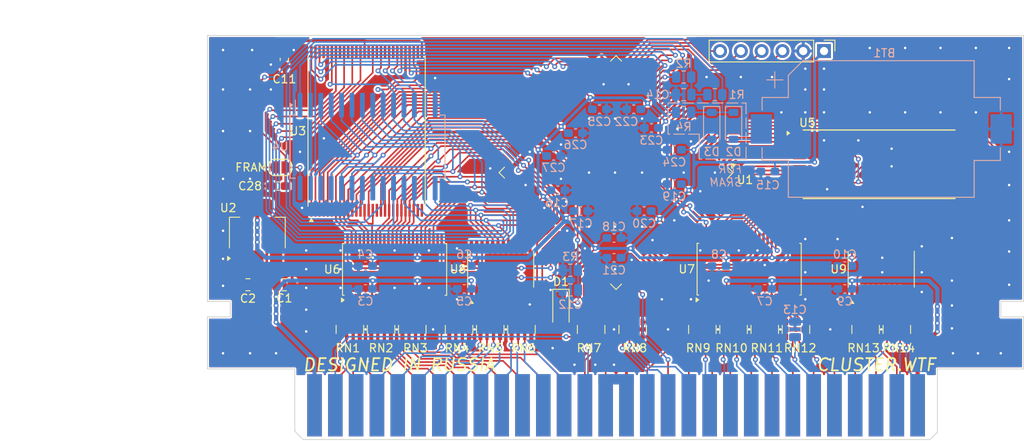
<source format=kicad_pcb>
(kicad_pcb (version 20240108) (generator "pcbnew") (generator_version "8.0")
  (layers (0 "F.Cu" signal) (31 "B.Cu" signal) (34 "B.Paste" user) (35 "F.Paste" user) (36 "B.SilkS" user "B.Silkscreen") (37 "F.SilkS" user "F.Silkscreen") (38 "B.Mask" user) (39 "F.Mask" user) (44 "Edge.Cuts" user))
  (net 0 "")
  (net 1 "+5V")
  (net 2 "GND")
  (net 3 "+3.3V")
  (net 4 "/RESET_DETECT")
  (net 5 "/PPU_A12_5V")
  (net 6 "Net-(U4-~{CE})")
  (net 7 "/M2_3.3V")
  (net 8 "/CPU_A4_5V")
  (net 9 "Net-(J1-CHR{slash}WR)")
  (net 10 "/PPU_D4_5V")
  (net 11 "Net-(BT1-+)")
  (net 12 "/PPU_D1_5V")
  (net 13 "/IRQ")
  (net 14 "/CPU_A12_5V")
  (net 15 "Net-(J1-M2)")
  (net 16 "/CPU_D6_5V")
  (net 17 "/CPU_A14_5V")
  (net 18 "/CPU_D4_5V")
  (net 19 "/CPU_A8_5V")
  (net 20 "/PPU_A8_5V")
  (net 21 "/PPU_A11_5V")
  (net 22 "/PPU_A0_5V")
  (net 23 "/{slash}ROMSEL_5V")
  (net 24 "Net-(J1-SND_IN)")
  (net 25 "/CPU_D5_5V")
  (net 26 "/CPU_A9_5V")
  (net 27 "/PPU_A10_5V")
  (net 28 "/PPU_A3_5V")
  (net 29 "/CPU_A7_5V")
  (net 30 "/CPU_A2_5V")
  (net 31 "/PPU_A9_5V")
  (net 32 "/CPU_D3_5V")
  (net 33 "/CPU_D2_5V")
  (net 34 "/PPU_A4_5V")
  (net 35 "/CPU_D7_5V")
  (net 36 "/PPU_D6_5V")
  (net 37 "/CPU_A10_5V")
  (net 38 "/PPU_D5_5V")
  (net 39 "/CPU_A1_5V")
  (net 40 "/CPU_A6_5V")
  (net 41 "/CPU_A0_5V")
  (net 42 "/PPU_D7_5V")
  (net 43 "/PPU_A2_5V")
  (net 44 "/CPU_A5_5V")
  (net 45 "/CIRAM_A10")
  (net 46 "/CPU_A13_5V")
  (net 47 "/CPU_D0_5V")
  (net 48 "/PPU_A13_5V")
  (net 49 "/CPU_D1_5V")
  (net 50 "/CPU_A11_5V")
  (net 51 "/PPU_A7_5V")
  (net 52 "Net-(J1-CIRAM{slash}CS)")
  (net 53 "/PPU{slash}A13_5V")
  (net 54 "/CPU_A3_5V")
  (net 55 "/PPU_A6_5V")
  (net 56 "/PPU_A1_5V")
  (net 57 "/PPU_D0_5V")
  (net 58 "/PPU_D2_5V")
  (net 59 "/PPU_A5_5V")
  (net 60 "/PPU_RD_5V")
  (net 61 "/PPU_D3_5V")
  (net 62 "/TDO")
  (net 63 "/TMS")
  (net 64 "/TCK")
  (net 65 "/TDI")
  (net 66 "/SRAM{slash}CE")
  (net 67 "Net-(RN1-R1.2)")
  (net 68 "Net-(RN1-R4.2)")
  (net 69 "Net-(RN1-R2.2)")
  (net 70 "Net-(RN4-R2.2)")
  (net 71 "Net-(RN4-R3.2)")
  (net 72 "Net-(RN1-R3.2)")
  (net 73 "Net-(RN4-R1.2)")
  (net 74 "Net-(RN9-R2.2)")
  (net 75 "Net-(RN9-R3.2)")
  (net 76 "Net-(RN9-R4.2)")
  (net 77 "Net-(RN9-R1.2)")
  (net 78 "Net-(RN5-R4.2)")
  (net 79 "Net-(RN5-R1.2)")
  (net 80 "Net-(RN5-R2.2)")
  (net 81 "Net-(RN5-R3.2)")
  (net 82 "Net-(RN6-R1.2)")
  (net 83 "Net-(RN6-R2.2)")
  (net 84 "Net-(RN6-R4.2)")
  (net 85 "Net-(RN6-R3.2)")
  (net 86 "Net-(RN2-R3.2)")
  (net 87 "Net-(RN2-R2.2)")
  (net 88 "Net-(RN2-R4.2)")
  (net 89 "Net-(RN2-R1.2)")
  (net 90 "Net-(RN10-R4.2)")
  (net 91 "Net-(RN10-R1.2)")
  (net 92 "Net-(RN10-R3.2)")
  (net 93 "Net-(RN10-R2.2)")
  (net 94 "Net-(RN11-R4.2)")
  (net 95 "Net-(RN11-R3.2)")
  (net 96 "Net-(RN11-R2.2)")
  (net 97 "Net-(RN11-R1.2)")
  (net 98 "Net-(RN3-R2.2)")
  (net 99 "Net-(RN12-R2.2)")
  (net 100 "Net-(RN12-R3.2)")
  (net 101 "/CPU_R{slash}W_3.3V")
  (net 102 "/{slash}ROMSEL_3.3V")
  (net 103 "/PPU{slash}A13_3.3V")
  (net 104 "/PPU{slash}WR_3.3V")
  (net 105 "/CIRAM{slash}CE_R")
  (net 106 "/CPU_A6_3.3V")
  (net 107 "/CPU_A26_M")
  (net 108 "/CPU_D4_3.3V")
  (net 109 "/CPU_A2_3.3V")
  (net 113 "/CPU_A22_M")
  (net 114 "/CPU_A23_M")
  (net 116 "/CPU_A25_M")
  (net 117 "/CPU_A10_3.3V")
  (net 118 "/PPU_A13_C_3.3V")
  (net 120 "/PPU_A12_M")
  (net 121 "/CPU_A14_C_3.3V")
  (net 122 "/CPU_A24_M")
  (net 123 "/PPU_RD_3.3V")
  (net 124 "/CPU_SHIFTERS_OE")
  (net 125 "/PPU_A6_3.3V")
  (net 127 "/SRAM{slash}WE")
  (net 129 "/CPU_D0_3.3V")
  (net 130 "/CPU_A7_3.3V")
  (net 132 "/CPU_A14_M")
  (net 134 "/SRAM{slash}OE")
  (net 135 "/CPU_A18_M")
  (net 137 "/PPU{slash}RD_M")
  (net 138 "/CPU_A17_M")
  (net 139 "/CPU_DIR")
  (net 142 "/PPU_A3_3.3V")
  (net 143 "/CPU_A21_M")
  (net 144 "/PPU_A9_3.3V")
  (net 145 "/CPU_A20_M")
  (net 146 "/PPU_A14_M")
  (net 148 "/PPU_A15_M")
  (net 152 "/FLASE{slash}CE")
  (net 154 "/CPU_A11_3.3V")
  (net 155 "/PPU_A8_3.3V")
  (net 156 "/CPU_A16_M")
  (net 157 "/PPU_A11_C_3.3V")
  (net 159 "/PPU_A13_M")
  (net 160 "/CPU_D6_3.3V")
  (net 162 "/PPU_CE2{slash}A18_M")
  (net 163 "/PPU{slash}WR_M")
  (net 164 "/PPU_A17_M")
  (net 165 "/PPU_A10_M")
  (net 166 "/CPU_A3_3.3V")
  (net 167 "/CPU_SRAM_A13_M")
  (net 170 "/CPU_A4_3.3V")
  (net 172 "/PPU_A7_3.3V")
  (net 173 "/PPU_A10_C_3.3V")
  (net 176 "/CPU_D2_3.3V")
  (net 177 "/CPU_A9_3.3V")
  (net 180 "/PPU_A4_3.3V")
  (net 184 "/CPU_A12_3.3V")
  (net 186 "/CPU_A13_M")
  (net 187 "/CPU_A1_3.3V")
  (net 188 "/CPU_A19_M")
  (net 189 "/CPU_A0_3.3V")
  (net 190 "/CPU_D1_3.3V")
  (net 191 "/CPU_D3_3.3V")
  (net 192 "/CPU_D7_3.3V")
  (net 194 "/CPU_SRAM_A14_M")
  (net 195 "/CPU_A8_3.3V")
  (net 196 "/CPU_A13_C_3.3V")
  (net 197 "/PPU_A11_M")
  (net 198 "/PPU_A16_M")
  (net 199 "/PPU_A5_3.3V")
  (net 200 "/FLASE{slash}WE")
  (net 202 "/CPU_A15_M")
  (net 203 "/CPU_D5_3.3V")
  (net 205 "/PPU_A12_C_3.3V")
  (net 209 "/CPU_A5_3.3V")
  (net 210 "/FLASH{slash}OE")
  (net 223 "/PPU_D4_3.3V")
  (net 224 "/PPU_D2_3.3V")
  (net 225 "/PPU_D5_3.3V")
  (net 226 "/PPU_D0_3.3V")
  (net 227 "/PPU_A1_3.3V")
  (net 228 "/PPU_A0_3.3V")
  (net 229 "/PPU_A2_3.3V")
  (net 230 "/PPU_D6_3.3V")
  (net 231 "/PPU_D3_3.3V")
  (net 232 "/PPU_D7_3.3V")
  (net 233 "/PPU_D1_3.3V")
  (net 236 "Net-(RN12-R1.2)")
  (net 237 "Net-(RN13-R1.2)")
  (net 238 "Net-(RN13-R3.2)")
  (net 239 "Net-(RN13-R2.2)")
  (net 240 "Net-(RN14-R4.2)")
  (net 241 "Net-(RN14-R1.2)")
  (net 242 "Net-(RN14-R2.2)")
  (net 243 "Net-(RN14-R3.2)")
  (net 244 "Net-(RN3-R3.2)")
  (net 245 "Net-(RN3-R4.2)")
  (net 246 "Net-(RN3-R1.2)")
  (net 247 "Net-(RN13-R4.2)")
  (net 248 "/CPU_R{slash}W")
  (net 249 "/BATT-PWR")
  (footprint "Diode_SMD:D_SOD-123" (layer "F.Cu") (at 137.287 92.583 -90)
    (property "Reference" "D1")
    (property "Value" "1N4148")
  )
  (footprint "Resistor_SMD:R_Array_Convex_4x0603" (layer "F.Cu") (at 111.506 95.123 90)
    (property "Reference" "RN1")
    (property "Value" "100R")
  )
  (footprint "Capacitor_SMD:C_0805_2012Metric" (layer "F.Cu") (at 103.505 89.662)
    (property "Reference" "C1")
    (property "Value" "22uF")
  )
  (footprint "Resistor_SMD:R_Array_Convex_4x0603" (layer "F.Cu") (at 146.05 95.123 -90)
    (property "Reference" "RN8")
    (property "Value" "100R")
  )
  (footprint "Capacitor_SMD:C_0805_2012Metric" (layer "F.Cu") (at 99.06 89.662 180)
    (property "Reference" "C2")
    (property "Value" "22uF")
  )
  (footprint "Resistor_SMD:R_Array_Convex_4x0603" (layer "F.Cu") (at 158.369 95.123 90)
    (property "Reference" "RN10")
    (property "Value" "100R")
  )
  (footprint "Package_SO:TSSOP-24_4.4x7.8mm_P0.65mm" (layer "F.Cu") (at 129.921 87.757 90)
    (property "Reference" "U8")
    (property "Value" "74LVC4245APW")
  )
  (footprint "Package_TO_SOT_SMD:SOT-223-3_TabPin2" (layer "F.Cu") (at 100.203 83.312 90)
    (property "Reference" "U2")
    (property "Value" "AMS1117-3.3")
  )
  (footprint "Resistor_SMD:R_Array_Convex_4x0603" (layer "F.Cu") (at 154.559 95.123 90)
    (property "Reference" "RN9")
    (property "Value" "100R")
  )
  (footprint "Connector_PinHeader_2.54mm:PinHeader_1x06_P2.54mm_Vertical" (layer "F.Cu") (at 169.418 61.087 -90)
    (property "Reference" "J2" (hide yes))
    (property "Value" "Conn_01x06_Pin")
  )
  (footprint "Capacitor_SMD:C_0603_1608Metric_Pad1.08x0.95mm_HandSolder" (layer "F.Cu") (at 103.505 62.103 -90)
    (property "Reference" "C11")
    (property "Value" "0.1uF")
  )
  (footprint "Resistor_SMD:R_Array_Convex_4x0603" (layer "F.Cu") (at 132.461 95.123 90)
    (property "Reference" "RN6")
    (property "Value" "100R")
  )
  (footprint "Resistor_SMD:R_Array_Convex_4x0603" (layer "F.Cu") (at 162.179 95.123 90)
    (property "Reference" "RN11")
    (property "Value" "100R")
  )
  (footprint "Resistor_SMD:R_Array_Convex_4x0603" (layer "F.Cu") (at 165.989 95.123 90)
    (property "Reference" "RN12")
    (property "Value" "100R")
  )
  (footprint "Resistor_SMD:R_Array_Convex_4x0603" (layer "F.Cu") (at 128.651 95.123 90)
    (property "Reference" "RN5")
    (property "Value" "100R")
  )
  (footprint "Resistor_SMD:R_Array_Convex_4x0603" (layer "F.Cu") (at 119.126 95.123 90)
    (property "Reference" "RN3")
    (property "Value" "100R")
  )
  (footprint "Capacitor_SMD:C_0603_1608Metric_Pad1.08x0.95mm_HandSolder" (layer "F.Cu") (at 102.743 77.597 180)
    (property "Reference" "C28")
    (property "Value" "0.1uF")
  )
  (footprint "Dendy:NES_Connector" (layer "F.Cu") (at 107.188 104.394)
    (property "Reference" "J1" (hide yes))
    (property "Value" "NES_Connector-Connector" (hide yes))
    (fp_line (start -13.081 -12.7) (end -10.287 -12.7) (stroke (width 0.1)) (layer "Edge.Cuts"))
    (fp_line (start -13.081 -10.795) (end -13.081 -4.445) (stroke (width 0.1)) (layer "Edge.Cuts"))
    (fp_line (start -13.081 -4.445) (end -2.413 -4.445) (stroke (width 0.1)) (layer "Edge.Cuts"))
    (fp_line (start -10.287 -12.7) (end -10.287 -10.795) (stroke (width 0.1)) (layer "Edge.Cuts"))
    (fp_line (start -10.287 -10.795) (end -13.081 -10.795) (stroke (width 0.1)) (layer "Edge.Cuts"))
    (fp_line (start -2.413 -4.445) (end -2.413 3.175) (stroke (width 0.1)) (layer "Edge.Cuts"))
    (fp_line (start -2.413 3.175) (end -1.397 4.191) (stroke (width 0.1)) (layer "Edge.Cuts"))
    (fp_line (start -1.397 4.191) (end 75.184 4.191) (stroke (width 0.1)) (layer "Edge.Cuts"))
    (fp_line (start 75.184 4.191) (end 76.073 3.302) (stroke (width 0.1)) (layer "Edge.Cuts"))
    (fp_line (start 76.073 -4.445) (end 86.614 -4.445) (stroke (width 0.1)) (layer "Edge.Cuts"))
    (fp_line (start 76.073 3.302) (end 76.073 -4.445) (stroke (width 0.1)) (layer "Edge.Cuts"))
    (fp_line (start 83.82 -12.7) (end 86.614 -12.7) (stroke (width 0.1)) (layer "Edge.Cuts"))
    (fp_line (start 83.82 -10.795) (end 83.82 -12.7) (stroke (width 0.1)) (layer "Edge.Cuts"))
    (fp_line (start 86.614 -10.795) (end 83.82 -10.795) (stroke (width 0.1)) (layer "Edge.Cuts"))
    (fp_line (start 86.614 -4.445) (end 86.614 -10.795) (stroke (width 0.1)) (layer "Edge.Cuts"))
  )
  (footprint "Package_QFP:LQFP-144_20x20mm_P0.5mm" (layer "F.Cu") (at 144.018 75.946 -135)
    (property "Reference" "U1")
    (property "Value" "EPM1270T144")
  )
  (footprint "Package_SO:TSSOP-24_4.4x7.8mm_P0.65mm" (layer "F.Cu") (at 176.403 87.757 90)
    (property "Reference" "U9")
    (property "Value" "74LVC4245APW")
  )
  (footprint "Package_SO:TSOP-I-56_18.4x14mm_P0.5mm" (layer "F.Cu") (at 113.55 70.866 90)
    (property "Reference" "U3")
    (property "Value" "Memory_Flash_29GL01G")
  )
  (footprint "Resistor_SMD:R_Array_Convex_4x0603" (layer "F.Cu") (at 174.498 95.123 90)
    (property "Reference" "RN13")
    (property "Value" "100R")
  )
  (footprint "Resistor_SMD:R_Array_Convex_4x0603" (layer "F.Cu") (at 140.97 95.123 -90)
    (property "Reference" "RN7")
    (property "Value" "100R")
  )
  (footprint "Package_SO:TSSOP-48_6.1x12.5mm_P0.5mm" (layer "F.Cu") (at 116.967 87.7865 90)
    (property "Reference" "U6")
    (property "Value" "SN74ALVC164245DGG")
  )
  (footprint "Jumper:SolderJumper-2_P1.3mm_Open_RoundedPad1.0x1.5mm" (layer "F.Cu") (at 102.997 75.311)
    (property "Reference" "JP1" (hide yes))
    (property "Value" "FRAM")
  )
  (footprint "Dendy:TSOP-I-32_11.8-18.4x8mm_P0.5mm" (layer "F.Cu") (at 172.847 74.93)
    (property "Reference" "U5")
    (property "Value" "K6F2008T2E")
  )
  (footprint "Resistor_SMD:R_Array_Convex_4x0603" (layer "F.Cu") (at 124.841 95.123 90)
    (property "Reference" "RN4")
    (property "Value" "100R")
  )
  (footprint "Resistor_SMD:R_Array_Convex_4x0603" (layer "F.Cu") (at 115.316 95.123 90)
    (property "Reference" "RN2")
    (property "Value" "100R")
  )
  (footprint "Package_SO:TSSOP-48_6.1x12.5mm_P0.5mm" (layer "F.Cu") (at 160.274 87.757 90)
    (property "Reference" "U7")
    (property "Value" "SN74ALVC164245DGG")
  )
  (footprint "Resistor_SMD:R_Array_Convex_4x0603" (layer "F.Cu") (at 178.308 95.123 90)
    (property "Reference" "RN14")
    (property "Value" "100R")
  )
  (footprint "Capacitor_SMD:C_0603_1608Metric_Pad1.08x0.95mm_HandSolder" (layer "B.Cu") (at 147.447 80.645 180)
    (property "Reference" "C20")
    (property "Value" "0.1uF")
  )
  (footprint "Capacitor_SMD:C_0603_1608Metric_Pad1.08x0.95mm_HandSolder" (layer "B.Cu") (at 162.56 75.819 180)
    (property "Reference" "C15")
    (property "Value" "0.1uF")
  )
  (footprint "Capacitor_SMD:C_0603_1608Metric_Pad1.08x0.95mm_HandSolder" (layer "B.Cu") (at 139.7 80.645)
    (property "Reference" "C17")
    (property "Value" "0.1uF")
  )
  (footprint "Resistor_SMD:R_0805_2012Metric" (layer "B.Cu") (at 152.273 64.262 180)
    (property "Reference" "R2")
    (property "Value" "2.2K")
  )
  (footprint "Resistor_SMD:R_0805_2012Metric" (layer "B.Cu") (at 138.43 87.884 180)
    (property "Reference" "R3")
    (property "Value" "100K")
  )
  (footprint "Capacitor_SMD:C_0603_1608Metric_Pad1.08x0.95mm_HandSolder" (layer "B.Cu") (at 136.398 73.914)
    (property "Reference" "C27")
    (property "Value" "0.1uF")
  )
  (footprint "Capacitor_SMD:C_0603_1608Metric_Pad1.08x0.95mm_HandSolder" (layer "B.Cu") (at 151.13 73.152 180)
    (property "Reference" "C24")
    (property "Value" "0.1uF")
  )
  (footprint "Capacitor_SMD:C_0603_1608Metric_Pad1.08x0.95mm_HandSolder" (layer "B.Cu") (at 125.476 90.17 180)
    (property "Reference" "C5")
    (property "Value" "0.1uF")
  )
  (footprint "Capacitor_SMD:C_0603_1608Metric_Pad1.08x0.95mm_HandSolder" (layer "B.Cu") (at 162.179 90.17 180)
    (property "Reference" "C7")
    (property "Value" "0.1uF")
  )
  (footprint "Capacitor_SMD:C_0603_1608Metric_Pad1.08x0.95mm_HandSolder" (layer "B.Cu") (at 156.591 87.376 180)
    (property "Reference" "C8")
    (property "Value" "0.1uF")
  )
  (footprint "Capacitor_SMD:C_0603_1608Metric_Pad1.08x0.95mm_HandSolder" (layer "B.Cu") (at 146.177 68.199 180)
    (property "Reference" "C22")
    (property "Value" "0.1uF")
  )
  (footprint "Capacitor_SMD:C_0805_2012Metric" (layer "B.Cu") (at 138.43 90.297 180)
    (property "Reference" "C12")
    (property "Value" "470pF")
  )
  (footprint "Capacitor_SMD:C_0603_1608Metric_Pad1.08x0.95mm_HandSolder" (layer "B.Cu") (at 113.411 87.376 180)
    (property "Reference" "C4")
    (property "Value" "0.1uF")
  )
  (footprint "Capacitor_SMD:C_0805_2012Metric" (layer "B.Cu") (at 152.273 66.421 180)
    (property "Reference" "C14")
    (property "Value" "22pF")
  )
  (footprint "Capacitor_SMD:C_0603_1608Metric_Pad1.08x0.95mm_HandSolder" (layer "B.Cu") (at 148.336 70.485 180)
    (property "Reference" "C23")
    (property "Value" "0.1uF")
  )
  (footprint "Diode_SMD:D_SOD-123" (layer "B.Cu") (at 155.702 70.231 -90)
    (property "Reference" "D3")
    (property "Value" "1N4148")
  )
  (footprint "Capacitor_SMD:C_0603_1608Metric_Pad1.08x0.95mm_HandSolder" (layer "B.Cu") (at 136.906 78.105)
    (property "Reference" "C16")
    (property "Value" "0.1uF")
  )
  (footprint "Capacitor_SMD:C_0603_1608Metric_Pad1.08x0.95mm_HandSolder" (layer "B.Cu") (at 113.411 90.17 180)
    (property "Reference" "C3")
    (property "Value" "0.1uF")
  )
  (footprint "Diode_SMD:D_SOD-123" (layer "B.Cu") (at 158.369 70.231 -90)
    (property "Reference" "D2")
    (property "Value" "1N4148")
  )
  (footprint "Capacitor_SMD:C_0603_1608Metric_Pad1.08x0.95mm_HandSolder" (layer "B.Cu") (at 143.764 86.36 180)
    (property "Reference" "C21")
    (property "Value" "0.1uF")
  )
  (footprint "Battery:BatteryHolder_Keystone_1060_1x2032" (layer "B.Cu") (at 176.403 70.612)
    (property "Reference" "BT1")
    (property "Value" "CR2032")
  )
  (footprint "Capacitor_SMD:C_0805_2012Metric" (layer "B.Cu") (at 165.862 95.123 90)
    (property "Reference" "C13")
    (property "Value" "22pF")
  )
  (footprint "Resistor_SMD:R_0805_2012Metric" (layer "B.Cu") (at 152.273 68.58 180)
    (property "Reference" "R4")
    (property "Value" "2.2K")
  )
  (footprint "Capacitor_SMD:C_0603_1608Metric_Pad1.08x0.95mm_HandSolder" (layer "B.Cu") (at 171.958 87.376 180)
    (property "Reference" "C10")
    (property "Value" "0.1uF")
  )
  (footprint "Capacitor_SMD:C_0603_1608Metric_Pad1.08x0.95mm_HandSolder" (layer "B.Cu") (at 151.13 77.343 180)
    (property "Reference" "C19")
    (property "Value" "0.1uF")
  )
  (footprint "Capacitor_SMD:C_0603_1608Metric_Pad1.08x0.95mm_HandSolder" (layer "B.Cu") (at 141.986 68.199)
    (property "Reference" "C25")
    (property "Value" "0.1uF")
  )
  (footprint "Capacitor_SMD:C_0603_1608Metric_Pad1.08x0.95mm_HandSolder" (layer "B.Cu") (at 125.476 87.376 180)
    (property "Reference" "C6")
    (property "Value" "0.1uF")
  )
  (footprint "Resistor_SMD:R_0805_2012Metric" (layer "B.Cu") (at 156.083 66.421)
    (property "Reference" "R1")
    (property "Value" "100K")
  )
  (footprint "Capacitor_SMD:C_0603_1608Metric_Pad1.08x0.95mm_HandSolder" (layer "B.Cu") (at 139.065 71.12)
    (property "Reference" "C26")
    (property "Value" "0.1uF")
  )
  (footprint "Capacitor_SMD:C_0603_1608Metric_Pad1.08x0.95mm_HandSolder" (layer "B.Cu") (at 143.764 83.947)
    (property "Reference" "C18")
    (property "Value" "0.1uF")
  )
  (footprint "Capacitor_SMD:C_0603_1608Metric_Pad1.08x0.95mm_HandSolder" (layer "B.Cu") (at 171.958 90.17 180)
    (property "Reference" "C9")
    (property "Value" "0.1uF")
  )
  (footprint "Dendy:SOP-28" (layer "B.Cu") (at 113.665 72.771 -90)
    (property "Reference" "U4")
    (property "Value" "FM18W08B-SG")
  )
  (gr_line (start 154.178 74.295) (end 154.178 71.247) (stroke (width 0.12) (type dash)) (layer "B.SilkS"))
  (gr_line (start 159.893 74.295) (end 154.178 74.295) (stroke (width 0.12) (type dash)) (layer "B.SilkS"))
  (gr_line (start 159.893 67.437) (end 159.893 74.295) (stroke (width 0.12) (type dash)) (layer "B.SilkS"))
  (gr_line (start 150.368 71.247) (end 150.368 67.437) (stroke (width 0.12) (type dash)) (layer "B.SilkS"))
  (gr_line (start 154.178 71.247) (end 150.368 71.247) (stroke (width 0.12) (type dash)) (layer "B.SilkS"))
  (gr_poly (pts (xy 104.191 67.451) (xy 104.191 67.931) (xy 104.521 67.691)) (stroke (width 0.1)) (fill solid) (layer "B.SilkS"))
  (gr_line (start 150.368 67.437) (end 159.893 67.437) (stroke (width 0.12) (type dash)) (layer "B.SilkS"))
  (gr_line (start 166.878 70.739) (end 185.42 70.739) (stroke (width 0.15)) (layer "F.SilkS"))
  (gr_line (start 166.878 79.121) (end 185.42 79.121) (stroke (width 0.15)) (layer "F.SilkS"))
  (gr_poly (pts (xy 164.897 70.887) (xy 164.897 71.367) (xy 165.227 71.127)) (stroke (width 0.1)) (fill solid) (layer "F.SilkS"))
  (gr_line (start 193.802 91.694) (end 193.802 59.182) (stroke (width 0.1)) (layer "Edge.Cuts"))
  (gr_line (start 94.107 91.694) (end 94.107 59.182) (stroke (width 0.1)) (layer "Edge.Cuts"))
  (gr_line (start 94.107 59.182) (end 193.802 59.182) (stroke (width 0.1)) (layer "Edge.Cuts"))
  (gr_text "FOR\nSRAM" (at 159.512 77.724 0) (layer "B.SilkS") (effects (font (size 1 1) (thickness 0.125) (italic yes)) (justify left bottom mirror)))
  (gr_text "DESIGNED IN RUSSIA" (at 105.664 100.33 0) (layer "F.SilkS") (effects (font (size 1.5 1.5) (thickness 0.22) (italic yes)) (justify left bottom)))
  (gr_text "CLUSTER.WTF" (at 168.402 100.33 0) (layer "F.SilkS") (effects (font (size 1.5 1.5) (thickness 0.22) (italic yes)) (justify left bottom)))
  (segment (start 114.217 91.499) (end 114.217 89.237) (width 0.2) (layer "F.Cu") (net 1))
  (segment (start 102.489 91.125) (end 102.489 93.218) (width 0.5) (layer "F.Cu") (net 1))
  (segment (start 114.217 89.237) (end 114.3 89.154) (width 0.2) (layer "F.Cu") (net 1))
  (segment (start 172.847 89.154) (end 172.828 89.173) (width 0.2) (layer "F.Cu") (net 1))
  (segment (start 126.346 89.154) (end 126.346 90.6195) (width 0.2) (layer "F.Cu") (net 1))
  (segment (start 102.555 89.662) (end 102.555 86.514) (width 0.5) (layer "F.Cu") (net 1))
  (segment (start 172.828 89.173) (end 172.828 90.6195) (width 0.2) (layer "F.Cu") (net 1))
  (segment (start 102.555 86.514) (end 102.503 86.462) (width 0.5) (layer "F.Cu") (net 1))
  (segment (start 157.524 89.198) (end 157.48 89.154) (width 0.2) (layer "F.Cu") (net 1))
  (segment (start 183.261 95.377) (end 183.261 93.345) (width 0.5) (layer "F.Cu") (net 1))
  (segment (start 183.261 92.329) (end 183.261 93.345) (width 0.5) (layer "F.Cu") (net 1))
  (segment (start 157.524 91.4695) (end 157.524 89.198) (width 0.2) (layer "F.Cu") (net 1))
  (segment (start 119.717 91.499) (end 119.717 89.198) (width 0.2) (layer "F.Cu") (net 1))
  (segment (start 180.848 97.79) (end 180.848 104.394) (width 0.5) (layer "F.Cu") (net 1))
  (segment (start 163.024 91.4695) (end 163.024 89.198) (width 0.2) (layer "F.Cu") (net 1))
  (segment (start 119.717 89.198) (end 119.761 89.154) (width 0.2) (layer "F.Cu") (net 1))
  (segment (start 183.261 95.377) (end 180.848 97.79) (width 0.5) (layer "F.Cu") (net 1))
  (segment (start 102.555 91.059) (end 102.555 89.662) (width 0.5) (layer "F.Cu") (net 1))
  (segment (start 102.489 94.234) (end 102.489 93.218) (width 0.5) (layer "F.Cu") (net 1))
  (segment (start 163.024 89.198) (end 163.068 89.154) (width 0.2) (layer "F.Cu") (net 1))
  (via (at 183.261 93.345) (size 0.6) (drill 0.3) (layers "F.Cu" "B.Cu") (net 1))
  (via (at 102.489 92.202) (size 0.6) (drill 0.3) (layers "F.Cu" "B.Cu") (net 1))
  (via (at 163.068 89.154) (size 0.6) (drill 0.3) (layers "F.Cu" "B.Cu") (net 1))
  (via (at 183.261 95.377) (size 0.6) (drill 0.3) (layers "F.Cu" "B.Cu") (net 1))
  (via (at 183.261 92.329) (size 0.6) (drill 0.3) (layers "F.Cu" "B.Cu") (net 1))
  (via (at 102.489 94.234) (size 0.6) (drill 0.3) (layers "F.Cu" "B.Cu") (net 1))
  (via (at 102.489 91.125) (size 0.6) (drill 0.3) (layers "F.Cu" "B.Cu") (net 1))
  (via (at 119.761 89.154) (size 0.6) (drill 0.3) (layers "F.Cu" "B.Cu") (net 1))
  (via (at 126.346 89.154) (size 0.6) (drill 0.3) (layers "F.Cu" "B.Cu") (net 1))
  (via (at 183.261 94.361) (size 0.6) (drill 0.3) (layers "F.Cu" "B.Cu") (net 1))
  (via (at 102.489 93.218) (size 0.6) (drill 0.3) (layers "F.Cu" "B.Cu") (net 1))
  (via (at 172.847 89.154) (size 0.6) (drill 0.3) (layers "F.Cu" "B.Cu") (net 1))
  (via (at 157.48 89.154) (size 0.6) (drill 0.3) (layers "F.Cu" "B.Cu") (net 1))
  (via (at 114.3 89.154) (size 0.6) (drill 0.3) (layers "F.Cu" "B.Cu") (net 1))
  (segment (start 102.489 94.234) (end 107.188 98.933) (width 0.5) (layer "B.Cu") (net 1))
  (segment (start 172.820501 89.180499) (end 172.820501 90.17) (width 0.2) (layer "B.Cu") (net 1))
  (segment (start 102.489 90.297) (end 103.632 89.154) (width 0.5) (layer "B.Cu") (net 1))
  (segment (start 126.338501 90.17) (end 126.338501 89.161499) (width 0.2) (layer "B.Cu") (net 1))
  (segment (start 163.041501 90.17) (end 163.041501 89.180499) (width 0.2) (layer "B.Cu") (net 1))
  (segment (start 114.273501 89.180499) (end 114.3 89.154) (width 0.2) (layer "B.Cu") (net 1))
  (segment (start 103.632 89.154) (end 126.346 89.154) (width 0.5) (layer "B.Cu") (net 1))
  (segment (start 183.261 90.17) (end 182.245 89.154) (width 0.5) (layer "B.Cu") (net 1))
  (segment (start 126.338501 89.161499) (end 126.346 89.154) (width 0.2) (layer "B.Cu") (net 1))
  (segment (start 172.847 89.154) (end 172.820501 89.180499) (width 0.2) (layer "B.Cu") (net 1))
  (segment (start 183.261 95.377) (end 183.261 92.329) (width 0.5) (layer "B.Cu") (net 1))
  (segment (start 163.041501 89.180499) (end 163.068 89.154) (width 0.2) (layer "B.Cu") (net 1))
  (segment (start 102.489 93.218) (end 102.489 92.202) (width 0.5) (layer "B.Cu") (net 1))
  (segment (start 102.489 92.202) (end 102.489 94.234) (width 0.5) (layer "B.Cu") (net 1))
  (segment (start 126.365 89.173) (end 126.346 89.154) (width 0.2) (layer "B.Cu") (net 1))
  (segment (start 102.489 91.125) (end 102.489 90.297) (width 0.5) (layer "B.Cu") (net 1))
  (segment (start 102.489 91.125) (end 102.489 92.202) (width 0.5) (layer "B.Cu") (net 1))
  (segment (start 183.261 92.329) (end 183.261 90.17) (width 0.5) (layer "B.Cu") (net 1))
  (segment (start 182.245 89.154) (end 157.48 89.154) (width 0.5) (layer "B.Cu") (net 1))
  (segment (start 114.273501 90.17) (end 114.273501 89.180499) (width 0.2) (layer "B.Cu") (net 1))
  (segment (start 107.188 98.933) (end 107.188 104.394) (width 0.5) (layer "B.Cu") (net 1))
  (segment (start 179.272 72.18) (end 185.797 72.18) (width 0.2) (layer "F.Cu") (net 2))
  (segment (start 179.272 75.18) (end 185.797 75.18) (width 0.2) (layer "F.Cu") (net 2))
  (segment (start 108.3 61.1785) (end 108.8 61.1785) (width 0.2) (layer "F.Cu") (net 2))
  (via (at 155.321 89.154) (size 0.6) (drill 0.3) (layers "F.Cu" "B.Cu") (net 2))
  (via (at 101.854 62.738) (size 0.6) (drill 0.3) (layers "F.Cu" "B.Cu") (net 2))
  (via (at 124.587 85.217) (size 0.6) (drill 0.3) (layers "F.Cu" "B.Cu") (net 2))
  (via (at 121.158 85.471) (size 0.6) (drill 0.3) (layers "F.Cu" "B.Cu") (net 2))
  (via (at 192.024 85.598) (size 0.6) (drill 0.3) (layers "F.Cu" "B.Cu") (net 2))
  (via (at 150.368 95.123) (size 0.6) (drill 0.3) (layers "F.Cu" "B.Cu") (net 2))
  (via (at 167.132 68.58) (size 0.6) (drill 0.3) (layers "F.Cu" "B.Cu") (net 2))
  (via (at 110.363 90.043) (size 0.6) (drill 0.3) (layers "F.Cu" "B.Cu") (net 2))
  (via (at 140.716 69.342) (size 0.6) (drill 0.3) (layers "F.Cu" "B.Cu") (net 2))
  (via (at 102.489 98.044) (size 0.6) (drill 0.3) (layers "F.Cu" "B.Cu") (net 2))
  (via (at 145.542 65.151) (size 0.6) (drill 0.3) (layers "F.Cu" "B.Cu") (net 2))
  (via (at 99.314 70.866) (size 0.6) (drill 0.3) (layers "F.Cu" "B.Cu") (net 2))
  (via (at 106.172 92.71) (size 0.6) (drill 0.3) (layers "F.Cu" "B.Cu") (net 2))
  (via (at 113.411 95.123) (size 0.6) (drill 0.3) (layers "F.Cu" "B.Cu") (net 2))
  (via (at 192.024 73.406) (size 0.6) (drill 0.3) (layers "F.Cu" "B.Cu") (net 2))
  (via (at 192.024 64.516) (size 0.6) (drill 0.3) (layers "F.Cu" "B.Cu") (net 2))
  (via (at 138.938 99.441) (size 0.6) (drill 0.3) (layers "F.Cu" "B.Cu") (net 2))
  (via (at 153.162 91.44) (size 0.6) (drill 0.3) (layers "F.Cu" "B.Cu") (net 2))
  (via (at 96.012 65.786) (size 0.6) (drill 0.3) (layers "F.Cu" "B.Cu") (net 2))
  (via (at 187.96 68.58) (size 0.6) (drill 0.3) (layers "F.Cu" "B.Cu") (net 2))
  (via (at 136.017 90.297) (size 0.6) (drill 0.3) (layers "F.Cu" "B.Cu") (net 2))
  (via (at 147.193 82.55) (size 0.6) (drill 0.3) (layers "F.Cu" "B.Cu") (net 2))
  (via (at 99.314 76.708) (size 0.6) (drill 0.3) (layers "F.Cu" "B.Cu") (net 2))
  (via (at 192.024 81.788) (size 0.6) (drill 0.3) (layers "F.Cu" "B.Cu") (net 2))
  (via (at 192.024 89.662) (size 0.6) (drill 0.3) (layers "F.Cu" "B.Cu") (net 2))
  (via (at 105.664 80.264) (size 0.6) (drill 0.3) (layers "F.Cu" "B.Cu") (net 2))
  (via (at 96.012 76.708) (size 0.6) (drill 0.3) (layers "F.Cu" "B.Cu") (net 2))
  (via (at 177.673 73.025) (size 0.6) (drill 0.3) (layers "F.Cu" "B.Cu") (net 2))
  (via (at 110.363 87.757) (size 0.6) (drill 0.3) (layers "F.Cu" "B.Cu") (net 2))
  (via (at 101.854 65.786) (size 0.6) (drill 0.3) (layers "F.Cu" "B.Cu") (net 2))
  (via (at 176.53 88.138) (size 0.6) (drill 0.3) (layers "F.Cu" "B.Cu") (net 2))
  (via (at 113.665 99.06) (size 0.6) (drill 0.3) (layers "F.Cu" "B.Cu") (net 2))
  (via (at 183.642 60.706) (size 0.6) (drill 0.3) (layers "F.Cu" "B.Cu") (net 2))
  (via (at 169.418 72.009) (size 0.6) (drill 0.3) (layers "F.Cu" "B.Cu") (net 2))
  (via (at 160.274 95.123) (size 0.6) (drill 0.3) (layers "F.Cu" "B.Cu") (net 2))
  (via (at 133.477 73.406) (size 0.6) (drill 0.3) (layers "F.Cu" "B.Cu") (net 2))
  (via (at 155.067 64.262) (size 0.6) (drill 0.3) (layers "F.Cu" "B.Cu") (net 2))
  (via (at 154.305 78.232) (size 0.6) (drill 0.3) (layers "F.Cu" "B.Cu") (net 2))
  (via (at 148.463 84.201) (size 0.6) (drill 0.3) (layers "F.Cu" "B.Cu") (net 2))
  (via (at 121.158 90.043) (size 0.6) (drill 0.3) (layers "F.Cu" "B.Cu") (net 2))
  (via (at 124.587 91.44) (size 0.6) (drill 0.3) (layers "F.Cu" "B.Cu") (net 2))
  (via (at 106.172 95.377) (size 0.6) (drill 0.3) (layers "F.Cu" "B.Cu") (net 2))
  (via (at 143.891 87.757) (size 0.6) (drill 0.3) (layers "F.Cu" "B.Cu") (net 2))
  (via (at 170.18 98.806) (size 0.6) (drill 0.3) (layers "F.Cu" "B.Cu") (net 2))
  (via (at 174.117 80.137) (size 0.6) (drill 0.3) (layers "F.Cu" "B.Cu") (net 2))
  (via (at 99.314 98.044) (size 0.6) (drill 0.3) (layers "F.Cu" "B.Cu") (net 2))
  (via (at 169.418 63.246) (size 0.6) (drill 0.3) (layers "F.Cu" "B.Cu") (net 2))
  (via (at 159.004 85.471) (size 0.6) (drill 0.3) (layers "F.Cu" "B.Cu") (net 2))
  (via (at 185.039 83.947) (size 0.6) (drill 0.3) (layers "F.Cu" "B.Cu") (net 2))
  (via (at 159.258 64.262) (size 0.6) (drill 0.3) (layers "F.Cu" "B.Cu") (net 2))
  (via (at 162.179 87.249) (size 0.6) (drill 0.3) (layers "F.Cu" "B.Cu") (net 2))
  (via (at 141.478 99.441) (size 0.6) (drill 0.3) (layers "F.Cu" "B.Cu") (net 2))
  (via (at 169.418 68.58) (size 0.6) (drill 0.3) (layers "F.Cu" "B.Cu") (net 2))
  (via (at 135.255 80.264) (size 0.6) (drill 0.3) (layers "F.Cu" "B.Cu") (net 2))
  (via (at 188.214 98.044) (size 0.6) (drill 0.3) (layers "F.Cu" "B.Cu") (net 2))
  (via (at 108.331 71.755) (size 0.6) (drill 0.3) (layers "F.Cu" "B.Cu") (net 2))
  (via (at 185.039 94.996) (size 0.6) (drill 0.3) (layers "F.Cu" "B.Cu") (net 2))
  (via (at 156.083 75.946) (size 0.6) (drill 0.3) (layers "F.Cu" "B.Cu") (net 2))
  (via (at 185.166 98.044) (size 0.6) (drill 0.3) (layers "F.Cu" "B.Cu") (net 2))
  (via (at 143.764 99.441) (size 0.6) (drill 0.3) (layers "F.Cu" "B.Cu") (net 2))
  (via (at 136.271 97.409) (size 0.6) (drill 0.3) (layers "F.Cu" "B.Cu") (net 2))
  (via (at 179.324 60.706) (size 0.6) (drill 0.3) (layers "F.Cu" "B.Cu") (net 2))
  (via (at 153.162 72.136) (size 0.6) (drill 0.3) (layers "F.Cu" "B.Cu") (net 2))
  (via (at 170.18 95.123) (size 0.6) (drill 0.3) (layers "F.Cu" "B.Cu") (net 2))
  (via (at 121.92 64.389) (size 0.6) (drill 0.3) (layers "F.Cu" "B.Cu") (net 2))
  (via (at 151.511 70.612) (size 0.6) (drill 0.3) (layers "F.Cu" "B.Cu") (net 2))
  (via (at 171.069 84.074) (size 0.6) (drill 0.3) (layers "F.Cu" "B.Cu") (net 2))
  (via (at 105.41 73.406) (size 0.6) (drill 0.3) (layers "F.Cu" "B.Cu") (net 2))
  (via (at 140.208 85.217) (size 0.6) (drill 0.3) (layers "F.Cu" "B.Cu") (net 2))
  (via (at 106.172 85.471) (size 0.6) (drill 0.3) (layers "F.Cu" "B.Cu") (net 2))
  (via (at 167.132 63.246) (size 0.6) (drill 0.3) (layers "F.Cu" "B.Cu") (net 2))
  (via (at 161.29 85.471) (size 0.6) (drill 0.3) (layers "F.Cu" "B.Cu") (net 2))
  (via (at 147.193 69.342) (size 0.6) (drill 0.3) (layers "F.Cu" "B.Cu") (net 2))
  (via (at 117.221 95.123) (size 0.6) (drill 0.3) (layers "F.Cu" "B.Cu") (net 2))
  (via (at 140.716 82.55) (size 0.6) (drill 0.3) (layers "F.Cu" "B.Cu") (net 2))
  (via (at 167.132 91.44) (size 0.6) (drill 0.3) (layers "F.Cu" "B.Cu") (net 2))
  (via (at 191.008 98.044) (size 0.6) (drill 0.3) (layers "F.Cu" "B.Cu") (net 2))
  (via (at 171.069 91.44) (size 0.6) (drill 0.3) (layers "F.Cu" "B.Cu") (net 2))
  (via (at 96.012 60.96) (size 0.6) (drill 0.3) (layers "F.Cu" "B.Cu") (net 2))
  (via (at 96.012 98.044) (size 0.6) (drill 0.3) (layers "F.Cu" "B.Cu") (net 2))
  (via (at 167.132 88.138) (size 0.6) (drill 0.3) (layers "F.Cu" "B.Cu") (net 2))
  (via (at 175.006 68.58) (size 0.6) (drill 0.3) (layers "F.Cu" "B.Cu") (net 2))
  (via (at 192.024 77.47) (size 0.6) (drill 0.3) (layers "F.Cu" "B.Cu") (net 2))
  (via (at 169.418 65.786) (size 0.6) (drill 0.3) (layers "F.Cu" "B.Cu") (net 2))
  (via (at 156.464 95.123) (size 0.6) (drill 0.3) (layers "F.Cu" "B.Cu") (net 2))
  (via (at 181.356 84.963) (size 0.6) (drill 0.3) (layers "F.Cu" "B.Cu") (net 2))
  (via (at 164.211 68.58) (size 0.6) (drill 0.3) (layers "F.Cu" "B.Cu") (net 2))
  (via (at 145.923 86.614) (size 0.6) (drill 0.3) (layers "F.Cu" "B.Cu") (net 2))
  (via (at 176.53 86.36) (size 0.6) (drill 0.3) (layers "F.Cu" "B.Cu") (net 2))
  (via (at 133.477 92.075) (size 0.6) (drill 0.3) (layers "F.Cu" "B.Cu") (net 2))
  (via (at 163.068 64.262) (size 0.6) (drill 0.3) (layers "F.Cu" "B.Cu") (net 2))
  (via (at 142.494 65.151) (size 0.6) (drill 0.3) (layers "F.Cu" "B.Cu") (net 2))
  (via (at 112.649 85.471) (size 0.6) (drill 0.3) (layers "F.Cu" "B.Cu") (net 2))
  (via (at 137.287 76.708) (size 0.6) (drill 0.3) (layers "F.Cu" "B.Cu") (net 2))
  (via (at 154.305 85.471) (size 0.6) (drill 0.3) (layers "F.Cu" "B.Cu") (net 2))
  (via (at 143.891 82.55) (size 0.6) (drill 0.3) (layers "F.Cu" "B.Cu") (net 2))
  (via (at 132.969 77.47) (size 0.6) (drill 0.3) (layers "F.Cu" "B.Cu") (net 2))
  (via (at 179.324 68.58) (size 0.6) (drill 0.3) (layers "F.Cu" "B.Cu") (net 2))
  (via (at 185.039 92.202) (size 0.6) (drill 0.3) (layers "F.Cu" "B.Cu") (net 2))
  (via (at 99.568 60.96) (size 0.6) (drill 0.3) (layers "F.Cu" "B.Cu") (net 2))
  (via (at 143.891 69.342) (size 0.6) (drill 0.3) (layers "F.Cu" "B.Cu") (net 2))
  (via (at 181.356 88.138) (size 0.6) (drill 0.3) (layers "F.Cu" "B.Cu") (net 2))
  (via (at 137.922 79.502) (size 0.6) (drill 0.3) (layers "F.Cu" "B.Cu") (net 2))
  (via (at 187.96 60.706) (size 0.6) (drill 0.3) (layers "F.Cu" "B.Cu") (net 2))
  (via (at 169.799 77.978) (size 0.6) (drill 0.3) (layers "F.Cu" "B.Cu") (net 2))
  (via (at 128.651 75.438) (size 0.6) (drill 0.3) (layers "F.Cu" "B.Cu") (net 2))
  (via (at 147.193 75.946) (size 0.6) (drill 0.3) (layers "F.Cu" "B.Cu") (net 2))
  (via (at 96.012 86.487) (size 0.6) (drill 0.3) (layers "F.Cu" "B.Cu") (net 2))
  (via (at 116.967 90.043) (size 0.6) (drill 0.3) (layers "F.Cu" "B.Cu") (net 2))
  (via (at 126.746 95.123) (size 0.6) (drill 0.3) (layers "F.Cu" "B.Cu") (net 2))
  (via (at 177.673 75.184) (size 0.6) (drill 0.3) (layers "F.Cu" "B.Cu") (net 2))
  (via (at 167.132 84.074) (size 0.6) (drill 0.3) (layers "F.Cu" "B.Cu") (net 2))
  (via (at 151.13 81.788) (size 0.6) (drill 0.3) (layers "F.Cu" "B.Cu") (net 2))
  (via (at 143.764 95.123) (size 0.6) (drill 0.3) (layers "F.Cu" "B.Cu") (net 2))
  (via (at 106.172 90.043) (size 0.6) (drill 0.3) (layers "F.Cu" "B.Cu") (net 2))
  (via (at 99.314 65.786) (size 0.6) (drill 0.3) (layers "F.Cu" "B.Cu") (net 2))
  (via (at 121.666 95.123) (size 0.6) (drill 0.3) (layers "F.Cu" "B.Cu") (net 2))
  (via (at 181.356 90.551) (size 0.6) (drill 0.3) (layers "F.Cu" "B.Cu") (net 2))
  (via (at 138.049 83.058) (size 0.6) (drill 0.3) (layers "F.Cu" "B.Cu") (net 2))
  (via (at 175.006 60.706) (size 0.6) (drill 0.3) (layers "F.Cu" "B.Cu") (net 2))
  (via (at 110.363 85.471) (size 0.6) (drill 0.3) (layers "F.Cu" "B.Cu") (net 2))
  (via (at 183.642 68.58) (size 0.6) (drill 0.3) (layers "F.Cu" "B.Cu") (net 2))
  (via (at 192.024 60.706) (size 0.6) (drill 0.3) (layers "F.Cu" "B.Cu") (net 2))
  (via (at 140.716 75.946) (size 0.6) (drill 0.3) (layers "F.Cu" "B.Cu") (net 2))
  (via (at 167.132 65.786) (size 0.6) (drill 0.3) (layers "F.Cu" "B.Cu") (net 2))
  (via (at 164.084 95.123) (size 0.6) (drill 0.3) (layers "F.Cu" "B.Cu") (net 2))
  (via (at 137.287 72.517) (size 0.6) (drill 0.3) (layers "F.Cu" "B.Cu") (net 2))
  (via (at 173.609 72.009) (size 0.6) (drill 0.3) (layers "F.Cu" "B.Cu") (net 2))
  (via (at 96.012 70.866) (size 0.6) (drill 0.3) (layers "F.Cu" "B.Cu") (net 2))
  (via (at 106.172 87.757) (size 0.6) (drill 0.3) (layers "F.Cu" "B.Cu") (net 2))
  (via (at 176.403 95.123) (size 0.6) (drill 0.3) (layers "F.Cu" "B.Cu") (net 2))
  (via (at 116.967 85.471) (size 0.6) (drill 0.3) (layers "F.Cu" "B.Cu") (net 2))
  (via (at 152.273 75.946) (size 0.6) (drill 0.3) (layers "F.Cu" "B.Cu") (net 2))
  (via (at 104.648 60.96) (size 0.6) (drill 0.3) (layers "F.Cu" "B.Cu") (net 2))
  (via (at 96.012 89.789) (size 0.6) (drill 0.3) (layers "F.Cu" "B.Cu") (net 2))
  (via (at 143.891 75.946) (size 0.6) (drill 0.3) (layers "F.Cu" "B.Cu") (net 2))
  (via (at 130.556 95.123) (size 0.6) (drill 0.3) (layers "F.Cu" "B.Cu") (net 2))
  (via (at 185.039 89.154) (size 0.6) (drill 0.3) (layers "F.Cu" "B.Cu") (net 2))
  (via (at 96.012 83.058) (size 0.6) (drill 0.3) (layers "F.Cu" "B.Cu") (net 2))
  (via (at 149.606 91.44) (size 0.6) (drill 0.3) (layers "F.Cu" "B.Cu") (net 2))
  (segment (start 133.119717 71.765231) (end 133.119717 71.778717) (width 0.2) (layer "F.Cu") (net 3))
  (segment (start 150.0886 69.6722) (end 150.0886 69.521846) (width 0.2) (layer "F.Cu") (net 3))
  (segment (start 126.346 84.8945) (end 126.346 86.341) (width 0.2) (layer "F.Cu") (net 3))
  (segment (start 149.259429 66.108377) (end 149.232823 66.108377) (width 0.2) (layer "F.Cu") (net 3))
  (segment (start 114.3 82.1944) (end 114.3 82.042) (width 0.2) (layer "F.Cu") (net 3))
  (segment (start 139.51847 65.40127) (end 140.8684 66.7512) (width 0.2) (layer "F.Cu") (net 3))
  (segment (start 145.864378 85.217) (end 147.845215 87.197837) (width 0.2) (layer "F.Cu") (net 3))
  (segment (start 114.217 82.2774) (end 114.3 82.1944) (width 0.2) (layer "F.Cu") (net 3))
  (segment (start 100.275 75.311) (end 100.275 62.285) (width 0.35) (layer "F.Cu") (net 3))
  (segment (start 114.3 82.042) (end 114.3 80.5535) (width 0.2) (layer "F.Cu") (net 3))
  (segment (start 120.015 59.817) (end 113.284 59.817) (width 0.2) (layer "F.Cu") (net 3))
  (segment (start 120.3 60.102) (end 120.015 59.817) (width 0.2) (layer "F.Cu") (net 3))
  (segment (start 133.514678 80.480322) (end 133.47327 80.480322) (width 0.2) (layer "F.Cu") (net 3))
  (segment (start 172.847 86.36) (end 172.828 86.341) (width 0.2) (layer "F.Cu") (net 3))
  (segment (start 173.478 84.8945) (end 173.478 86.11) (width 0.2) (layer "F.Cu") (net 3))
  (segment (start 149.232823 66.108377) (end 147.8788 67.4624) (width 0.2) (layer "F.Cu") (net 3))
  (segment (start 113.3 80.5535) (end 113.3 81.7024) (width 0.2) (layer "F.Cu") (net 3))
  (segment (start 119.717 86.316) (end 119.717 84.074) (width 0.2) (layer "F.Cu") (net 3))
  (segment (start 102.347 75.311) (end 100.275 75.311) (width 0.2) (layer "F.Cu") (net 3))
  (segment (start 137.922 81.688446) (end 136.301697 83.308749) (width 0.2) (layer "F.Cu") (net 3))
  (segment (start 151.353303 83.662303) (end 149.352 81.661) (width 0.2) (layer "F.Cu") (net 3))
  (segment (start 154.916283 80.113283) (end 154.916283 80.126769) (width 0.2) (layer "F.Cu") (net 3))
  (segment (start 163.068 86.36) (end 163.024 86.316) (width 0.2) (layer "F.Cu") (net 3))
  (segment (start 100.203 82.677) (end 100.203 83.566) (width 0.5) (layer "F.Cu") (net 3))
  (segment (start 100.203 89.468999) (end 100.009999 89.662) (width 0.35) (layer "F.Cu") (net 3))
  (segment (start 163.024 86.316) (end 163.024 84.0445) (width 0.2) (layer "F.Cu") (net 3))
  (segment (start 100.275 75.819) (end 100.275 75.311) (width 0.35) (layer "F.Cu") (net 3))
  (segment (start 100.203 81.788) (end 100.203 82.677) (width 0.5) (layer "F.Cu") (net 3))
  (segment (start 102.743 59.817) (end 103.505 59.817) (width 0.35) (layer "F.Cu") (net 3))
  (segment (start 126.996 86.11) (end 126.746 86.36) (width 0.2) (layer "F.Cu") (net 3))
  (segment (start 136.492551 69.487351) (end 137.3124 70.3072) (width 0.2) (layer "F.Cu") (net 3))
  (segment (start 119.761 86.36) (end 119.717 86.316) (width 0.2) (layer "F.Cu") (net 3))
  (segment (start 150.0886 69.521846) (end 151.380749 68.229697) (width 0.2) (layer "F.Cu") (net 3))
  (segment (start 103.505 61.240499) (end 103.505 59.817) (width 0.2) (layer "F.Cu") (net 3))
  (segment (start 173.228 86.36) (end 172.847 86.36) (width 0.2) (layer "F.Cu") (net 3))
  (segment (start 152.908 78.105) (end 154.916283 80.113283) (width 0.2) (layer "F.Cu") (net 3))
  (segment (start 103.505 59.817) (end 113.284 59.817) (width 0.35) (layer "F.Cu") (net 3))
  (segment (start 100.203 83.566) (end 100.203 84.455) (width 0.5) (layer "F.Cu") (net 3))
  (segment (start 157.524 86.289501) (end 157.524 84.0445) (width 0.2) (layer "F.Cu") (net 3))
  (segment (start 157.453501 86.36) (end 157.524 86.289501) (width 0.2) (layer "F.Cu") (net 3))
  (segment (start 168.271 74.68) (end 168.275 74.676) (width 0.2) (layer "F.Cu") (net 3))
  (segment (start 135.128 78.867) (end 133.514678 80.480322) (width 0.2) (layer "F.Cu") (net 3))
  (segment (start 100.203 80.162001) (end 100.203 81.788) (width 0.5) (layer "F.Cu") (net 3))
  (segment (start 100.203 86.461999) (end 100.203 89.468999) (width 0.35) (layer "F.Cu") (net 3))
  (segment (start 135.948144 68.936804) (end 136.492551 69.481211) (width 0.2) (layer "F.Cu") (net 3))
  (segment (start 113.3 59.833) (end 113.284 59.817) (width 0.2) (layer "F.Cu") (net 3))
  (segment (start 173.478 86.11) (end 173.228 86.36) (width 0.2) (layer "F.Cu") (net 3))
  (segment (start 113.3 61.1785) (end 113.3 59.833) (width 0.2) (layer "F.Cu") (net 3))
  (segment (start 172.828 86.341) (end 172.828 84.8945) (width 0.2) (layer "F.Cu") (net 3))
  (segment (start 114.217 84.074) (end 114.217 82.2774) (width 0.2) (layer "F.Cu") (net 3))
  (segment (start 139.483678 65.40127) (end 139.51847 65.40127) (width 0.2) (layer "F.Cu") (net 3))
  (segment (start 151.380749 83.662303) (end 151.353303 83.662303) (width 0.2) (layer "F.Cu") (net 3))
  (segment (start 100.275 80.090001) (end 100.275 75.819) (width 0.35) (layer "F.Cu") (net 3))
  (segment (start 133.119717 71.778717) (end 134.493 73.152) (width 0.2) (layer "F.Cu") (net 3))
  (segment (start 141.478 85.217) (end 141.464514 85.217) (width 0.2) (layer "F.Cu") (net 3))
  (segment (start 141.464514 85.217) (end 139.837231 86.844283) (width 0.2) (layer "F.Cu") (net 3))
  (segment (start 100.203 80.162001) (end 100.275 80.090001) (width 0.35) (layer "F.Cu") (net 3))
  (segment (start 120.3 61.1785) (end 120.3 60.102) (width 0.2) (layer "F.Cu") (net 3))
  (segment (start 145.796 85.217) (end 145.864378 85.217) (width 0.2) (layer "F.Cu") (net 3))
  (segment (start 126.746 86.36) (end 126.365 86.36) (width 0.2) (layer "F.Cu") (net 3))
  (segment (start 114.217 86.277) (end 114.217 84.074) (width 0.2) (layer "F.Cu") (net 3))
  (segment (start 154.904369 71.765231) (end 153.5176 73.152) (width 0.2) (layer "F.Cu") (net 3))
  (segment (start 114.3 86.36) (end 114.217 86.277) (width 0.2) (layer "F.Cu") (net 3))
  (segment (start 136.492551 69.481211) (end 136.492551 69.487351) (width 0.2) (layer "F.Cu") (net 3))
  (segment (start 113.3 81.7024) (end 113.792 82.1944) (width 0.2) (layer "F.Cu") (net 3))
  (segment (start 100.203 84.455) (end 100.203 86.461999) (width 0.5) (layer "F.Cu") (net 3))
  (segment (start 126.996 84.8945) (end 126.996 86.11) (width 0.2) (layer "F.Cu") (net 3))
  (segment (start 100.275 62.285) (end 102.743 59.817) (width 0.35) (layer "F.Cu") (net 3))
  (segment (start 113.792 82.1944) (end 114.3 82.1944) (width 0.2) (layer "F.Cu") (net 3))
  (segment (start 126.346 86.341) (end 126.365 86.36) (width 0.2) (layer "F.Cu") (net 3))
  (segment (start 166.422 74.68) (end 168.271 74.68) (width 0.2) (layer "F.Cu") (net 3))
  (segment (start 137.922 81.534) (end 137.922 81.688446) (width 0.2) (layer "F.Cu") (net 3))
  (segment (start 154.916283 71.765231) (end 154.904369 71.765231) (width 0.2) (layer "F.Cu") (net 3))
  (via (at 114.3 86.36) (size 0.6) (drill 0.3) (layers "F.Cu" "B.Cu") (net 3))
  (via (at 137.922 81.534) (size 0.6) (drill 0.3) (layers "F.Cu" "B.Cu") (net 3))
  (via (at 126.365 86.36) (size 0.6) (drill 0.3) (layers "F.Cu" "B.Cu") (net 3))
  (via (at 134.493 73.152) (size 0.6) (drill 0.3) (layers "F.Cu" "B.Cu") (net 3))
  (via (at 141.478 85.217) (size 0.6) (drill 0.3) (layers "F.Cu" "B.Cu") (net 3))
  (via (at 119.761 86.36) (size 0.6) (drill 0.3) (layers "F.Cu" "B.Cu") (net 3))
  (via (at 168.275 74.676) (size 0.6) (drill 0.3) (layers "F.Cu" "B.Cu") (net 3))
  (via (at 100.203 82.677) (size 0.6) (drill 0.3) (layers "F.Cu" "B.Cu") (net 3))
  (via (at 140.8684 66.7512) (size 0.6) (drill 0.3) (layers "F.Cu" "B.Cu") (net 3))
  (via (at 163.068 86.36) (size 0.6) (drill 0.3) (layers "F.Cu" "B.Cu") (net 3))
  (via (at 100.203 83.566) (size 0.6) (drill 0.3) (layers "F.Cu" "B.Cu") (net 3))
  (via (at 137.3124 70.3072) (size 0.6) (drill 0.3) (layers "F.Cu" "B.Cu") (net 3))
  (via (at 145.796 85.217) (size 0.6) (drill 0.3) (layers "F.Cu" "B.Cu") (net 3))
  (via (at 172.847 86.36) (size 0.6) (drill 0.3) (layers "F.Cu" "B.Cu") (net 3))
  (via (at 153.5176 73.152) (size 0.6) (drill 0.3) (layers "F.Cu" "B.Cu") (net 3))
  (via (at 135.128 78.867) (size 0.6) (drill 0.3) (layers "F.Cu" "B.Cu") (net 3))
  (via (at 100.203 84.455) (size 0.6) (drill 0.3) (layers "F.Cu" "B.Cu") (net 3))
  (via (at 157.453501 86.36) (size 0.6) (drill 0.3) (layers "F.Cu" "B.Cu") (net 3))
  (via (at 150.0886 69.6722) (size 0.6) (drill 0.3) (layers "F.Cu" "B.Cu") (net 3))
  (via (at 147.8788 67.4624) (size 0.6) (drill 0.3) (layers "F.Cu" "B.Cu") (net 3))
  (via (at 152.908 78.105) (size 0.6) (drill 0.3) (layers "F.Cu" "B.Cu") (net 3))
  (via (at 149.352 81.661) (size 0.6) (drill 0.3) (layers "F.Cu" "B.Cu") (net 3))
  (via (at 100.203 81.788) (size 0.6) (drill 0.3) (layers "F.Cu" "B.Cu") (net 3))
  (segment (start 153.543 75.184) (end 154.051 74.676) (width 0.35) (layer "B.Cu") (net 3))
  (segment (start 141.478 85.217) (end 141.859 85.217) (width 0.35) (layer "B.Cu") (net 3))
  (segment (start 154.814 71.881) (end 155.702 71.881) (width 0.2) (layer "B.Cu") (net 3))
  (segment (start 163.449 74.676) (end 163.83 74.676) (width 0.35) (layer "B.Cu") (net 3))
  (segment (start 138.811 80.645) (end 137.922 81.534) (width 0.2) (layer "B.Cu") (net 3))
  (segment (start 153.5176 73.152) (end 153.543 73.152) (width 0.2) (layer "B.Cu") (net 3))
  (segment (start 146.939 86.36) (end 146.1135 85.5345) (width 0.35) (layer "B.Cu") (net 3))
  (segment (start 163.068 86.36) (end 157.453501 86.36) (width 0.35) (layer "B.Cu") (net 3))
  (segment (start 135.128 78.867) (end 135.281499 78.867) (width 0.2) (layer "B.Cu") (net 3))
  (segment (start 133.223 86.36) (end 126.365 86.36) (width 0.5) (layer "B.Cu") (net 3))
  (segment (start 145.415 85.598) (end 145.796 85.217) (width 0.2) (layer "B.Cu") (net 3))
  (segment (start 151.992501 73.152) (end 153.5176 73.152) (width 0.2) (layer "B.Cu") (net 3))
  (segment (start 137.795 81.534) (end 137.4775 81.2165) (width 0.35) (layer "B.Cu") (net 3))
  (segment (start 141.859 85.217) (end 145.415 85.217) (width 0.35) (layer "B.Cu") (net 3))
  (segment (start 137.3124 70.3072) (end 140.8684 66.7512) (width 0.35) (layer "B.Cu") (net 3))
  (segment (start 157.453501 86.36) (end 157.453501 87.376) (width 0.2) (layer "B.Cu") (net 3))
  (segment (start 100.203 81.788) (end 100.203 84.455) (width 0.5) (layer "B.Cu") (net 3))
  (segment (start 150.0378 69.6722) (end 147.8788 67.5132) (width 0.2) (layer "B.Cu") (net 3))
  (segment (start 137.541 82.042) (end 137.922 81.661) (width 0.5) (layer "B.Cu") (net 3))
  (segment (start 134.493 73.152) (end 137.3124 70.3326) (width 0.35) (layer "B.Cu") (net 3))
  (segment (start 135.382 73.914) (end 135.535499 73.914) (width 0.2) (layer "B.Cu") (net 3))
  (segment (start 150.0886 69.6722) (end 150.0886 69.723) (width 0.2) (layer "B.Cu") (net 3))
  (segment (start 114.273501 86.386499) (end 114.3 86.36) (width 0.2) (layer "B.Cu") (net 3))
  (segment (start 152.146 77.343) (end 152.908 78.105) (width 0.2) (layer "B.Cu") (net 3))
  (segment (start 153.5176 77.4954) (end 152.908 78.105) (width 0.35) (layer "B.Cu") (net 3))
  (segment (start 147.193 66.802) (end 147.8534 67.4624) (width 0.35) (layer "B.Cu") (net 3))
  (segment (start 137.4775 81.2165) (end 135.128 78.867) (width 0.35) (layer "B.Cu") (net 3))
  (segment (start 140.9446 66.802) (end 147.193 66.802) (width 0.35) (layer "B.Cu") (net 3))
  (segment (start 168.275 74.041) (end 167.64 74.676) (width 0.35) (layer "B.Cu") (net 3))
  (segment (start 146.1135 85.5345) (end 145.796 85.217) (width 0.35) (layer "B.Cu") (net 3))
  (segment (start 137.922 81.661) (end 137.922 81.534) (width 0.5) (layer "B.Cu") (net 3))
  (segment (start 145.415 85.217) (end 145.796 85.217) (width 0.35) (layer "B.Cu") (net 3))
  (segment (start 146.2405 84.7725) (end 149.352 81.661) (width 0.35) (layer "B.Cu") (net 3))
  (segment (start 135.281499 78.867) (end 136.043499 78.105) (width 0.2) (layer "B.Cu") (net 3))
  (segment (start 141.478 85.217) (end 138.303 82.042) (width 0.35) (layer "B.Cu") (net 3))
  (segment (start 141.123499 68.199) (end 140.8684 67.943901) (width 0.2) (layer "B.Cu") (net 3))
  (segment (start 145.796 85.217) (end 146.2405 84.7725) (width 0.35) (layer "B.Cu") (net 3))
  (segment (start 100.203 85.344) (end 100.203 84.455) (width 0.5) (layer "B.Cu") (net 3))
  (segment (start 134.62 73.152) (end 135.382 73.914) (width 0.2) (layer "B.Cu") (net 3))
  (segment (start 144.626501 86.36) (end 144.653 86.36) (width 0.2) (layer "B.Cu") (net 3))
  (segment (start 144.653 86.36) (end 145.415 85.598) (width 0.2) (layer "B.Cu") (net 3))
  (segment (start 157.453501 86.36) (end 146.939 86.36) (width 0.35) (layer "B.Cu") (net 3))
  (segment (start 140.8684 67.943901) (end 140.8684 66.7512) (width 0.2) (layer "B.Cu") (net 3))
  (segment (start 147.8788 67.5132) (end 147.8788 67.4624) (width 0.2) (layer "B.Cu") (net 3))
  (segment (start 138.1252 71.12) (end 137.3124 70.3072) (width 0.2) (layer "B.Cu") (net 3))
  (segment (start 163.068 86.36) (end 172.847 86.36) (width 0.35) (layer "B.Cu") (net 3))
  (segment (start 147.8534 67.4624) (end 147.8788 67.4624) (width 0.2) (layer "B.Cu") (net 3))
  (segment (start 153.543 73.152) (end 154.814 71.881) (width 0.2) (layer "B.Cu") (net 3))
  (segment (start 142.901499 83.947) (end 142.748 83.947) (width 0.2) (layer "B.Cu") (net 3))
  (segment (start 141.859 84.836) (end 141.859 85.217) (width 0.2) (layer "B.Cu") (net 3))
  (segment (start 146.1135 84.8995) (end 146.1135 85.5345) (width 0.35) (layer "B.Cu") (net 3))
  (segment (start 137.3124 70.3326) (end 137.3124 70.3072) (width 0.2) (layer "B.Cu") (net 3))
  (segment (start 168.275 74.676) (end 168.275 74.041) (width 0.35) (layer "B.Cu") (net 3))
  (segment (start 153.5176 75.184) (end 153.543 75.184) (width 0.35) (layer "B.Cu") (net 3))
  (segment (start 146.2405 84.7725) (end 146.1135 84.8995) (width 0.35) (layer "B.Cu") (net 3))
  (segment (start 149.2758 70.485) (end 150.0886 69.6722) (width 0.2) (layer "B.Cu") (net 3))
  (segment (start 141.859 84.836) (end 141.478 85.217) (width 0.2) (layer "B.Cu") (net 3))
  (segment (start 126.365 87.349501) (end 126.338501 87.376) (width 0.2) (layer "B.Cu") (net 3))
  (segment (start 163.422501 75.819) (end 163.422501 74.702499) (width 0.2) (layer "B.Cu") (net 3))
  (segment (start 145.415 85.598) (end 145.415 85.217) (width 0.2) (layer "B.Cu") (net 3))
  (segment (start 149.352 81.661) (end 152.908 78.105) (width 0.35) (layer "B.Cu") (net 3))
  (segment (start 154.051 74.676) (end 163.449 74.676) (width 0.35) (layer "B.Cu") (net 3))
  (segment (start 119.761 86.36) (end 126.365 86.36) (width 0.5) (layer "B.Cu") (net 3))
  (segment (start 147.1422 68.199) (end 147.8788 67.4624) (width 0.2) (layer "B.Cu") (net 3))
  (segment (start 153.5176 74.676) (end 154.051 74.676) (width 0.35) (layer "B.Cu") (net 3))
  (segment (start 168.275 74.041) (end 168.275 62.23) (width 0.35) (layer "B.Cu") (net 3))
  (segment (start 151.992501 77.343) (end 152.146 77.343) (width 0.2) (layer "B.Cu") (net 3))
  (segment (start 138.202499 71.12) (end 138.1252 71.12) (width 0.2) (layer "B.Cu") (net 3))
  (segment (start 148.309501 80.645) (end 148.336 80.645) (width 0.2) (layer "B.Cu") (net 3))
  (segment (start 134.493 73.152) (end 134.493 78.232) (width 0.35) (layer "B.Cu") (net 3))
  (segment (start 126.365 86.36) (end 126.365 87.349501) (width 0.2) (layer "B.Cu") (net 3))
  (segment (start 147.039501 68.199) (end 147.1422 68.199) (width 0.2) (layer "B.Cu") (net 3))
  (segment (start 137.922 81.534) (end 137.795 81.534) (width 0.35) (layer "B.Cu") (net 3))
  (segment (start 168.275 62.23) (end 169.418 61.087) (width 0.35) (layer "B.Cu") (net 3))
  (segment (start 138.303 82.042) (end 137.541 82.042) (width 0.35) (layer "B.Cu") (net 3))
  (segment (start 101.219 86.36) (end 100.203 85.344) (width 0.5) (layer "B.Cu") (net 3))
  (segment (start 163.83 74.676) (end 164.338 74.676) (width 0.35) (layer "B.Cu") (net 3))
  (segment (start 137.4775 81.2165) (end 137.541 81.28) (width 0.35) (layer "B.Cu") (net 3))
  (segment (start 153.5176 75.184) (end 153.5176 77.4954) (width 0.35) (layer "B.Cu") (net 3))
  (segment (start 149.198501 70.485) (end 149.2758 70.485) (width 0.2) (layer "B.Cu") (net 3))
  (segment (start 153.5176 73.152) (end 153.5176 74.676) (width 0.35) (layer "B.Cu") (net 3))
  (segment (start 172.847 87.349501) (end 172.820501 87.376) (width 0.2) (layer "B.Cu") (net 3))
  (segment (start 114.273501 87.376) (end 114.273501 86.386499) (width 0.2) (layer "B.Cu") (net 3))
  (segment (start 133.223 86.36) (end 137.541 82.042) (width 0.5) (layer "B.Cu") (net 3))
  (segment (start 140.8684 66.7512) (end 140.8938 66.7512) (width 0.2) (layer "B.Cu") (net 3))
  (segment (start 114.3 86.36) (end 119.761 86.36) (width 0.5) (layer "B.Cu") (net 3))
  (segment (start 138.303 82.042) (end 137.922 81.661) (width 0.35) (layer "B.Cu") (net 3))
  (segment (start 134.493 78.232) (end 135.128 78.867) (width 0.35) (layer "B.Cu") (net 3))
  (segment (start 167.64 74.676) (end 168.275 74.676) (width 0.35) (layer "B.Cu") (net 3))
  (segment (start 140.8938 66.7512) (end 140.9446 66.802) (width 0.35) (layer "B.Cu") (net 3))
  (segment (start 153.5176 74.676) (end 153.5176 75.184) (width 0.35) (layer "B.Cu") (net 3))
  (segment (start 163.422501 74.702499) (end 163.449 74.676) (width 0.2) (layer "B.Cu") (net 3))
  (segment (start 134.493 73.152) (end 134.62 73.152) (width 0.2) (layer "B.Cu") (net 3))
  (segment (start 142.748 83.947) (end 141.859 84.836) (width 0.2) (layer "B.Cu") (net 3))
  (segment (start 172.847 86.36) (end 172.847 87.349501) (width 0.2) (layer "B.Cu") (net 3))
  (segment (start 137.541 81.28) (end 137.541 82.042) (width 0.35) (layer "B.Cu") (net 3))
  (segment (start 114.3 86.36) (end 101.219 86.36) (width 0.5) (layer "B.Cu") (net 3))
  (segment (start 138.8375 80.645) (end 138.811 80.645) (width 0.2) (layer "B.Cu") (net 3))
  (segment (start 164.338 74.676) (end 167.64 74.676) (width 0.35) (layer "B.Cu") (net 3))
  (segment (start 150.0886 69.6722) (end 150.0378 69.6722) (width 0.2) (layer "B.Cu") (net 3))
  (segment (start 148.336 80.645) (end 149.352 81.661) (width 0.2) (layer "B.Cu") (net 3))
  (segment (start 137.287 90.933) (end 138.175 91.821) (width 0.2) (layer "F.Cu") (net 4))
  (segment (start 139.319 84.201) (end 139.319 75.843194) (width 0.2) (layer "F.Cu") (net 4))
  (segment (start 139.319 75.843194) (end 134.180377 70.704571) (width 0.2) (layer "F.Cu") (net 4))
  (segment (start 138.175 91.821) (end 139.319 91.821) (width 0.2) (layer "F.Cu") (net 4))
  (via (at 139.319 91.821) (size 0.6) (drill 0.3) (layers "F.Cu" "B.Cu") (net 4))
  (via (at 139.319 84.201) (size 0.6) (drill 0.3) (layers "F.Cu" "B.Cu") (net 4))
  (segment (start 139.319 84.201) (end 139.3425 84.2245) (width 0.2) (layer "B.Cu") (net 4))
  (segment (start 139.38 91.76) (end 139.319 91.821) (width 0.2) (layer "B.Cu") (net 4))
  (segment (start 139.3425 87.884) (end 139.3425 88.2415) (width 0.2) (layer "B.Cu") (net 4))
  (segment (start 139.38 90.297) (end 139.38 91.76) (width 0.2) (layer "B.Cu") (net 4))
  (segment (start 139.3425 84.2245) (end 139.3425 87.884) (width 0.2) (layer "B.Cu") (net 4))
  (segment (start 139.3425 88.2415) (end 139.38 88.279) (width 0.2) (layer "B.Cu") (net 4))
  (segment (start 139.38 88.279) (end 139.38 90.297) (width 0.2) (layer "B.Cu") (net 4))
  (segment (start 164.789 97.733) (end 165.862 98.806) (width 0.2) (layer "F.Cu") (net 5))
  (segment (start 164.789 96.023) (end 164.789 97.733) (width 0.2) (layer "F.Cu") (net 5))
  (via (at 165.862 98.806) (size 0.6) (drill 0.3) (layers "F.Cu" "B.Cu") (net 5))
  (segment (start 165.862 99.06) (end 168.148 101.346) (width 0.2) (layer "B.Cu") (net 5))
  (segment (start 165.862 98.806) (end 165.862 99.06) (width 0.2) (layer "B.Cu") (net 5))
  (segment (start 168.148 101.346) (end 168.148 104.394) (width 0.2) (layer "B.Cu") (net 5))
  (segment (start 165.862 96.072999) (end 165.862 98.806) (width 0.2) (layer "B.Cu") (net 5))
  (segment (start 113.303 82.023) (end 115.57 79.756) (width 0.2) (layer "B.Cu") (net 6))
  (segment (start 153.1855 61.6185) (end 151.543 59.976) (width 0.2) (layer "B.Cu") (net 6))
  (segment (start 105.55243 82.023) (end 113.303 82.023) (width 0.2) (layer "B.Cu") (net 6))
  (segment (start 103.759 80.22957) (end 105.55243 82.023) (width 0.2) (layer "B.Cu") (net 6))
  (segment (start 153.1855 64.4125) (end 153.222999 64.449999) (width 0.2) (layer "B.Cu") (net 6))
  (segment (start 153.222999 64.449999) (end 153.222999 66.421) (width 0.2) (layer "B.Cu") (net 6))
  (segment (start 153.1855 64.262) (end 153.1855 61.6185) (width 0.2) (layer "B.Cu") (net 6))
  (segment (start 115.57 79.756) (end 115.57 77.851) (width 0.2) (layer "B.Cu") (net 6))
  (segment (start 153.1855 64.262) (end 153.1855 64.4125) (width 0.2) (layer "B.Cu") (net 6))
  (segment (start 151.543 59.976) (end 107.179256 59.976) (width 0.2) (layer "B.Cu") (net 6))
  (segment (start 103.759 63.396256) (end 103.759 80.22957) (width 0.2) (layer "B.Cu") (net 6))
  (segment (start 155.1705 66.421) (end 153.222999 66.421) (width 0.2) (layer "B.Cu") (net 6))
  (segment (start 107.179256 59.976) (end 103.759 63.396256) (width 0.2) (layer "B.Cu") (net 6))
  (segment (start 136.399 94.233) (end 136.398 94.234) (width 0.2) (layer "F.Cu") (net 7))
  (segment (start 134.366 84.53734) (end 135.948144 82.955196) (width 0.2) (layer "F.Cu") (net 7))
  (segment (start 136.398 94.234) (end 136.144 94.234) (width 0.2) (layer "F.Cu") (net 7))
  (segment (start 134.366 92.456) (end 134.366 84.53734) (width 0.2) (layer "F.Cu") (net 7))
  (segment (start 137.297 94.223) (end 137.287 94.233) (width 0.2) (layer "F.Cu") (net 7))
  (segment (start 139.77 94.223) (end 137.297 94.223) (width 0.2) (layer "F.Cu") (net 7))
  (segment (start 136.144 94.234) (end 134.366 92.456) (width 0.2) (layer "F.Cu") (net 7))
  (segment (start 137.287 94.233) (end 136.399 94.233) (width 0.2) (layer "F.Cu") (net 7))
  (segment (start 125.933 99.771) (end 127.508 101.346) (width 0.2) (layer "F.Cu") (net 8))
  (segment (start 123.304686 99.117) (end 123.958686 99.771) (width 0.2) (layer "F.Cu") (net 8))
  (segment (start 119.437 99.117) (end 123.304686 99.117) (width 0.2) (layer "F.Cu") (net 8))
  (segment (start 127.508 101.346) (end 127.508 104.394) (width 0.2) (layer "F.Cu") (net 8))
  (segment (start 123.958686 99.771) (end 125.933 99.771) (width 0.2) (layer "F.Cu") (net 8))
  (segment (start 117.926 96.023) (end 117.926 97.606) (width 0.2) (layer "F.Cu") (net 8))
  (segment (start 117.926 97.606) (end 119.437 99.117) (width 0.2) (layer "F.Cu") (net 8))
  (segment (start 144.85 97.339) (end 144.78 97.409) (width 0.2) (layer "F.Cu") (net 9))
  (segment (start 144.85 96.023) (end 144.85 97.339) (width 0.2) (layer "F.Cu") (net 9))
  (via (at 144.78 97.409) (size 0.6) (drill 0.3) (layers "F.Cu" "B.Cu") (net 9))
  (segment (start 144.78 97.409) (end 144.849314 97.409) (width 0.2) (layer "B.Cu") (net 9))
  (segment (start 144.849314 97.409) (end 147.828 100.387686) (width 0.2) (layer "B.Cu") (net 9))
  (segment (start 147.828 100.387686) (end 147.828 104.394) (width 0.2) (layer "B.Cu") (net 9))
  (segment (start 179.508 96.023) (end 179.508 97.352) (width 0.2) (layer "F.Cu") (net 10))
  (segment (start 179.508 97.352) (end 179.451 97.409) (width 0.2) (layer "F.Cu") (net 10))
  (via (at 179.451 97.409) (size 0.6) (drill 0.3) (layers "F.Cu" "B.Cu") (net 10))
  (segment (start 179.451 99.949) (end 180.848 101.346) (width 0.2) (layer "B.Cu") (net 10))
  (segment (start 179.451 97.409) (end 179.451 99.949) (width 0.2) (layer "B.Cu") (net 10))
  (segment (start 180.848 101.346) (end 180.848 104.394) (width 0.2) (layer "B.Cu") (net 10))
  (segment (start 161.753 70.231) (end 161.753 69.85) (width 0.2) (layer "B.Cu") (net 11))
  (segment (start 158.369 71.881) (end 161.798 71.881) (width 0.2) (layer "B.Cu") (net 11))
  (segment (start 174.098 96.023) (end 174.098 97.682) (width 0.2) (layer "F.Cu") (net 12))
  (segment (start 173.228 98.552) (end 173.228 104.394) (width 0.2) (layer "F.Cu") (net 12))
  (segment (start 174.098 97.682) (end 173.228 98.552) (width 0.2) (layer "F.Cu") (net 12))
  (segment (start 140.481 91.008686) (end 142.748 93.275686) (width 0.2) (layer "F.Cu") (net 13))
  (segment (start 140.481 89.028942) (end 140.481 91.008686) (width 0.2) (layer "F.Cu") (net 13))
  (segment (start 141.251445 88.258497) (end 140.481 89.028942) (width 0.2) (layer "F.Cu") (net 13))
  (segment (start 142.748 93.275686) (end 142.748 104.394) (width 0.2) (layer "F.Cu") (net 13))
  (segment (start 110.306 99.003) (end 110.363 99.06) (width 0.2) (layer "F.Cu") (net 14))
  (segment (start 110.306 96.023) (end 110.306 99.003) (width 0.2) (layer "F.Cu") (net 14))
  (via (at 110.363 99.06) (size 0.6) (drill 0.3) (layers "F.Cu" "B.Cu") (net 14))
  (segment (start 110.363 99.441) (end 112.268 101.346) (width 0.2) (layer "B.Cu") (net 14))
  (segment (start 110.363 99.06) (end 110.363 99.441) (width 0.2) (layer "B.Cu") (net 14))
  (segment (start 112.268 101.346) (end 112.268 104.394) (width 0.2) (layer "B.Cu") (net 14))
  (segment (start 139.77 96.023) (end 137.933 96.023) (width 0.2) (layer "F.Cu") (net 15))
  (segment (start 137.933 96.023) (end 137.922 96.012) (width 0.2) (layer "F.Cu") (net 15))
  (via (at 137.922 96.012) (size 0.6) (drill 0.3) (layers "F.Cu" "B.Cu") (net 15))
  (segment (start 111.379 96.012) (end 137.922 96.012) (width 0.2) (layer "B.Cu") (net 15))
  (segment (start 109.728 97.663) (end 111.379 96.012) (width 0.2) (layer "B.Cu") (net 15))
  (segment (start 109.728 104.394) (end 109.728 97.663) (width 0.2) (layer "B.Cu") (net 15))
  (segment (start 128.251 97.301) (end 128.143 97.409) (width 0.2) (layer "F.Cu") (net 16))
  (segment (start 128.251 96.023) (end 128.251 97.301) (width 0.2) (layer "F.Cu") (net 16))
  (via (at 128.143 97.409) (size 0.6) (drill 0.3) (layers "F.Cu" "B.Cu") (net 16))
  (segment (start 126.327 99.225) (end 124.613 99.225) (width 0.2) (layer "B.Cu") (net 16))
  (segment (start 122.428 101.41) (end 122.428 104.394) (width 0.2) (layer "B.Cu") (net 16))
  (segment (start 124.613 99.225) (end 122.428 101.41) (width 0.2) (layer "B.Cu") (net 16))
  (segment (start 128.143 97.409) (end 126.327 99.225) (width 0.2) (layer "B.Cu") (net 16))
  (segment (start 125.241 97.263) (end 125.222 97.282) (width 0.2) (layer "F.Cu") (net 17))
  (segment (start 125.241 96.023) (end 125.241 97.263) (width 0.2) (layer "F.Cu") (net 17))
  (via (at 125.222 97.282) (size 0.6) (drill 0.3) (layers "F.Cu" "B.Cu") (net 17))
  (segment (start 125.222 97.282) (end 124.079 98.425) (width 0.2) (layer "B.Cu") (net 17))
  (segment (start 117.348 101.346) (end 117.348 104.394) (width 0.2) (layer "B.Cu") (net 17))
  (segment (start 120.269 98.425) (end 117.348 101.346) (width 0.2) (layer "B.Cu") (net 17))
  (segment (start 124.079 98.425) (end 120.269 98.425) (width 0.2) (layer "B.Cu") (net 17))
  (segment (start 129.851 96.023) (end 129.851 97.352) (width 0.2) (layer "F.Cu") (net 18))
  (segment (start 129.851 97.352) (end 129.794 97.409) (width 0.2) (layer "F.Cu") (net 18))
  (via (at 129.794 97.409) (size 0.6) (drill 0.3) (layers "F.Cu" "B.Cu") (net 18))
  (segment (start 129.794 99.06) (end 127.508 101.346) (width 0.2) (layer "B.Cu") (net 18))
  (segment (start 127.508 101.346) (end 127.508 104.394) (width 0.2) (layer "B.Cu") (net 18))
  (segment (start 129.794 97.409) (end 129.794 99.06) (width 0.2) (layer "B.Cu") (net 18))
  (segment (start 117.348 101.474) (end 114.116 98.242) (width 0.2) (layer "F.Cu") (net 19))
  (segment (start 117.348 104.394) (end 117.348 101.474) (width 0.2) (layer "F.Cu") (net 19))
  (segment (start 114.116 98.242) (end 114.116 96.023) (width 0.2) (layer "F.Cu") (net 19))
  (segment (start 157.169 98.736) (end 157.099 98.806) (width 0.2) (layer "F.Cu") (net 20))
  (segment (start 157.169 96.023) (end 157.169 98.736) (width 0.2) (layer "F.Cu") (net 20))
  (via (at 157.099 98.806) (size 0.6) (drill 0.3) (layers "F.Cu" "B.Cu") (net 20))
  (segment (start 157.226 98.933) (end 157.226 103.632) (width 0.2) (layer "B.Cu") (net 20))
  (segment (start 157.226 103.632) (end 157.988 104.394) (width 0.2) (layer "B.Cu") (net 20))
  (segment (start 157.099 98.806) (end 157.226 98.933) (width 0.2) (layer "B.Cu") (net 20))
  (segment (start 162.579 97.809) (end 163.576 98.806) (width 0.2) (layer "F.Cu") (net 21))
  (segment (start 162.579 96.023) (end 162.579 97.809) (width 0.2) (layer "F.Cu") (net 21))
  (via (at 163.576 98.806) (size 0.6) (drill 0.3) (layers "F.Cu" "B.Cu") (net 21))
  (segment (start 165.608 101.346) (end 165.608 104.394) (width 0.2) (layer "B.Cu") (net 21))
  (segment (start 163.576 99.314) (end 165.608 101.346) (width 0.2) (layer "B.Cu") (net 21))
  (segment (start 163.576 98.806) (end 163.576 99.314) (width 0.2) (layer "B.Cu") (net 21))
  (segment (start 165.589 96.023) (end 165.589 97.136) (width 0.2) (layer "F.Cu") (net 22))
  (segment (start 165.589 97.136) (end 168.148 99.695) (width 0.2) (layer "F.Cu") (net 22))
  (segment (start 168.148 99.695) (end 168.148 104.394) (width 0.2) (layer "F.Cu") (net 22))
  (segment (start 140.57 97.409) (end 140.57 96.023) (width 0.2) (layer "F.Cu") (net 23))
  (via (at 140.57 97.409) (size 0.6) (drill 0.3) (layers "F.Cu" "B.Cu") (net 23))
  (segment (start 140.589 104.013) (end 140.208 104.394) (width 0.2) (layer "B.Cu") (net 23))
  (segment (start 140.57 97.409) (end 140.589 97.428) (width 0.2) (layer "B.Cu") (net 23))
  (segment (start 140.589 97.428) (end 140.589 104.013) (width 0.2) (layer "B.Cu") (net 23))
  (segment (start 129.051 97.009) (end 129.032 97.028) (width 0.2) (layer "F.Cu") (net 25))
  (segment (start 129.051 96.023) (end 129.051 97.009) (width 0.2) (layer "F.Cu") (net 25))
  (via (at 129.032 97.028) (size 0.6) (drill 0.3) (layers "F.Cu" "B.Cu") (net 25))
  (segment (start 124.968 101.432529) (end 124.968 104.394) (width 0.2) (layer "B.Cu") (net 25))
  (segment (start 129.032 97.028) (end 129.032 97.368529) (width 0.2) (layer "B.Cu") (net 25))
  (segment (start 129.032 97.368529) (end 124.968 101.432529) (width 0.2) (layer "B.Cu") (net 25))
  (segment (start 112.706 99.244) (end 114.808 101.346) (width 0.2) (layer "F.Cu") (net 26))
  (segment (start 112.706 96.023) (end 112.706 99.244) (width 0.2) (layer "F.Cu") (net 26))
  (segment (start 114.808 101.346) (end 114.808 104.394) (width 0.2) (layer "F.Cu") (net 26))
  (segment (start 160.979 98.749) (end 161.036 98.806) (width 0.2) (layer "F.Cu") (net 27))
  (segment (start 160.979 96.023) (end 160.979 98.749) (width 0.2) (layer "F.Cu") (net 27))
  (via (at 161.036 98.806) (size 0.6) (drill 0.3) (layers "F.Cu" "B.Cu") (net 27))
  (segment (start 163.068 101.346) (end 163.068 104.394) (width 0.2) (layer "B.Cu") (net 27))
  (segment (start 161.036 98.806) (end 161.036 99.314) (width 0.2) (layer "B.Cu") (net 27))
  (segment (start 161.036 99.314) (end 163.068 101.346) (width 0.2) (layer "B.Cu") (net 27))
  (segment (start 159.569 96.023) (end 159.569 98.228) (width 0.2) (layer "F.Cu") (net 28))
  (segment (start 160.528 99.187) (end 160.528 104.394) (width 0.2) (layer "F.Cu") (net 28))
  (segment (start 159.569 98.228) (end 160.528 99.187) (width 0.2) (layer "F.Cu") (net 28))
  (segment (start 119.888 101.474) (end 114.916 96.502) (width 0.2) (layer "F.Cu") (net 29))
  (segment (start 114.916 96.502) (end 114.916 96.023) (width 0.2) (layer "F.Cu") (net 29))
  (segment (start 119.888 104.394) (end 119.888 101.474) (width 0.2) (layer "F.Cu") (net 29))
  (segment (start 124.290058 98.971) (end 130.213 98.971) (width 0.2) (layer "F.Cu") (net 30))
  (segment (start 119.526 97.301) (end 120.542 98.317) (width 0.2) (layer "F.Cu") (net 30))
  (segment (start 130.213 98.971) (end 132.588 101.346) (width 0.2) (layer "F.Cu") (net 30))
  (segment (start 123.636058 98.317) (end 124.290058 98.971) (width 0.2) (layer "F.Cu") (net 30))
  (segment (start 132.588 101.346) (end 132.588 104.394) (width 0.2) (layer "F.Cu") (net 30))
  (segment (start 119.526 96.023) (end 119.526 97.301) (width 0.2) (layer "F.Cu") (net 30))
  (segment (start 120.542 98.317) (end 123.636058 98.317) (width 0.2) (layer "F.Cu") (net 30))
  (segment (start 158.769 96.023) (end 158.769 98.787) (width 0.2) (layer "F.Cu") (net 31))
  (segment (start 158.769 98.787) (end 158.75 98.806) (width 0.2) (layer "F.Cu") (net 31))
  (via (at 158.75 98.806) (size 0.6) (drill 0.3) (layers "F.Cu" "B.Cu") (net 31))
  (segment (start 158.75 99.568) (end 160.528 101.346) (width 0.2) (layer "B.Cu") (net 31))
  (segment (start 158.75 98.806) (end 158.75 99.568) (width 0.2) (layer "B.Cu") (net 31))
  (segment (start 160.528 101.346) (end 160.528 104.394) (width 0.2) (layer "B.Cu") (net 31))
  (segment (start 131.261 96.023) (end 131.261 96.958) (width 0.2) (layer "F.Cu") (net 32))
  (segment (start 131.261 96.958) (end 131.191 97.028) (width 0.2) (layer "F.Cu") (net 32))
  (via (at 131.191 97.028) (size 0.6) (drill 0.3) (layers "F.Cu" "B.Cu") (net 32))
  (segment (start 131.191 100.203) (end 130.048 101.346) (width 0.2) (layer "B.Cu") (net 32))
  (segment (start 131.191 97.028) (end 131.191 100.203) (width 0.2) (layer "B.Cu") (net 32))
  (segment (start 130.048 101.346) (end 130.048 104.394) (width 0.2) (layer "B.Cu") (net 32))
  (segment (start 132.061 96.023) (end 132.061 97.301) (width 0.2) (layer "F.Cu") (net 33))
  (segment (start 132.061 97.301) (end 131.953 97.409) (width 0.2) (layer "F.Cu") (net 33))
  (via (at 131.953 97.409) (size 0.6) (drill 0.3) (layers "F.Cu" "B.Cu") (net 33))
  (segment (start 131.953 97.409) (end 131.953 103.759) (width 0.2) (layer "B.Cu") (net 33))
  (segment (start 131.953 103.759) (end 132.588 104.394) (width 0.2) (layer "B.Cu") (net 33))
  (segment (start 157.969 96.023) (end 157.969 104.375) (width 0.2) (layer "F.Cu") (net 34))
  (segment (start 157.969 104.375) (end 157.988 104.394) (width 0.2) (layer "F.Cu") (net 34))
  (segment (start 127.451 96.958) (end 127.381 97.028) (width 0.2) (layer "F.Cu") (net 35))
  (segment (start 127.451 96.023) (end 127.451 96.958) (width 0.2) (layer "F.Cu") (net 35))
  (via (at 127.381 97.028) (size 0.6) (drill 0.3) (layers "F.Cu" "B.Cu") (net 35))
  (segment (start 122.537 98.825) (end 119.888 101.474) (width 0.2) (layer "B.Cu") (net 35))
  (segment (start 127.381 97.028) (end 127.381 97.0915) (width 0.2) (layer "B.Cu") (net 35))
  (segment (start 127.381 97.0915) (end 125.6475 98.825) (width 0.2) (layer "B.Cu") (net 35))
  (segment (start 125.6475 98.825) (end 122.537 98.825) (width 0.2) (layer "B.Cu") (net 35))
  (segment (start 119.888 101.474) (end 119.888 104.394) (width 0.2) (layer "B.Cu") (net 35))
  (segment (start 177.908 97.301) (end 177.8 97.409) (width 0.2) (layer "F.Cu") (net 36))
  (segment (start 177.908 96.023) (end 177.908 97.301) (width 0.2) (layer "F.Cu") (net 36))
  (via (at 177.8 97.409) (size 0.6) (drill 0.3) (layers "F.Cu" "B.Cu") (net 36))
  (segment (start 177.8 97.409) (end 177.8 99.314) (width 0.2) (layer "B.Cu") (net 36))
  (segment (start 177.8 99.314) (end 175.768 101.346) (width 0.2) (layer "B.Cu") (net 36))
  (segment (start 175.768 101.346) (end 175.768 104.394) (width 0.2) (layer "B.Cu") (net 36))
  (segment (start 111.906 104.032) (end 112.268 104.394) (width 0.2) (layer "F.Cu") (net 37))
  (segment (start 111.906 96.023) (end 111.906 104.032) (width 0.2) (layer "F.Cu") (net 37))
  (segment (start 178.708 96.023) (end 178.708 97.009) (width 0.2) (layer "F.Cu") (net 38))
  (segment (start 178.708 97.009) (end 178.689 97.028) (width 0.2) (layer "F.Cu") (net 38))
  (via (at 178.689 97.028) (size 0.6) (drill 0.3) (layers "F.Cu" "B.Cu") (net 38))
  (segment (start 178.689 97.028) (end 178.689 104.013) (width 0.2) (layer "B.Cu") (net 38))
  (segment (start 178.689 104.013) (end 178.308 104.394) (width 0.2) (layer "B.Cu") (net 38))
  (segment (start 120.326 97.212) (end 121.031 97.917) (width 0.2) (layer "F.Cu") (net 39))
  (segment (start 120.326 96.023) (end 120.326 97.212) (width 0.2) (layer "F.Cu") (net 39))
  (segment (start 132.353 98.571) (end 135.128 101.346) (width 0.2) (layer "F.Cu") (net 39))
  (segment (start 123.801744 97.917) (end 124.455744 98.571) (width 0.2) (layer "F.Cu") (net 39))
  (segment (start 121.031 97.917) (end 123.801744 97.917) (width 0.2) (layer "F.Cu") (net 39))
  (segment (start 135.128 101.346) (end 135.128 104.394) (width 0.2) (layer "F.Cu") (net 39))
  (segment (start 124.455744 98.571) (end 132.353 98.571) (width 0.2) (layer "F.Cu") (net 39))
  (segment (start 120.999 99.917) (end 118.896686 99.917) (width 0.2) (layer "F.Cu") (net 40))
  (segment (start 122.428 101.346) (end 120.999 99.917) (width 0.2) (layer "F.Cu") (net 40))
  (segment (start 118.896686 99.917) (end 115.716 96.736314) (width 0.2) (layer "F.Cu") (net 40))
  (segment (start 115.716 96.736314) (end 115.716 96.023) (width 0.2) (layer "F.Cu") (net 40))
  (segment (start 122.428 104.394) (end 122.428 101.346) (width 0.2) (layer "F.Cu") (net 40))
  (segment (start 123.641 96.023) (end 123.641 97.1615) (width 0.2) (layer "F.Cu") (net 41))
  (segment (start 134.493 98.171) (end 137.668 101.346) (width 0.2) (layer "F.Cu") (net 41))
  (segment (start 123.641 97.1615) (end 124.6505 98.171) (width 0.2) (layer "F.Cu") (net 41))
  (segment (start 124.6505 98.171) (end 134.493 98.171) (width 0.2) (layer "F.Cu") (net 41))
  (segment (start 137.668 101.346) (end 137.668 104.394) (width 0.2) (layer "F.Cu") (net 41))
  (segment (start 177.108 96.958) (end 177.038 97.028) (width 0.2) (layer "F.Cu") (net 42))
  (segment (start 177.108 96.023) (end 177.108 96.958) (width 0.2) (layer "F.Cu") (net 42))
  (via (at 177.038 97.028) (size 0.6) (drill 0.3) (layers "F.Cu" "B.Cu") (net 42))
  (segment (start 173.228 101.346) (end 173.228 104.394) (width 0.2) (layer "B.Cu") (net 42))
  (segment (start 177.038 97.028) (end 177.038 97.536) (width 0.2) (layer "B.Cu") (net 42))
  (segment (start 177.038 97.536) (end 173.228 101.346) (width 0.2) (layer "B.Cu") (net 42))
  (segment (start 161.779 96.023) (end 161.779 98.025) (width 0.2) (layer "F.Cu") (net 43))
  (segment (start 161.779 98.025) (end 163.068 99.314) (width 0.2) (layer "F.Cu") (net 43))
  (segment (start 163.068 99.314) (end 163.068 104.394) (width 0.2) (layer "F.Cu") (net 43))
  (segment (start 123.139 99.517) (end 119.062372 99.517) (width 0.2) (layer "F.Cu") (net 44))
  (segment (start 119.062372 99.517) (end 116.516 96.970628) (width 0.2) (layer "F.Cu") (net 44))
  (segment (start 124.968 104.394) (end 124.968 101.346) (width 0.2) (layer "F.Cu") (net 44))
  (segment (start 116.516 96.970628) (end 116.516 96.023) (width 0.2) (layer "F.Cu") (net 44))
  (segment (start 124.968 101.346) (end 123.139 99.517) (width 0.2) (layer "F.Cu") (net 44))
  (segment (start 150.368 98.806) (end 150.368 104.394) (width 0.2) (layer "F.Cu") (net 45))
  (segment (start 147.264869 90.860131) (end 145.723895 89.319157) (width 0.2) (layer "F.Cu") (net 45))
  (via (at 147.264869 90.860131) (size 0.6) (drill 0.3) (layers "F.Cu" "B.Cu") (net 45))
  (via (at 150.368 98.806) (size 0.6) (drill 0.3) (layers "F.Cu" "B.Cu") (net 45))
  (segment (start 147.264869 95.702869) (end 150.368 98.806) (width 0.2) (layer "B.Cu") (net 45))
  (segment (start 147.264869 90.860131) (end 147.264869 95.702869) (width 0.2) (layer "B.Cu") (net 45))
  (segment (start 122.682 95.732) (end 123.164 95.25) (width 0.2) (layer "F.Cu") (net 46))
  (segment (start 123.164 95.25) (end 124.206 95.25) (width 0.2) (layer "F.Cu") (net 46))
  (segment (start 122.682 97.282) (end 122.682 95.732) (width 0.2) (layer "F.Cu") (net 46))
  (segment (start 124.206 95.25) (end 124.441 95.485) (width 0.2) (layer "F.Cu") (net 46))
  (segment (start 124.441 95.485) (end 124.441 96.023) (width 0.2) (layer "F.Cu") (net 46))
  (via (at 122.682 97.282) (size 0.6) (drill 0.3) (layers "F.Cu" "B.Cu") (net 46))
  (segment (start 121.939 98.025) (end 118.129 98.025) (width 0.2) (layer "B.Cu") (net 46))
  (segment (start 118.129 98.025) (end 114.808 101.346) (width 0.2) (layer "B.Cu") (net 46))
  (segment (start 122.682 97.282) (end 121.939 98.025) (width 0.2) (layer "B.Cu") (net 46))
  (segment (start 114.808 101.346) (end 114.808 104.394) (width 0.2) (layer "B.Cu") (net 46))
  (segment (start 133.661 96.023) (end 133.661 97.352) (width 0.2) (layer "F.Cu") (net 47))
  (segment (start 133.661 97.352) (end 133.604 97.409) (width 0.2) (layer "F.Cu") (net 47))
  (via (at 133.604 97.409) (size 0.6) (drill 0.3) (layers "F.Cu" "B.Cu") (net 47))
  (segment (start 133.604 97.409) (end 133.731 97.409) (width 0.2) (layer "B.Cu") (net 47))
  (segment (start 137.668 101.346) (end 137.668 104.394) (width 0.2) (layer "B.Cu") (net 47))
  (segment (start 133.731 97.409) (end 137.668 101.346) (width 0.2) (layer "B.Cu") (net 47))
  (segment (start 166.389 96.023) (end 166.389 96.666) (width 0.2) (layer "F.Cu") (net 48))
  (segment (start 166.389 96.666) (end 168.529 98.806) (width 0.2) (layer "F.Cu") (net 48))
  (via (at 168.529 98.806) (size 0.6) (drill 0.3) (layers "F.Cu" "B.Cu") (net 48))
  (segment (start 168.529 99.187) (end 170.688 101.346) (width 0.2) (layer "B.Cu") (net 48))
  (segment (start 170.688 101.346) (end 170.688 104.394) (width 0.2) (layer "B.Cu") (net 48))
  (segment (start 168.529 98.806) (end 168.529 99.187) (width 0.2) (layer "B.Cu") (net 48))
  (segment (start 132.861 97.009) (end 132.842 97.028) (width 0.2) (layer "F.Cu") (net 49))
  (segment (start 132.861 96.023) (end 132.861 97.009) (width 0.2) (layer "F.Cu") (net 49))
  (via (at 132.842 97.028) (size 0.6) (drill 0.3) (layers "F.Cu" "B.Cu") (net 49))
  (segment (start 132.842 99.06) (end 135.128 101.346) (width 0.2) (layer "B.Cu") (net 49))
  (segment (start 132.842 97.028) (end 132.842 99.06) (width 0.2) (layer "B.Cu") (net 49))
  (segment (start 135.128 101.346) (end 135.128 104.394) (width 0.2) (layer "B.Cu") (net 49))
  (segment (start 111.106 96.023) (end 111.106 99.968) (width 0.2) (layer "F.Cu") (net 50))
  (segment (start 109.728 101.346) (end 109.728 104.394) (width 0.2) (layer "F.Cu") (net 50))
  (segment (start 111.106 99.968) (end 109.728 101.346) (width 0.2) (layer "F.Cu") (net 50))
  (segment (start 154.959 96.023) (end 154.959 98.787) (width 0.2) (layer "F.Cu") (net 51))
  (segment (start 154.959 98.787) (end 154.94 98.806) (width 0.2) (layer "F.Cu") (net 51))
  (via (at 154.94 98.806) (size 0.6) (drill 0.3) (layers "F.Cu" "B.Cu") (net 51))
  (segment (start 154.94 103.886) (end 155.448 104.394) (width 0.2) (layer "B.Cu") (net 51))
  (segment (start 154.94 98.806) (end 154.94 103.886) (width 0.2) (layer "B.Cu") (net 51))
  (segment (start 145.65 96.023) (end 145.65 97.009) (width 0.2) (layer "F.Cu") (net 52))
  (segment (start 145.65 97.009) (end 145.669 97.028) (width 0.2) (layer "F.Cu") (net 52))
  (via (at 145.669 97.028) (size 0.6) (drill 0.3) (layers "F.Cu" "B.Cu") (net 52))
  (segment (start 145.669 97.663) (end 148.082 100.076) (width 0.2) (layer "B.Cu") (net 52))
  (segment (start 145.669 97.028) (end 145.669 97.663) (width 0.2) (layer "B.Cu") (net 52))
  (segment (start 148.082 100.076) (end 149.098 100.076) (width 0.2) (layer "B.Cu") (net 52))
  (segment (start 149.098 100.076) (end 150.368 101.346) (width 0.2) (layer "B.Cu") (net 52))
  (segment (start 150.368 101.346) (end 150.368 104.394) (width 0.2) (layer "B.Cu") (net 52))
  (segment (start 146.431 97.409) (end 146.45 97.39) (width 0.2) (layer "F.Cu") (net 53))
  (segment (start 146.45 96.023) (end 146.45 97.39) (width 0.2) (layer "F.Cu") (net 53))
  (via (at 146.45 97.39) (size 0.6) (drill 0.3) (layers "F.Cu" "B.Cu") (net 53))
  (segment (start 148.247686 99.676) (end 151.238 99.676) (width 0.2) (layer "B.Cu") (net 53))
  (segment (start 151.238 99.676) (end 152.908 101.346) (width 0.2) (layer "B.Cu") (net 53))
  (segment (start 152.908 101.346) (end 152.908 104.394) (width 0.2) (layer "B.Cu") (net 53))
  (segment (start 146.431 97.859314) (end 148.247686 99.676) (width 0.2) (layer "B.Cu") (net 53))
  (segment (start 146.431 97.409) (end 146.431 97.859314) (width 0.2) (layer "B.Cu") (net 53))
  (segment (start 146.45 97.39) (end 146.431 97.409) (width 0.2) (layer "B.Cu") (net 53))
  (segment (start 130.048 101.346) (end 130.048 104.394) (width 0.2) (layer "F.Cu") (net 54))
  (segment (start 118.726 96.023) (end 118.726 97.39) (width 0.2) (layer "F.Cu") (net 54))
  (segment (start 124.124372 99.371) (end 128.073 99.371) (width 0.2) (layer "F.Cu") (net 54))
  (segment (start 123.470372 98.717) (end 124.124372 99.371) (width 0.2) (layer "F.Cu") (net 54))
  (segment (start 128.073 99.371) (end 130.048 101.346) (width 0.2) (layer "F.Cu") (net 54))
  (segment (start 118.726 97.39) (end 120.053 98.717) (width 0.2) (layer "F.Cu") (net 54))
  (segment (start 120.053 98.717) (end 123.470372 98.717) (width 0.2) (layer "F.Cu") (net 54))
  (segment (start 154.159 97.174) (end 152.908 98.425) (width 0.2) (layer "F.Cu") (net 55))
  (segment (start 154.159 96.023) (end 154.159 97.174) (width 0.2) (layer "F.Cu") (net 55))
  (segment (start 152.908 98.425) (end 152.908 104.394) (width 0.2) (layer "F.Cu") (net 55))
  (segment (start 163.379 96.023) (end 163.379 97.593) (width 0.2) (layer "F.Cu") (net 56))
  (segment (start 165.608 99.822) (end 165.608 104.394) (width 0.2) (layer "F.Cu") (net 56))
  (segment (start 163.379 97.593) (end 165.608 99.822) (width 0.2) (layer "F.Cu") (net 56))
  (segment (start 173.298 96.023) (end 173.298 97.085) (width 0.2) (layer "F.Cu") (net 57))
  (segment (start 170.688 99.695) (end 170.688 104.394) (width 0.2) (layer "F.Cu") (net 57))
  (segment (start 173.298 97.085) (end 170.688 99.695) (width 0.2) (layer "F.Cu") (net 57))
  (segment (start 174.898 96.023) (end 174.898 97.682) (width 0.2) (layer "F.Cu") (net 58))
  (segment (start 174.898 97.682) (end 175.768 98.552) (width 0.2) (layer "F.Cu") (net 58))
  (segment (start 175.768 98.552) (end 175.768 104.394) (width 0.2) (layer "F.Cu") (net 58))
  (segment (start 155.759 104.083) (end 155.448 104.394) (width 0.2) (layer "F.Cu") (net 59))
  (segment (start 155.759 96.023) (end 155.759 104.083) (width 0.2) (layer "F.Cu") (net 59))
  (segment (start 153.359 96.023) (end 153.359 96.831) (width 0.2) (layer "F.Cu") (net 60))
  (segment (start 150.114 97.79) (end 147.828 100.076) (width 0.2) (layer "F.Cu") (net 60))
  (segment (start 152.4 97.79) (end 150.114 97.79) (width 0.2) (layer "F.Cu") (net 60))
  (segment (start 147.828 100.076) (end 147.828 104.394) (width 0.2) (layer "F.Cu") (net 60))
  (segment (start 153.359 96.831) (end 152.4 97.79) (width 0.2) (layer "F.Cu") (net 60))
  (segment (start 178.308 99.695) (end 178.308 104.394) (width 0.2) (layer "F.Cu") (net 61))
  (segment (start 175.698 96.023) (end 175.698 97.085) (width 0.2) (layer "F.Cu") (net 61))
  (segment (start 175.698 97.085) (end 178.308 99.695) (width 0.2) (layer "F.Cu") (net 61))
  (segment (start 153.346686 59.69) (end 154.743686 61.087) (width 0.2) (layer "F.Cu") (net 62))
  (segment (start 145.370342 62.21929) (end 147.899632 59.69) (width 0.2) (layer "F.Cu") (net 62))
  (segment (start 147.899632 59.69) (end 153.346686 59.69) (width 0.2) (layer "F.Cu") (net 62))
  (segment (start 154.743686 61.087) (end 156.718 61.087) (width 0.2) (layer "F.Cu") (net 62))
  (segment (start 152.849628 60.89) (end 155.370628 63.411) (width 0.2) (layer "F.Cu") (net 63))
  (segment (start 162.014001 63.411) (end 164.338001 61.087) (width 0.2) (layer "F.Cu") (net 63))
  (segment (start 148.820952 60.89) (end 152.849628 60.89) (width 0.2) (layer "F.Cu") (net 63))
  (segment (start 155.370628 63.411) (end 162.014001 63.411) (width 0.2) (layer "F.Cu") (net 63))
  (segment (start 146.431002 63.27995) (end 148.820952 60.89) (width 0.2) (layer "F.Cu") (net 63))
  (segment (start 153.181 60.09) (end 155.702 62.611) (width 0.2) (layer "F.Cu") (net 64))
  (segment (start 145.723895 62.572843) (end 148.206738 60.09) (width 0.2) (layer "F.Cu") (net 64))
  (segment (start 148.206738 60.09) (end 153.181 60.09) (width 0.2) (layer "F.Cu") (net 64))
  (segment (start 155.702 62.611) (end 157.734 62.611) (width 0.2) (layer "F.Cu") (net 64))
  (segment (start 157.734 62.611) (end 159.258 61.087) (width 0.2) (layer "F.Cu") (net 64))
  (segment (start 146.077449 62.926396) (end 148.513845 60.49) (width 0.2) (layer "F.Cu") (net 65))
  (segment (start 155.536314 63.011) (end 159.874 63.011) (width 0.2) (layer "F.Cu") (net 65))
  (segment (start 159.874 63.011) (end 161.798 61.087) (width 0.2) (layer "F.Cu") (net 65))
  (segment (start 153.015314 60.49) (end 155.536314 63.011) (width 0.2) (layer "F.Cu") (net 65))
  (segment (start 148.513845 60.49) (end 153.015314 60.49) (width 0.2) (layer "F.Cu") (net 65))
  (segment (start 149.987 64.262) (end 149.691592 64.262) (width 0.2) (layer "F.Cu") (net 66))
  (segment (start 149.691592 64.262) (end 148.552322 65.40127) (width 0.2) (layer "F.Cu") (net 66))
  (via (at 149.987 64.262) (size 0.6) (drill 0.3) (layers "F.Cu" "B.Cu") (net 66))
  (segment (start 149.987 64.262) (end 151.3605 64.262) (width 0.2) (layer "B.Cu") (net 66))
  (segment (start 110.306 93.725314) (end 110.306 94.223) (width 0.2) (layer "F.Cu") (net 67))
  (segment (start 111.716999 91.499) (end 111.716999 92.314315) (width 0.2) (layer "F.Cu") (net 67))
  (segment (start 111.716999 92.314315) (end 110.306 93.725314) (width 0.2) (layer "F.Cu") (net 67))
  (segment (start 113.717 92.531) (end 112.706 93.542) (width 0.2) (layer "F.Cu") (net 68))
  (segment (start 112.706 93.542) (end 112.706 94.223) (width 0.2) (layer "F.Cu") (net 68))
  (segment (start 113.717 91.499) (end 113.717 92.531) (width 0.2) (layer "F.Cu") (net 68))
  (segment (start 112.217 92.507) (end 111.106 93.618) (width 0.2) (layer "F.Cu") (net 69))
  (segment (start 112.217 91.499) (end 112.217 92.507) (width 0.2) (layer "F.Cu") (net 69))
  (segment (start 111.106 93.618) (end 111.106 94.223) (width 0.2) (layer "F.Cu") (net 69))
  (segment (start 120.717 91.498999) (end 120.717 92.523) (width 0.2) (layer "F.Cu") (net 70))
  (segment (start 120.717 92.523) (end 121.266 93.072) (width 0.2) (layer "F.Cu") (net 70))
  (segment (start 124.06 93.072) (end 124.441 93.453) (width 0.2) (layer "F.Cu") (net 70))
  (segment (start 121.266 93.072) (end 124.06 93.072) (width 0.2) (layer "F.Cu") (net 70))
  (segment (start 124.441 93.453) (end 124.441 94.223) (width 0.2) (layer "F.Cu") (net 70))
  (segment (start 121.717 92.507) (end 121.882 92.672) (width 0.2) (layer "F.Cu") (net 71))
  (segment (start 125.241 93.237) (end 125.241 94.223) (width 0.2) (layer "F.Cu") (net 71))
  (segment (start 121.882 92.672) (end 124.676 92.672) (width 0.2) (layer "F.Cu") (net 71))
  (segment (start 124.676 92.672) (end 125.241 93.237) (width 0.2) (layer "F.Cu") (net 71))
  (segment (start 121.717 91.499) (end 121.717 92.507) (width 0.2) (layer "F.Cu") (net 71))
  (segment (start 113.217 91.498999) (end 113.217 92.3325) (width 0.2) (layer "F.Cu") (net 72))
  (segment (start 111.906 93.6435) (end 111.906 94.223) (width 0.2) (layer "F.Cu") (net 72))
  (segment (start 113.217 92.3325) (end 111.906 93.6435) (width 0.2) (layer "F.Cu") (net 72))
  (segment (start 120.217 91.499) (end 120.217 92.588686) (width 0.2) (layer "F.Cu") (net 73))
  (segment (start 123.444 93.472) (end 123.641 93.669) (width 0.2) (layer "F.Cu") (net 73))
  (segment (start 120.217 92.588686) (end 121.100314 93.472) (width 0.2) (layer "F.Cu") (net 73))
  (segment (start 123.641 93.669) (end 123.641 94.223) (width 0.2) (layer "F.Cu") (net 73))
  (segment (start 121.100314 93.472) (end 123.444 93.472) (width 0.2) (layer "F.Cu") (net 73))
  (segment (start 155.524 91.4695) (end 155.524 92.345343) (width 0.2) (layer "F.Cu") (net 74))
  (segment (start 155.524 92.345343) (end 154.159 93.710343) (width 0.2) (layer "F.Cu") (net 74))
  (segment (start 154.159 93.710343) (end 154.159 94.223) (width 0.2) (layer "F.Cu") (net 74))
  (segment (start 156.524 92.269) (end 154.959 93.834) (width 0.2) (layer "F.Cu") (net 75))
  (segment (start 154.959 93.834) (end 154.959 94.223) (width 0.2) (layer "F.Cu") (net 75))
  (segment (start 156.524 91.469499) (end 156.524 92.269) (width 0.2) (layer "F.Cu") (net 75))
  (segment (start 157.024 92.432843) (end 155.759 93.697843) (width 0.2) (layer "F.Cu") (net 76))
  (segment (start 155.759 93.697843) (end 155.759 94.223) (width 0.2) (layer "F.Cu") (net 76))
  (segment (start 157.024 91.4695) (end 157.024 92.432843) (width 0.2) (layer "F.Cu") (net 76))
  (segment (start 154.432 92.837) (end 154.051 92.837) (width 0.2) (layer "F.Cu") (net 77))
  (segment (start 155.023999 92.245001) (end 154.432 92.837) (width 0.2) (layer "F.Cu") (net 77))
  (segment (start 154.051 92.837) (end 153.359 93.529) (width 0.2) (layer "F.Cu") (net 77))
  (segment (start 153.359 93.529) (end 153.359 94.223) (width 0.2) (layer "F.Cu") (net 77))
  (segment (start 155.023999 91.4695) (end 155.023999 92.245001) (width 0.2) (layer "F.Cu") (net 77))
  (segment (start 129.851 93.5925) (end 129.851 94.223) (width 0.2) (layer "F.Cu") (net 78))
  (segment (start 129.596 93.3375) (end 129.851 93.5925) (width 0.2) (layer "F.Cu") (net 78))
  (segment (start 129.596 90.6195) (end 129.596 93.3375) (width 0.2) (layer "F.Cu") (net 78))
  (segment (start 127.646 93.334) (end 127.451 93.529) (width 0.2) (layer "F.Cu") (net 79))
  (segment (start 127.646 90.6195) (end 127.646 93.334) (width 0.2) (layer "F.Cu") (net 79))
  (segment (start 127.451 93.529) (end 127.451 94.223) (width 0.2) (layer "F.Cu") (net 79))
  (segment (start 128.296 90.6195) (end 128.296 94.178) (width 0.2) (layer "F.Cu") (net 80))
  (segment (start 128.296 94.178) (end 128.251 94.223) (width 0.2) (layer "F.Cu") (net 80))
  (segment (start 128.946 94.118) (end 129.051 94.223) (width 0.2) (layer "F.Cu") (net 81))
  (segment (start 128.946 90.6195) (end 128.946 94.118) (width 0.2) (layer "F.Cu") (net 81))
  (segment (start 130.246 92.527) (end 131.261 93.542) (width 0.2) (layer "F.Cu") (net 82))
  (segment (start 131.261 93.542) (end 131.261 94.223) (width 0.2) (layer "F.Cu") (net 82))
  (segment (start 130.246 90.6195) (end 130.246 92.527) (width 0.2) (layer "F.Cu") (net 82))
  (segment (start 130.896 90.6195) (end 130.896 92.415) (width 0.2) (layer "F.Cu") (net 83))
  (segment (start 132.061 93.58) (end 132.061 94.223) (width 0.2) (layer "F.Cu") (net 83))
  (segment (start 130.896 92.415) (end 132.061 93.58) (width 0.2) (layer "F.Cu") (net 83))
  (segment (start 132.196 92.064) (end 133.661 93.529) (width 0.2) (layer "F.Cu") (net 84))
  (segment (start 132.196 90.6195) (end 132.196 92.064) (width 0.2) (layer "F.Cu") (net 84))
  (segment (start 133.661 93.529) (end 133.661 94.223) (width 0.2) (layer "F.Cu") (net 84))
  (segment (start 131.546 90.6195) (end 131.546 92.303) (width 0.2) (layer "F.Cu") (net 85))
  (segment (start 131.546 92.303) (end 132.861 93.618) (width 0.2) (layer "F.Cu") (net 85))
  (segment (start 132.861 93.618) (end 132.861 94.223) (width 0.2) (layer "F.Cu") (net 85))
  (segment (start 116.217 91.499) (end 116.217 92.7615) (width 0.2) (layer "F.Cu") (net 86))
  (segment (start 116.217 92.7615) (end 115.716 93.2625) (width 0.2) (layer "F.Cu") (net 86))
  (segment (start 115.716 93.2625) (end 115.716 94.223) (width 0.2) (layer "F.Cu") (net 86))
  (segment (start 115.217 91.499) (end 115.217 92.936) (width 0.2) (layer "F.Cu") (net 87))
  (segment (start 114.916 93.237) (end 114.916 94.223) (width 0.2) (layer "F.Cu") (net 87))
  (segment (start 115.217 92.936) (end 114.916 93.237) (width 0.2) (layer "F.Cu") (net 87))
  (segment (start 116.717 92.96) (end 116.516 93.161) (width 0.2) (layer "F.Cu") (net 88))
  (segment (start 116.516 93.161) (end 116.516 94.223) (width 0.2) (layer "F.Cu") (net 88))
  (segment (start 116.717 91.499) (end 116.717 92.96) (width 0.2) (layer "F.Cu") (net 88))
  (segment (start 114.717 92.7375) (end 114.116 93.3385) (width 0.2) (layer "F.Cu") (net 89))
  (segment (start 114.717 91.499) (end 114.717 92.7375) (width 0.2) (layer "F.Cu") (net 89))
  (segment (start 114.116 93.3385) (end 114.116 94.223) (width 0.2) (layer "F.Cu") (net 89))
  (segment (start 159.569 93.161) (end 159.569 94.223) (width 0.2) (layer "F.Cu") (net 90))
  (segment (start 160.024 91.4695) (end 160.024 92.706) (width 0.2) (layer "F.Cu") (net 90))
  (segment (start 160.024 92.706) (end 159.569 93.161) (width 0.2) (layer "F.Cu") (net 90))
  (segment (start 157.169 93.471314) (end 157.169 94.223) (width 0.2) (layer "F.Cu") (net 91))
  (segment (start 158.024 92.616314) (end 157.169 93.471314) (width 0.2) (layer "F.Cu") (net 91))
  (segment (start 158.024 91.4695) (end 158.024 92.616314) (width 0.2) (layer "F.Cu") (net 91))
  (segment (start 159.524 91.4695) (end 159.524 92.640314) (width 0.2) (layer "F.Cu") (net 92))
  (segment (start 158.769 93.395314) (end 158.769 94.223) (width 0.2) (layer "F.Cu") (net 92))
  (segment (start 159.524 92.640314) (end 158.769 93.395314) (width 0.2) (layer "F.Cu") (net 92))
  (segment (start 158.524 91.4695) (end 158.524 92.682) (width 0.2) (layer "F.Cu") (net 93))
  (segment (start 157.969 93.237) (end 157.969 94.223) (width 0.2) (layer "F.Cu") (net 93))
  (segment (start 158.524 92.682) (end 157.969 93.237) (width 0.2) (layer "F.Cu") (net 93))
  (segment (start 162.524 92.616314) (end 163.379 93.471314) (width 0.2) (layer "F.Cu") (net 94))
  (segment (start 162.524 91.4695) (end 162.524 92.616314) (width 0.2) (layer "F.Cu") (net 94))
  (segment (start 163.379 93.471314) (end 163.379 94.223) (width 0.2) (layer "F.Cu") (net 94))
  (segment (start 162.024 92.682) (end 162.579 93.237) (width 0.2) (layer "F.Cu") (net 95))
  (segment (start 162.579 93.237) (end 162.579 94.223) (width 0.2) (layer "F.Cu") (net 95))
  (segment (start 162.024 91.4695) (end 162.024 92.682) (width 0.2) (layer "F.Cu") (net 95))
  (segment (start 161.024 92.640314) (end 161.779 93.395314) (width 0.2) (layer "F.Cu") (net 96))
  (segment (start 161.779 93.395314) (end 161.779 94.223) (width 0.2) (layer "F.Cu") (net 96))
  (segment (start 161.024 91.4695) (end 161.024 92.640314) (width 0.2) (layer "F.Cu") (net 96))
  (segment (start 160.524 91.4695) (end 160.524 92.706) (width 0.2) (layer "F.Cu") (net 97))
  (segment (start 160.524 92.706) (end 160.979 93.161) (width 0.2) (layer "F.Cu") (net 97))
  (segment (start 160.979 93.161) (end 160.979 94.223) (width 0.2) (layer "F.Cu") (net 97))
  (segment (start 117.717 92.571) (end 118.726 93.58) (width 0.2) (layer "F.Cu") (net 98))
  (segment (start 117.717 91.499) (end 117.717 92.571) (width 0.2) (layer "F.Cu") (net 98))
  (segment (start 118.726 93.58) (end 118.726 94.223) (width 0.2) (layer "F.Cu") (net 98))
  (segment (start 164.024 92.269) (end 165.589 93.834) (width 0.2) (layer "F.Cu") (net 99))
  (segment (start 165.589 93.834) (end 165.589 94.223) (width 0.2) (layer "F.Cu") (net 99))
  (segment (start 164.024 91.469499) (end 164.024 92.269) (width 0.2) (layer "F.Cu") (net 99))
  (segment (start 165.024 91.4695) (end 165.024 92.38) (width 0.2) (layer "F.Cu") (net 100))
  (segment (start 166.389 93.745) (end 166.389 94.223) (width 0.2) (layer "F.Cu") (net 100))
  (segment (start 165.024 92.38) (end 166.389 93.745) (width 0.2) (layer "F.Cu") (net 100))
  (segment (start 140.081 91.174372) (end 140.081 88.721834) (width 0.2) (layer "F.Cu") (net 101))
  (segment (start 141.37 94.223) (end 141.37 92.463372) (width 0.2) (layer "F.Cu") (net 101))
  (segment (start 140.081 88.721834) (end 140.897891 87.904943) (width 0.2) (layer "F.Cu") (net 101))
  (segment (start 141.37 92.463372) (end 140.081 91.174372) (width 0.2) (layer "F.Cu") (net 101))
  (segment (start 135.001 85.316554) (end 135.001 91.821) (width 0.2) (layer "F.Cu") (net 102))
  (segment (start 139.935 92.71) (end 140.57 93.345) (width 0.2) (layer "F.Cu") (net 102))
  (segment (start 136.655251 83.662303) (end 135.001 85.316554) (width 0.2) (layer "F.Cu") (net 102))
  (segment (start 135.89 92.71) (end 139.935 92.71) (width 0.2) (layer "F.Cu") (net 102))
  (segment (start 140.57 94.223) (end 140.57 93.345) (width 0.2) (layer "F.Cu") (net 102))
  (segment (start 135.001 91.821) (end 135.89 92.71) (width 0.2) (layer "F.Cu") (net 102))
  (segment (start 141.720372 90.551) (end 142.952372 91.783) (width 0.2) (layer "F.Cu") (net 103))
  (segment (start 144.996 91.783) (end 146.45 93.237) (width 0.2) (layer "F.Cu") (net 103))
  (segment (start 142.312105 89.319157) (end 141.720372 89.91089) (width 0.2) (layer "F.Cu") (net 103))
  (segment (start 146.45 93.237) (end 146.45 94.223) (width 0.2) (layer "F.Cu") (net 103))
  (segment (start 141.720372 89.91089) (end 141.720372 90.551) (width 0.2) (layer "F.Cu") (net 103))
  (segment (start 142.952372 91.783) (end 144.996 91.783) (width 0.2) (layer "F.Cu") (net 103))
  (segment (start 141.604998 88.61205) (end 140.881 89.336048) (width 0.2) (layer "F.Cu") (net 104))
  (segment (start 140.881 89.336048) (end 140.881 90.843) (width 0.2) (layer "F.Cu") (net 104))
  (segment (start 144.85 93.288) (end 144.85 94.223) (width 0.2) (layer "F.Cu") (net 104))
  (segment (start 144.145 92.583) (end 144.85 93.288) (width 0.2) (layer "F.Cu") (net 104))
  (segment (start 140.881 90.843) (end 142.621 92.583) (width 0.2) (layer "F.Cu") (net 104))
  (segment (start 142.621 92.583) (end 144.145 92.583) (width 0.2) (layer "F.Cu") (net 104))
  (segment (start 145.65 93.326) (end 145.65 94.223) (width 0.2) (layer "F.Cu") (net 105))
  (segment (start 141.281 90.677314) (end 142.786686 92.183) (width 0.2) (layer "F.Cu") (net 105))
  (segment (start 141.281 89.643155) (end 141.281 90.677314) (width 0.2) (layer "F.Cu") (net 105))
  (segment (start 142.786686 92.183) (end 144.507 92.183) (width 0.2) (layer "F.Cu") (net 105))
  (segment (start 144.507 92.183) (end 145.65 93.326) (width 0.2) (layer "F.Cu") (net 105))
  (segment (start 141.958551 88.965604) (end 141.281 89.643155) (width 0.2) (layer "F.Cu") (net 105))
  (segment (start 116.217 82.844099) (end 116.217 84.074) (width 0.2) (layer "F.Cu") (net 106))
  (segment (start 117.299999 79.192257) (end 117.299999 81.7611) (width 0.2) (layer "F.Cu") (net 106))
  (segment (start 122.301 74.549) (end 121.943256 74.549) (width 0.2) (layer "F.Cu") (net 106))
  (segment (start 121.943256 74.549) (end 117.299999 79.192257) (width 0.2) (layer "F.Cu") (net 106))
  (segment (start 123.736 73.114) (end 122.301 74.549) (width 0.2) (layer "F.Cu") (net 106))
  (segment (start 117.299999 81.7611) (end 116.217 82.844099) (width 0.2) (layer "F.Cu") (net 106))
  (segment (start 130.225845 73.114) (end 123.736 73.114) (width 0.2) (layer "F.Cu") (net 106))
  (segment (start 130.998396 73.886551) (end 130.225845 73.114) (width 0.2) (layer "F.Cu") (net 106))
  (via (at 122.301 74.549) (size 0.6) (drill 0.3) (layers "F.Cu" "B.Cu") (net 106))
  (segment (start 121.805 72.396) (end 114.56 72.396) (width 0.2) (layer "B.Cu") (net 106))
  (segment (start 114.56 72.396) (end 111.76 69.596) (width 0.2) (layer "B.Cu") (net 106))
  (segment (start 122.301 72.892) (end 121.805 72.396) (width 0.2) (layer "B.Cu") (net 106))
  (segment (start 122.301 74.549) (end 122.301 72.892) (width 0.2) (layer "B.Cu") (net 106))
  (segment (start 111.76 69.596) (end 111.76 67.691) (width 0.2) (layer "B.Cu") (net 106))
  (segment (start 137.014 62.376) (end 139.993942 62.376) (width 0.2) (layer "F.Cu") (net 107))
  (segment (start 107.95 63.627) (end 107.300001 62.977001) (width 0.2) (layer "F.Cu") (net 107))
  (segment (start 136.525 62.992) (end 136.525 62.865) (width 0.2) (layer "F.Cu") (net 107))
  (segment (start 139.993942 62.376) (end 141.251445 63.633503) (width 0.2) (layer "F.Cu") (net 107))
  (segment (start 136.525 62.865) (end 137.014 62.376) (width 0.2) (layer "F.Cu") (net 107))
  (segment (start 107.300001 62.977001) (end 107.300001 61.1785) (width 0.2) (layer "F.Cu") (net 107))
  (via (at 136.525 62.992) (size 0.6) (drill 0.3) (layers "F.Cu" "B.Cu") (net 107))
  (via (at 107.95 63.627) (size 0.6) (drill 0.3) (layers "F.Cu" "B.Cu") (net 107))
  (segment (start 109.201 62.376) (end 107.95 63.627) (width 0.2) (layer "B.Cu") (net 107))
  (segment (start 135.909 62.376) (end 109.201 62.376) (width 0.2) (layer "B.Cu") (net 107))
  (segment (start 136.525 62.992) (end 135.909 62.376) (width 0.2) (layer "B.Cu") (net 107))
  (segment (start 106.599058 70.866) (end 112.8 64.665058) (width 0.2) (layer "F.Cu") (net 108))
  (segment (start 112.8 64.665058) (end 112.8 61.1785) (width 0.2) (layer "F.Cu") (net 108))
  (segment (start 128.160216 81.788) (end 133.579806 81.788) (width 0.2) (layer "F.Cu") (net 108))
  (segment (start 128.151608 81.779392) (end 128.160216 81.788) (width 0.2) (layer "F.Cu") (net 108))
  (segment (start 133.579806 81.788) (end 134.180377 81.187429) (width 0.2) (layer "F.Cu") (net 108))
  (segment (start 102.87 70.866) (end 106.599058 70.866) (width 0.2) (layer "F.Cu") (net 108))
  (segment (start 128.151608 81.87755) (end 130.246 83.971942) (width 0.2) (layer "F.Cu") (net 108))
  (segment (start 130.246 83.971942) (end 130.246 84.8945) (width 0.2) (layer "F.Cu") (net 108))
  (segment (start 128.151608 81.779392) (end 128.151608 81.87755) (width 0.2) (layer "F.Cu") (net 108))
  (via (at 128.151608 81.779392) (size 0.6) (drill 0.3) (layers "F.Cu" "B.Cu") (net 108))
  (via (at 102.87 70.866) (size 0.6) (drill 0.3) (layers "F.Cu" "B.Cu") (net 108))
  (segment (start 105.456058 83.058) (end 130.001942 83.058) (width 0.2) (layer "B.Cu") (net 108))
  (segment (start 102.87 70.866) (end 102.489 71.247) (width 0.2) (layer "B.Cu") (net 108))
  (segment (start 128.143 81.788) (end 120.142 81.788) (width 0.2) (layer "B.Cu") (net 108))
  (segment (start 128.151608 81.779392) (end 128.143 81.788) (width 0.2) (layer "B.Cu") (net 108))
  (segment (start 120.142 81.788) (end 118.11 79.756) (width 0.2) (layer "B.Cu") (net 108))
  (segment (start 102.489 71.247) (end 102.489 80.090942) (width 0.2) (layer "B.Cu") (net 108))
  (segment (start 130.267 82.007) (end 130.048 81.788) (width 0.2) (layer "B.Cu") (net 108))
  (segment (start 118.11 79.756) (end 118.11 77.851) (width 0.2) (layer "B.Cu") (net 108))
  (segment (start 130.048 81.788) (end 128.160216 81.788) (width 0.2) (layer "B.Cu") (net 108))
  (segment (start 130.001942 83.058) (end 130.267 82.792942) (width 0.2) (layer "B.Cu") (net 108))
  (segment (start 130.267 82.792942) (end 130.267 82.007) (width 0.2) (layer "B.Cu") (net 108))
  (segment (start 102.489 80.090942) (end 105.456058 83.058) (width 0.2) (layer "B.Cu") (net 108))
  (segment (start 128.160216 81.788) (end 128.151608 81.779392) (width 0.2) (layer "B.Cu") (net 108))
  (segment (start 121.666 77.089) (end 119.3 79.455) (width 0.2) (layer "F.Cu") (net 109))
  (segment (start 129.953738 78.343) (end 129.073686 78.343) (width 0.2) (layer "F.Cu") (net 109))
  (segment (start 130.644843 77.651895) (end 129.953738 78.343) (width 0.2) (layer "F.Cu") (net 109))
  (segment (start 118.717 84.074) (end 118.717 82.6415) (width 0.2) (layer "F.Cu") (net 109))
  (segment (start 129.073686 78.343) (end 127.819686 77.089) (width 0.2) (layer "F.Cu") (net 109))
  (segment (start 119.3 79.455) (end 119.3 80.5535) (width 0.2) (layer "F.Cu") (net 109))
  (segment (start 119.3 82.0585) (end 119.3 80.5535) (width 0.2) (layer "F.Cu") (net 109))
  (segment (start 127.819686 77.089) (end 125.857 77.089) (width 0.2) (layer "F.Cu") (net 109))
  (segment (start 118.717 82.6415) (end 119.3 82.0585) (width 0.2) (layer "F.Cu") (net 109))
  (segment (start 125.857 77.089) (end 121.666 77.089) (width 0.2) (layer "F.Cu") (net 109))
  (via (at 125.857 77.089) (size 0.6) (drill 0.3) (layers "F.Cu" "B.Cu") (net 109))
  (segment (start 114.449 76.051) (end 114.3 76.2) (width 0.2) (layer "B.Cu") (net 109))
  (segment (start 123.820388 77.089) (end 122.782388 76.051) (width 0.2) (layer "B.Cu") (net 109))
  (segment (start 122.782388 76.051) (end 114.449 76.051) (width 0.2) (layer "B.Cu") (net 109))
  (segment (start 114.3 76.2) (end 114.3 77.851) (width 0.2) (layer "B.Cu") (net 109))
  (segment (start 125.857 77.089) (end 123.820388 77.089) (width 0.2) (layer "B.Cu") (net 109))
  (segment (start 113.8 78.276099) (end 113.8 80.5535) (width 0.2) (layer "F.Cu") (net 113))
  (segment (start 133.47327 71.411678) (end 132.533592 70.472) (width 0.2) (layer "F.Cu") (net 113))
  (segment (start 121.604099 70.472) (end 113.8 78.276099) (width 0.2) (layer "F.Cu") (net 113))
  (segment (start 132.533592 70.472) (end 121.604099 70.472) (width 0.2) (layer "F.Cu") (net 113))
  (segment (start 107.300001 75.730255) (end 107.300001 80.5535) (width 0.2) (layer "F.Cu") (net 114))
  (segment (start 124.093966 65.056) (end 123.477966 65.672) (width 0.2) (layer "F.Cu") (net 114))
  (segment (start 117.358256 65.672) (end 107.300001 75.730255) (width 0.2) (layer "F.Cu") (net 114))
  (segment (start 138.776571 66.108377) (end 137.724194 65.056) (width 0.2) (layer "F.Cu") (net 114))
  (segment (start 137.724194 65.056) (end 124.093966 65.056) (width 0.2) (layer "F.Cu") (net 114))
  (segment (start 123.477966 65.672) (end 117.358256 65.672) (width 0.2) (layer "F.Cu") (net 114))
  (segment (start 107.95 64.516) (end 106.8 63.366) (width 0.2) (layer "F.Cu") (net 116))
  (segment (start 140.301048 61.976) (end 141.604998 63.27995) (width 0.2) (layer "F.Cu") (net 116))
  (segment (start 106.8 63.366) (end 106.8 61.1785) (width 0.2) (layer "F.Cu") (net 116))
  (segment (start 135.509 62.992) (end 136.525 61.976) (width 0.2) (layer "F.Cu") (net 116))
  (segment (start 136.525 61.976) (end 140.301048 61.976) (width 0.2) (layer "F.Cu") (net 116))
  (via (at 135.509 62.992) (size 0.6) (drill 0.3) (layers "F.Cu" "B.Cu") (net 116))
  (via (at 107.95 64.516) (size 0.6) (drill 0.3) (layers "F.Cu" "B.Cu") (net 116))
  (segment (start 109.69 62.776) (end 107.95 64.516) (width 0.2) (layer "B.Cu") (net 116))
  (segment (start 135.509 62.992) (end 135.293 62.776) (width 0.2) (layer "B.Cu") (net 116))
  (segment (start 135.293 62.776) (end 109.69 62.776) (width 0.2) (layer "B.Cu") (net 116))
  (segment (start 114.554 73.8124) (end 114.5286 73.8124) (width 0.2) (layer "F.Cu") (net 117))
  (segment (start 110.8 77.541) (end 110.8 80.5535) (width 0.2) (layer "F.Cu") (net 117))
  (segment (start 119.8944 68.472) (end 114.554 73.8124) (width 0.2) (layer "F.Cu") (net 117))
  (segment (start 113.217 83.118) (end 113.217 84.074001) (width 0.2) (layer "F.Cu") (net 117))
  (segment (start 135.59459 69.290357) (end 134.776233 68.472) (width 0.2) (layer "F.Cu") (net 117))
  (segment (start 112.287 82.188) (end 113.217 83.118) (width 0.2) (layer "F.Cu") (net 117))
  (segment (start 114.5286 73.8124) (end 110.8 77.541) (width 0.2) (layer "F.Cu") (net 117))
  (segment (start 111.340314 82.188) (end 112.287 82.188) (width 0.2) (layer "F.Cu") (net 117))
  (segment (start 110.8 81.647686) (end 111.340314 82.188) (width 0.2) (layer "F.Cu") (net 117))
  (segment (start 134.776233 68.472) (end 119.8944 68.472) (width 0.2) (layer "F.Cu") (net 117))
  (segment (start 110.8 80.5535) (end 110.8 81.647686) (width 0.2) (layer "F.Cu") (net 117))
  (via (at 114.554 73.8124) (size 0.6) (drill 0.3) (layers "F.Cu" "B.Cu") (net 117))
  (segment (start 114.554 73.8124) (end 113.9444 73.2028) (width 0.2) (layer "B.Cu") (net 117))
  (segment (start 113.9444 73.2028) (end 113.9444 73.196) (width 0.2) (layer "B.Cu") (net 117))
  (segment (start 109.22 69.596) (end 109.22 67.691) (width 0.2) (layer "B.Cu") (net 117))
  (segment (start 113.9444 73.196) (end 112.82 73.196) (width 0.2) (layer "B.Cu") (net 117))
  (segment (start 112.82 73.196) (end 109.22 69.596) (width 0.2) (layer "B.Cu") (net 117))
  (segment (start 149.606 89.789) (end 151.384 88.011) (width 0.2) (layer "F.Cu") (net 118))
  (segment (start 146.900845 89.789) (end 149.606 89.789) (width 0.2) (layer "F.Cu") (net 118))
  (segment (start 165.024 86.182) (end 165.024 84.0445) (width 0.2) (layer "F.Cu") (net 118))
  (segment (start 151.384 88.011) (end 163.195 88.011) (width 0.2) (layer "F.Cu") (net 118))
  (segment (start 163.195 88.011) (end 165.024 86.182) (width 0.2) (layer "F.Cu") (net 118))
  (segment (start 146.077449 88.965604) (end 146.900845 89.789) (width 0.2) (layer "F.Cu") (net 118))
  (segment (start 159.016 74.18) (end 166.422 74.18) (width 0.2) (layer "F.Cu") (net 120))
  (segment (start 158.297368 74.041) (end 158.877 74.041) (width 0.2) (layer "F.Cu") (net 120))
  (segment (start 157.74471 74.593658) (end 158.297368 74.041) (width 0.2) (layer "F.Cu") (net 120))
  (segment (start 158.877 74.041) (end 159.016 74.18) (width 0.2) (layer "F.Cu") (net 120))
  (segment (start 132.059057 79.066109) (end 131.182166 79.943) (width 0.2) (layer "F.Cu") (net 121))
  (segment (start 124.665058 79.343) (end 121.717 82.291058) (width 0.2) (layer "F.Cu") (net 121))
  (segment (start 127.718371 79.343) (end 124.665058 79.343) (width 0.2) (layer "F.Cu") (net 121))
  (segment (start 131.182166 79.943) (end 128.318371 79.943) (width 0.2) (layer "F.Cu") (net 121))
  (segment (start 121.717 82.291058) (end 121.717 84.074) (width 0.2) (layer "F.Cu") (net 121))
  (segment (start 128.318371 79.943) (end 127.718371 79.343) (width 0.2) (layer "F.Cu") (net 121))
  (segment (start 123.31228 65.272) (end 117.19257 65.272) (width 0.2) (layer "F.Cu") (net 122))
  (segment (start 117.19257 65.272) (end 106.8 75.66457) (width 0.2) (layer "F.Cu") (net 122))
  (segment (start 139.216514 64.427) (end 124.15728 64.427) (width 0.2) (layer "F.Cu") (net 122))
  (segment (start 124.15728 64.427) (end 123.31228 65.272) (width 0.2) (layer "F.Cu") (net 122))
  (segment (start 139.837231 65.047717) (end 139.216514 64.427) (width 0.2) (layer "F.Cu") (net 122))
  (segment (start 106.8 75.66457) (end 106.8 80.5535) (width 0.2) (layer "F.Cu") (net 122))
  (segment (start 149.4028 69.50054) (end 151.027196 67.876144) (width 0.2) (layer "F.Cu") (net 123))
  (segment (start 155.023999 82.042) (end 155.023999 84.0445) (width 0.2) (layer "F.Cu") (net 123))
  (segment (start 152.273 80.772) (end 152.273 80.321686) (width 0.2) (layer "F.Cu") (net 123))
  (segment (start 152.273 80.321686) (end 149.4028 77.451486) (width 0.2) (layer "F.Cu") (net 123))
  (segment (start 149.4028 77.451486) (end 149.4028 69.50054) (width 0.2) (layer "F.Cu") (net 123))
  (via (at 152.273 80.772) (size 0.6) (drill 0.3) (layers "F.Cu" "B.Cu") (net 123))
  (via (at 155.023999 82.042) (size 0.6) (drill 0.3) (layers "F.Cu" "B.Cu") (net 123))
  (segment (start 153.797 81.788) (end 154.769999 81.788) (width 0.2) (layer "B.Cu") (net 123))
  (segment (start 154.769999 81.788) (end 155.023999 82.042) (width 0.2) (layer "B.Cu") (net 123))
  (segment (start 152.273 80.772) (end 152.781 80.772) (width 0.2) (layer "B.Cu") (net 123))
  (segment (start 152.781 80.772) (end 153.797 81.788) (width 0.2) (layer "B.Cu") (net 123))
  (segment (start 122.717 87.595) (end 122.682 87.63) (width 0.2) (layer "F.Cu") (net 124))
  (segment (start 111.217 86.706) (end 111.217 84.074) (width 0.2) (layer "F.Cu") (net 124))
  (segment (start 127.635 87.63) (end 122.682 87.63) (width 0.2) (layer "F.Cu") (net 124))
  (segment (start 136.017 87.63) (end 136.017 85.714767) (width 0.2) (layer "F.Cu") (net 124))
  (segment (start 122.682 87.63) (end 112.141 87.63) (width 0.2) (layer "F.Cu") (net 124))
  (segment (start 122.717 84.074) (end 122.717 87.595) (width 0.2) (layer "F.Cu") (net 124))
  (segment (start 127.646 87.619) (end 127.635 87.63) (width 0.2) (layer "F.Cu") (net 124))
  (segment (start 127.646 84.8945) (end 127.646 87.619) (width 0.2) (layer "F.Cu") (net 124))
  (segment (start 127.635 87.63) (end 132.461 87.63) (width 0.2) (layer "F.Cu") (net 124))
  (segment (start 136.017 85.714767) (end 137.362357 84.36941) (width 0.2) (layer "F.Cu") (net 124))
  (segment (start 112.141 87.63) (end 111.217 86.706) (width 0.2) (layer "F.Cu") (net 124))
  (via (at 136.017 87.63) (size 0.6) (drill 0.3) (layers "F.Cu" "B.Cu") (net 124))
  (via (at 132.461 87.63) (size 0.6) (drill 0.3) (layers "F.Cu" "B.Cu") (net 124))
  (segment (start 136.017 87.63) (end 132.461 87.63) (width 0.2) (layer "B.Cu") (net 124))
  (segment (start 156.718 81.221378) (end 156.718 81.407) (width 0.2) (layer "F.Cu") (net 125))
  (segment (start 155.524 84.0445) (end 155.524 82.601) (width 0.2) (layer "F.Cu") (net 125))
  (segment (start 157.385 80.74) (end 159.164474 80.74) (width 0.2) (layer "F.Cu") (net 125))
  (segment (start 161.224474 78.68) (end 166.422 78.68) (width 0.2) (layer "F.Cu") (net 125))
  (segment (start 155.524 82.601) (end 156.718 81.407) (width 0.2) (layer "F.Cu") (net 125))
  (segment (start 155.269837 79.773215) (end 156.718 81.221378) (width 0.2) (layer "F.Cu") (net 125))
  (segment (start 159.164474 80.74) (end 161.224474 78.68) (width 0.2) (layer "F.Cu") (net 125))
  (segment (start 156.718 81.407) (end 157.385 80.74) (width 0.2) (layer "F.Cu") (net 125))
  (segment (start 149.674378 62.865) (end 147.845215 64.694163) (width 0.2) (layer "F.Cu") (net 127))
  (segment (start 149.987 62.865) (end 149.674378 62.865) (width 0.2) (layer "F.Cu") (net 127))
  (via (at 149.987 62.865) (size 0.6) (drill 0.3) (layers "F.Cu" "B.Cu") (net 127))
  (segment (start 106.680001 76.072999) (end 106.680001 77.851) (width 0.2) (layer "B.Cu") (net 127))
  (segment (start 149.352 67.437) (end 149.352 63.5) (width 0.2) (layer "B.Cu") (net 127))
  (segment (start 148.698 61.576) (end 107.842 61.576) (width 0.2) (layer "B.Cu") (net 127))
  (segment (start 107.280001 62.137999) (end 107.280001 75.472999) (width 0.2) (layer "B.Cu") (net 127))
  (segment (start 150.495 68.58) (end 149.352 67.437) (width 0.2) (layer "B.Cu") (net 127))
  (segment (start 107.842 61.576) (end 107.280001 62.137999) (width 0.2) (layer "B.Cu") (net 127))
  (segment (start 149.987 62.865) (end 148.698 61.576) (width 0.2) (layer "B.Cu") (net 127))
  (segment (start 151.3605 68.58) (end 150.495 68.58) (width 0.2) (layer "B.Cu") (net 127))
  (segment (start 107.280001 75.472999) (end 106.680001 76.072999) (width 0.2) (layer "B.Cu") (net 127))
  (segment (start 149.352 63.5) (end 149.987 62.865) (width 0.2) (layer "B.Cu") (net 127))
  (segment (start 134.630233 83.566) (end 133.096 83.566) (width 0.2) (layer "F.Cu") (net 129))
  (segment (start 117.299999 62.913001) (end 117.299999 61.1785) (width 0.2) (layer "F.Cu") (net 129))
  (segment (start 136.817 81.379233) (end 135.59459 82.601643) (width 0.2) (layer "F.Cu") (net 129))
  (segment (start 133.35 74.422) (end 133.35 75.109099) (width 0.2) (layer "F.Cu") (net 129))
  (segment (start 136.817 78.576099) (end 136.817 81.379233) (width 0.2) (layer "F.Cu") (net 129))
  (segment (start 116.713 63.5) (end 117.299999 62.913001) (width 0.2) (layer "F.Cu") (net 129))
  (segment (start 135.59459 82.601643) (end 134.630233 83.566) (width 0.2) (layer "F.Cu") (net 129))
  (segment (start 133.35 75.109099) (end 136.817 78.576099) (width 0.2) (layer "F.Cu") (net 129))
  (segment (start 132.846 83.816) (end 132.846 84.8945) (width 0.2) (layer "F.Cu") (net 129))
  (segment (start 133.096 83.566) (end 132.846 83.816) (width 0.2) (layer "F.Cu") (net 129))
  (via (at 116.713 63.5) (size 0.6) (drill 0.3) (layers "F.Cu" "B.Cu") (net 129))
  (via (at 133.35 74.422) (size 0.6) (drill 0.3) (layers "F.Cu" "B.Cu") (net 129))
  (segment (start 133.35 74.422) (end 132.588 74.422) (width 0.2) (layer "B.Cu") (net 129))
  (segment (start 120.649999 69.341999) (end 120.649999 66.039999) (width 0.2) (layer "B.Cu") (net 129))
  (segment (start 120.649999 66.039999) (end 119.507 64.897) (width 0.2) (layer "B.Cu") (net 129))
  (segment (start 127.762 69.596) (end 120.904 69.596) (width 0.2) (layer "B.Cu") (net 129))
  (segment (start 119.507 64.897) (end 118.11 64.897) (width 0.2) (layer "B.Cu") (net 129))
  (segment (start 118.11 64.897) (end 116.713 63.5) (width 0.2) (layer "B.Cu") (net 129))
  (segment (start 132.588 74.422) (end 127.762 69.596) (width 0.2) (layer "B.Cu") (net 129))
  (segment (start 120.904 69.596) (end 120.649999 69.341999) (width 0.2) (layer "B.Cu") (net 129))
  (segment (start 131.35195 73.532998) (end 130.532952 72.714) (width 0.2) (layer "F.Cu") (net 130))
  (segment (start 116.8 78.526) (end 116.8 80.5535) (width 0.2) (layer "F.Cu") (net 130))
  (segment (start 116.8 81.574) (end 116.8 80.5535) (width 0.2) (layer "F.Cu") (net 130))
  (segment (start 115.217 84.074) (end 115.217 83.157) (width 0.2) (layer "F.Cu") (net 130))
  (segment (start 121.412 73.914) (end 116.8 78.526) (width 0.2) (layer "F.Cu") (net 130))
  (segment (start 130.532952 72.714) (end 122.612 72.714) (width 0.2) (layer "F.Cu") (net 130))
  (segment (start 122.612 72.714) (end 121.412 73.914) (width 0.2) (layer "F.Cu") (net 130))
  (segment (start 115.217 83.157) (end 116.8 81.574) (width 0.2) (layer "F.Cu") (net 130))
  (via (at 121.412 73.914) (size 0.6) (drill 0.3) (layers "F.Cu" "B.Cu") (net 130))
  (segment (start 121.412 73.914) (end 121.412 74.041) (width 0.2) (layer "B.Cu") (net 130))
  (segment (start 121.412 74.041) (end 120.202 75.251) (width 0.2) (layer "B.Cu") (net 130))
  (segment (start 110.49 76.073) (end 110.49 77.850999) (width 0.2) (layer "B.Cu") (net 130))
  (segment (start 111.312 75.251) (end 110.49 76.073) (width 0.2) (layer "B.Cu") (net 130))
  (segment (start 120.202 75.251) (end 111.312 75.251) (width 0.2) (layer "B.Cu") (net 130))
  (segment (start 108.8 75.927314) (end 108.8 80.5535) (width 0.2) (layer "F.Cu") (net 132))
  (segment (start 117.855314 66.872) (end 108.8 75.927314) (width 0.2) (layer "F.Cu") (net 132))
  (segment (start 136.802874 66.256) (end 124.591024 66.256) (width 0.2) (layer "F.Cu") (net 132))
  (segment (start 123.975024 66.872) (end 117.855314 66.872) (width 0.2) (layer "F.Cu") (net 132))
  (segment (start 137.715911 67.169037) (end 136.802874 66.256) (width 0.2) (layer "F.Cu") (net 132))
  (segment (start 124.591024 66.256) (end 123.975024 66.872) (width 0.2) (layer "F.Cu") (net 132))
  (segment (start 152.146 62.357) (end 151.038 63.465) (width 0.2) (layer "F.Cu") (net 134))
  (segment (start 152.146 61.595) (end 152.146 62.357) (width 0.2) (layer "F.Cu") (net 134))
  (segment (start 151.038 63.465) (end 149.781486 63.465) (width 0.2) (layer "F.Cu") (net 134))
  (segment (start 149.781486 63.465) (end 148.198769 65.047717) (width 0.2) (layer "F.Cu") (net 134))
  (via (at 152.146 61.595) (size 0.6) (drill 0.3) (layers "F.Cu" "B.Cu") (net 134))
  (segment (start 111.163 81.623) (end 113.03 79.756) (width 0.2) (layer "B.Cu") (net 134))
  (segment (start 104.159 63.561942) (end 104.159 80.063884) (width 0.2) (layer "B.Cu") (net 134))
  (segment (start 113.03 79.756) (end 113.03 77.851) (width 0.2) (layer "B.Cu") (net 134))
  (segment (start 107.344942 60.376) (end 104.159 63.561942) (width 0.2) (layer "B.Cu") (net 134))
  (segment (start 104.159 80.063884) (end 105.718116 81.623) (width 0.2) (layer "B.Cu") (net 134))
  (segment (start 150.927 60.376) (end 107.344942 60.376) (width 0.2) (layer "B.Cu") (net 134))
  (segment (start 105.718116 81.623) (end 111.163 81.623) (width 0.2) (layer "B.Cu") (net 134))
  (segment (start 152.146 61.595) (end 150.927 60.376) (width 0.2) (layer "B.Cu") (net 134))
  (segment (start 121.293471 71.914) (end 115.8 77.407471) (width 0.2) (layer "F.Cu") (net 135))
  (segment (start 115.8 77.407471) (end 115.8 80.5535) (width 0.2) (layer "F.Cu") (net 135))
  (segment (start 131.147166 71.914) (end 121.293471 71.914) (width 0.2) (layer "F.Cu") (net 135))
  (segment (start 132.059057 72.825891) (end 131.147166 71.914) (width 0.2) (layer "F.Cu") (net 135))
  (segment (start 153.855623 70.704571) (end 153.855623 70.661377) (width 0.2) (layer "F.Cu") (net 137))
  (segment (start 188.528 71.18) (end 190.525 73.177) (width 0.2) (layer "F.Cu") (net 137))
  (segment (start 173.478 88.777) (end 173.478 90.6195) (width 0.2) (layer "F.Cu") (net 137))
  (segment (start 176.249372 69.812) (end 177.617372 71.18) (width 0.2) (layer "F.Cu") (net 137))
  (segment (start 177.617372 71.18) (end 179.272 71.18) (width 0.2) (layer "F.Cu") (net 137))
  (segment (start 183.976487 87.376) (end 174.879 87.376) (width 0.2) (layer "F.Cu") (net 137))
  (segment (start 153.855623 70.661377) (end 154.705 69.812) (width 0.2) (layer "F.Cu") (net 137))
  (segment (start 185.797 71.18) (end 188.528 71.18) (width 0.2) (layer "F.Cu") (net 137))
  (segment (start 190.525 80.827487) (end 183.976487 87.376) (width 0.2) (layer "F.Cu") (net 137))
  (segment (start 174.879 87.376) (end 173.478 88.777) (width 0.2) (layer "F.Cu") (net 137))
  (segment (start 154.705 69.812) (end 176.249372 69.812) (width 0.2) (layer "F.Cu") (net 137))
  (segment (start 190.525 73.177) (end 190.525 80.827487) (width 0.2) (layer "F.Cu") (net 137))
  (segment (start 179.272 71.18) (end 185.797 71.18) (width 0.2) (layer "F.Cu") (net 137))
  (segment (start 137.541 62.992) (end 137.757 62.776) (width 0.2) (layer "F.Cu") (net 138))
  (segment (start 107.8 62.588) (end 107.8 61.1785) (width 0.2) (layer "F.Cu") (net 138))
  (segment (start 137.757 62.776) (end 139.686834 62.776) (width 0.2) (layer "F.Cu") (net 138))
  (segment (start 139.686834 62.776) (end 140.897891 63.987057) (width 0.2) (layer "F.Cu") (net 138))
  (segment (start 107.95 62.738) (end 107.8 62.588) (width 0.2) (layer "F.Cu") (net 138))
  (via (at 137.541 62.992) (size 0.6) (drill 0.3) (layers "F.Cu" "B.Cu") (net 138))
  (via (at 107.95 62.738) (size 0.6) (drill 0.3) (layers "F.Cu" "B.Cu") (net 138))
  (segment (start 108.712 61.976) (end 107.95 62.738) (width 0.2) (layer "B.Cu") (net 138))
  (segment (start 137.541 62.992) (end 136.525 61.976) (width 0.2) (layer "B.Cu") (net 138))
  (segment (start 136.525 61.976) (end 108.712 61.976) (width 0.2) (layer "B.Cu") (net 138))
  (segment (start 136.017 88.773) (end 136.652 88.138) (width 0.2) (layer "F.Cu") (net 139))
  (segment (start 132.461 88.773) (end 127.508 88.773) (width 0.2) (layer "F.Cu") (net 139))
  (segment (start 136.652 88.138) (end 136.652 85.786874) (width 0.2) (layer "F.Cu") (net 139))
  (segment (start 127.508 88.773) (end 126.996 89.285) (width 0.2) (layer "F.Cu") (net 139))
  (segment (start 136.652 85.786874) (end 137.715911 84.722963) (width 0.2) (layer "F.Cu") (net 139))
  (segment (start 126.996 89.285) (end 126.996 90.6195) (width 0.2) (layer "F.Cu") (net 139))
  (via (at 136.017 88.773) (size 0.6) (drill 0.3) (layers "F.Cu" "B.Cu") (net 139))
  (via (at 132.461 88.773) (size 0.6) (drill 0.3) (layers "F.Cu" "B.Cu") (net 139))
  (segment (start 136.017 88.773) (end 132.461 88.773) (width 0.2) (layer "B.Cu") (net 139))
  (segment (start 156.776622 70.612) (end 169.926 70.612) (width 0.2) (layer "F.Cu") (net 142))
  (segment (start 160.024 83.27459) (end 161.92359 81.375) (width 0.2) (layer "F.Cu") (net 142))
  (segment (start 179.272 77.18) (end 185.797 77.18) (width 0.2) (layer "F.Cu") (net 142))
  (segment (start 155.269837 72.118785) (end 156.776622 70.612) (width 0.2) (layer "F.Cu") (net 142))
  (segment (start 161.92359 81.375) (end 168.422372 81.375) (width 0.2) (layer "F.Cu") (net 142))
  (segment (start 172.617372 77.18) (end 179.272 77.18) (width 0.2) (layer "F.Cu") (net 142))
  (segment (start 168.422372 81.375) (end 172.617372 77.18) (width 0.2) (layer "F.Cu") (net 142))
  (segment (start 160.024 84.0445) (end 160.024 83.27459) (width 0.2) (layer "F.Cu") (net 142))
  (segment (start 169.926 70.612) (end 173.609 74.295) (width 0.2) (layer "F.Cu") (net 142))
  (via (at 173.609 74.295) (size 0.6) (drill 0.3) (layers "F.Cu" "B.Cu") (net 142))
  (via (at 173.609 77.08) (size 0.6) (drill 0.3) (layers "F.Cu" "B.Cu") (net 142))
  (segment (start 173.609 74.295) (end 173.609 77.089) (width 0.2) (layer "B.Cu") (net 142))
  (segment (start 173.609 77.089) (end 173.609 77.08) (width 0.2) (layer "B.Cu") (net 142))
  (segment (start 112.3 78.644727) (end 112.3 80.553499) (width 0.2) (layer "F.Cu") (net 143))
  (segment (start 121.272727 69.672) (end 112.3 78.644727) (width 0.2) (layer "F.Cu") (net 143))
  (segment (start 133.854912 69.672) (end 121.272727 69.672) (width 0.2) (layer "F.Cu") (net 143))
  (segment (start 134.53393 70.351018) (end 133.854912 69.672) (width 0.2) (layer "F.Cu") (net 143))
  (segment (start 159.524 84.0445) (end 159.524 83.208904) (width 0.2) (layer "F.Cu") (net 144))
  (segment (start 179.272 71.68) (end 185.797 71.68) (width 0.2) (layer "F.Cu") (net 144))
  (segment (start 168.256686 80.975) (end 177.551686 71.68) (width 0.2) (layer "F.Cu") (net 144))
  (segment (start 155.0553 70.212) (end 176.083686 70.212) (width 0.2) (layer "F.Cu") (net 144))
  (segment (start 176.083686 70.212) (end 177.551686 71.68) (width 0.2) (layer "F.Cu") (net 144))
  (segment (start 154.209176 71.058124) (end 155.0553 70.212) (width 0.2) (layer "F.Cu") (net 144))
  (segment (start 161.757904 80.975) (end 168.256686 80.975) (width 0.2) (layer "F.Cu") (net 144))
  (segment (start 159.524 83.208904) (end 161.757904 80.975) (width 0.2) (layer "F.Cu") (net 144))
  (segment (start 177.551686 71.68) (end 179.272 71.68) (width 0.2) (layer "F.Cu") (net 144))
  (segment (start 134.16202 69.272) (end 121.107041 69.272) (width 0.2) (layer "F.Cu") (net 145))
  (segment (start 134.887484 69.997464) (end 134.16202 69.272) (width 0.2) (layer "F.Cu") (net 145))
  (segment (start 121.107041 69.272) (end 111.8 78.579041) (width 0.2) (layer "F.Cu") (net 145))
  (segment (start 111.8 78.579041) (end 111.8 80.5535) (width 0.2) (layer "F.Cu") (net 145))
  (segment (start 156.330497 73.179445) (end 157.329942 72.18) (width 0.2) (layer "F.Cu") (net 146))
  (segment (start 157.329942 72.18) (end 166.422 72.18) (width 0.2) (layer "F.Cu") (net 146))
  (segment (start 155.976943 72.825891) (end 157.122834 71.68) (width 0.2) (layer "F.Cu") (net 148))
  (segment (start 157.122834 71.68) (end 166.422 71.68) (width 0.2) (layer "F.Cu") (net 148))
  (segment (start 118.999 63.776) (end 118.800001 63.577001) (width 0.2) (layer "F.Cu") (net 152))
  (segment (start 133.223 63.776) (end 133.474 64.027) (width 0.2) (layer "F.Cu") (net 152))
  (segment (start 139.523622 64.027) (end 140.190785 64.694163) (width 0.2) (layer "F.Cu") (net 152))
  (segment (start 133.474 64.027) (end 139.523622 64.027) (width 0.2) (layer "F.Cu") (net 152))
  (segment (start 118.800001 63.577001) (end 118.800001 61.1785) (width 0.2) (layer "F.Cu") (net 152))
  (via (at 133.223 63.776) (size 0.6) (drill 0.3) (layers "F.Cu" "B.Cu") (net 152))
  (via (at 118.999 63.776) (size 0.6) (drill 0.3) (layers "F.Cu" "B.Cu") (net 152))
  (segment (start 119.199 63.576) (end 133.023 63.576) (width 0.2) (layer "B.Cu") (net 152))
  (segment (start 133.023 63.576) (end 133.223 63.776) (width 0.2) (layer "B.Cu") (net 152))
  (segment (start 118.999 63.776) (end 119.199 63.576) (width 0.2) (layer "B.Cu") (net 152))
  (segment (start 119.253 68.072) (end 113.538 73.787) (width 0.2) (layer "F.Cu") (net 154))
  (segment (start 124.472082 68.072) (end 119.253 68.072) (width 0.2) (layer "F.Cu") (net 154))
  (segment (start 113.538 73.8124) (end 113.5126 73.8124) (width 0.2) (layer "F.Cu") (net 154))
  (segment (start 111.174629 82.588) (end 110.3 81.713371) (width 0.2) (layer "F.Cu") (net 154))
  (segment (start 136.301697 68.583251) (end 135.174446 67.456) (width 0.2) (layer "F.Cu") (net 154))
  (segment (start 113.538 73.787) (end 113.538 73.8124) (width 0.2) (layer "F.Cu") (net 154))
  (segment (start 125.088082 67.456) (end 124.472082 68.072) (width 0.2) (layer "F.Cu") (net 154))
  (segment (start 113.5126 73.8124) (end 110.3 77.025) (width 0.2) (layer "F.Cu") (net 154))
  (segment (start 110.3 81.713371) (end 110.3 80.5535) (width 0.2) (layer "F.Cu") (net 154))
  (segment (start 135.174446 67.456) (end 125.088082 67.456) (width 0.2) (layer "F.Cu") (net 154))
  (segment (start 112.217 83.134) (end 111.671 82.588) (width 0.2) (layer "F.Cu") (net 154))
  (segment (start 111.671 82.588) (end 111.174629 82.588) (width 0.2) (layer "F.Cu") (net 154))
  (segment (start 112.217 84.074) (end 112.217 83.134) (width 0.2) (layer "F.Cu") (net 154))
  (segment (start 110.3 77.025) (end 110.3 80.5535) (width 0.2) (layer "F.Cu") (net 154))
  (via (at 113.538 73.8124) (size 0.6) (drill 0.3) (layers "F.Cu" "B.Cu") (net 154))
  (segment (start 109.572 74.451) (end 107.95 76.073) (width 0.2) (layer "B.Cu") (net 154))
  (segment (start 113.538 73.8124) (end 112.8994 74.451) (width 0.2) (layer "B.Cu") (net 154))
  (segment (start 112.8994 74.451) (end 109.572 74.451) (width 0.2) (layer "B.Cu") (net 154))
  (segment (start 107.95 76.073) (end 107.95 77.851) (width 0.2) (layer "B.Cu") (net 154))
  (segment (start 161.426532 80.175) (end 159.661532 81.94) (width 0.2) (layer "F.Cu") (net 155))
  (segment (start 156.330497 78.712555) (end 156.330497 78.733497) (width 0.2) (layer "F.Cu") (net 155))
  (segment (start 168.44 77.889) (end 168.44 79.487029) (width 0.2) (layer "F.Cu") (net 155))
  (segment (start 166.422 77.18) (end 167.731 77.18) (width 0.2) (layer "F.Cu") (net 155))
  (segment (start 159.048314 81.94) (end 158.024 82.964314) (width 0.2) (layer "F.Cu") (net 155))
  (segment (start 159.661532 81.94) (end 159.048314 81.94) (width 0.2) (layer "F.Cu") (net 155))
  (segment (start 167.731 77.18) (end 168.44 77.889) (width 0.2) (layer "F.Cu") (net 155))
  (segment (start 167.752029 80.175) (end 161.426532 80.175) (width 0.2) (layer "F.Cu") (net 155))
  (segment (start 168.44 79.487029) (end 167.752029 80.175) (width 0.2) (layer "F.Cu") (net 155))
  (segment (start 161.027416 77.18) (end 166.422 77.18) (width 0.2) (layer "F.Cu") (net 155))
  (segment (start 158.667416 79.54) (end 161.027416 77.18) (width 0.2) (layer "F.Cu") (net 155))
  (segment (start 157.137 79.54) (end 158.667416 79.54) (width 0.2) (layer "F.Cu") (net 155))
  (segment (start 158.024 82.964314) (end 158.024 84.0445) (width 0.2) (layer "F.Cu") (net 155))
  (segment (start 156.330497 78.733497) (end 157.137 79.54) (width 0.2) (layer "F.Cu") (net 155))
  (segment (start 138.423018 66.46193) (end 137.417088 65.456) (width 0.2) (layer "F.Cu") (net 156))
  (segment (start 107.8 75.795942) (end 107.8 80.5535) (width 0.2) (layer "F.Cu") (net 156))
  (segment (start 123.643652 66.072) (end 117.523942 66.072) (width 0.2) (layer "F.Cu") (net 156))
  (segment (start 137.417088 65.456) (end 124.259652 65.456) (width 0.2) (layer "F.Cu") (net 156))
  (segment (start 124.259652 65.456) (end 123.643652 66.072) (width 0.2) (layer "F.Cu") (net 156))
  (segment (start 117.523942 66.072) (end 107.8 75.795942) (width 0.2) (layer "F.Cu") (net 156))
  (segment (start 147.207952 89.389) (end 149.440314 89.389) (width 0.2) (layer "F.Cu") (net 157))
  (segment (start 160.42 87.611) (end 162.024 86.007) (width 0.2) (layer "F.Cu") (net 157))
  (segment (start 151.218314 87.611) (end 160.42 87.611) (width 0.2) (layer "F.Cu") (net 157))
  (segment (start 149.440314 89.389) (end 151.218314 87.611) (width 0.2) (layer "F.Cu") (net 157))
  (segment (start 146.431002 88.61205) (end 147.207952 89.389) (width 0.2) (layer "F.Cu") (net 157))
  (segment (start 162.024 86.007) (end 162.024 84.0445) (width 0.2) (layer "F.Cu") (net 157))
  (segment (start 157.537048 72.68) (end 166.422 72.68) (width 0.2) (layer "F.Cu") (net 159))
  (segment (start 156.68405 73.532998) (end 157.537048 72.68) (width 0.2) (layer "F.Cu") (net 159))
  (segment (start 126.873 81.915) (end 128.946 83.988) (width 0.2) (layer "F.Cu") (net 160))
  (segment (start 126.873 80.543) (end 126.873 81.915) (width 0.2) (layer "F.Cu") (net 160))
  (segment (start 107.245686 69.088) (end 110.8 65.533686) (width 0.2) (layer "F.Cu") (net 160))
  (segment (start 127.787 80.543) (end 127.987 80.743) (width 0.2) (layer "F.Cu") (net 160))
  (segment (start 126.873 80.543) (end 127.787 80.543) (width 0.2) (layer "F.Cu") (net 160))
  (segment (start 131.796378 80.743) (end 132.766163 79.773215) (width 0.2) (layer "F.Cu") (net 160))
  (segment (start 128.946 83.988) (end 128.946 84.8945) (width 0.2) (layer "F.Cu") (net 160))
  (segment (start 110.8 65.533686) (end 110.8 61.1785) (width 0.2) (layer "F.Cu") (net 160))
  (segment (start 102.108 69.088) (end 107.245686 69.088) (width 0.2) (layer "F.Cu") (net 160))
  (segment (start 127.987 80.743) (end 131.796378 80.743) (width 0.2) (layer "F.Cu") (net 160))
  (via (at 102.108 69.088) (size 0.6) (drill 0.3) (layers "F.Cu" "B.Cu") (net 160))
  (via (at 126.873 80.543) (size 0.6) (drill 0.3) (layers "F.Cu" "B.Cu") (net 160))
  (segment (start 102.108 69.088) (end 101.689 69.507) (width 0.2) (layer "B.Cu") (net 160))
  (segment (start 121.5005 80.543) (end 120.649999 79.692499) (width 0.2) (layer "B.Cu") (net 160))
  (segment (start 130.269314 80.543) (end 126.873 80.543) (width 0.2) (layer "B.Cu") (net 160))
  (segment (start 101.689 69.507) (end 101.689 80.422314) (width 0.2) (layer "B.Cu") (net 160))
  (segment (start 101.689 80.422314) (end 105.124686 83.858) (width 0.2) (layer "B.Cu") (net 160))
  (segment (start 105.124686 83.858) (end 130.333314 83.858) (width 0.2) (layer "B.Cu") (net 160))
  (segment (start 126.873 80.543) (end 121.5005 80.543) (width 0.2) (layer "B.Cu") (net 160))
  (segment (start 120.649999 79.692499) (end 120.649999 77.851) (width 0.2) (layer "B.Cu") (net 160))
  (segment (start 130.333314 83.858) (end 131.067 83.124314) (width 0.2) (layer "B.Cu") (net 160))
  (segment (start 131.067 81.340686) (end 130.269314 80.543) (width 0.2) (layer "B.Cu") (net 160))
  (segment (start 131.067 83.124314) (end 131.067 81.340686) (width 0.2) (layer "B.Cu") (net 160))
  (segment (start 157.990262 73.641) (end 159.042685 73.641) (width 0.2) (layer "F.Cu") (net 162))
  (segment (start 159.081685 73.68) (end 166.422 73.68) (width 0.2) (layer "F.Cu") (net 162))
  (segment (start 159.042685 73.641) (end 159.081685 73.68) (width 0.2) (layer "F.Cu") (net 162))
  (segment (start 157.391157 74.240105) (end 157.990262 73.641) (width 0.2) (layer "F.Cu") (net 162))
  (segment (start 157.037604 73.886551) (end 157.744155 73.18) (width 0.2) (layer "F.Cu") (net 163))
  (segment (start 157.744155 73.18) (end 166.422 73.18) (width 0.2) (layer "F.Cu") (net 163))
  (segment (start 159.863052 75.18) (end 166.422 75.18) (width 0.2) (layer "F.Cu") (net 164))
  (segment (start 157.74471 77.298342) (end 159.863052 75.18) (width 0.2) (layer "F.Cu") (net 164))
  (segment (start 158.336044 78.74) (end 160.896044 76.18) (width 0.2) (layer "F.Cu") (net 165))
  (segment (start 157.037604 78.005449) (end 157.772155 78.74) (width 0.2) (layer "F.Cu") (net 165))
  (segment (start 160.896044 76.18) (end 166.422 76.18) (width 0.2) (layer "F.Cu") (net 165))
  (segment (start 157.772155 78.74) (end 158.336044 78.74) (width 0.2) (layer "F.Cu") (net 165))
  (segment (start 117.717 83.041157) (end 118.800001 81.958156) (width 0.2) (layer "F.Cu") (net 166))
  (segment (start 129.446948 76.454) (end 124.968 76.454) (width 0.2) (layer "F.Cu") (net 166))
  (segment (start 130.29129 77.298342) (end 129.446948 76.454) (width 0.2) (layer "F.Cu") (net 166))
  (segment (start 121.735314 76.454) (end 124.968 76.454) (width 0.2) (layer "F.Cu") (net 166))
  (segment (start 117.717 84.074) (end 117.717 83.041157) (width 0.2) (layer "F.Cu") (net 166))
  (segment (start 118.800001 81.958156) (end 118.800001 79.389313) (width 0.2) (layer "F.Cu") (net 166))
  (segment (start 118.800001 79.389313) (end 121.735314 76.454) (width 0.2) (layer "F.Cu") (net 166))
  (via (at 124.968 76.454) (size 0.6) (drill 0.3) (layers "F.Cu" "B.Cu") (net 166))
  (segment (start 123.423628 71.596) (end 116.3 71.596) (width 0.2) (layer "B.Cu") (net 166))
  (segment (start 124.968 76.454) (end 124.968 73.140372) (width 0.2) (layer "B.Cu") (net 166))
  (segment (start 116.3 71.596) (end 114.3 69.596) (width 0.2) (layer "B.Cu") (net 166))
  (segment (start 114.3 69.596) (end 114.3 67.691) (width 0.2) (layer "B.Cu") (net 166))
  (segment (start 124.968 73.140372) (end 123.423628 71.596) (width 0.2) (layer "B.Cu") (net 166))
  (segment (start 150.622 62.23) (end 149.602272 62.23) (width 0.2) (layer "F.Cu") (net 167))
  (segment (start 149.602272 62.23) (end 147.491662 64.34061) (width 0.2) (layer "F.Cu") (net 167))
  (via (at 150.622 62.23) (size 0.6) (drill 0.3) (layers "F.Cu" "B.Cu") (net 167))
  (segment (start 106.680001 62.172313) (end 106.680001 67.691) (width 0.2) (layer "B.Cu") (net 167))
  (segment (start 149.568 61.176) (end 107.676314 61.176) (width 0.2) (layer "B.Cu") (net 167))
  (segment (start 107.676314 61.176) (end 106.680001 62.172313) (width 0.2) (layer "B.Cu") (net 167))
  (segment (start 150.622 62.23) (end 149.568 61.176) (width 0.2) (layer "B.Cu") (net 167))
  (segment (start 117.217 84.074) (end 117.217 82.975471) (width 0.2) (layer "F.Cu") (net 170))
  (segment (start 118.3 81.892471) (end 118.3 80.5535) (width 0.2) (layer "F.Cu") (net 170))
  (segment (start 121.804628 75.819) (end 124.079 75.819) (width 0.2) (layer "F.Cu") (net 170))
  (segment (start 129.611632 73.914) (end 125.984 73.914) (width 0.2) (layer "F.Cu") (net 170))
  (segment (start 125.984 73.914) (end 124.079 75.819) (width 0.2) (layer "F.Cu") (net 170))
  (segment (start 118.3 80.5535) (end 118.3 79.323628) (width 0.2) (layer "F.Cu") (net 170))
  (segment (start 130.29129 74.593658) (end 129.611632 73.914) (width 0.2) (layer "F.Cu") (net 170))
  (segment (start 117.217 82.975471) (end 118.3 81.892471) (width 0.2) (layer "F.Cu") (net 170))
  (segment (start 118.3 79.323628) (end 121.804628 75.819) (width 0.2) (layer "F.Cu") (net 170))
  (via (at 124.079 75.819) (size 0.6) (drill 0.3) (layers "F.Cu" "B.Cu") (net 170))
  (segment (start 115.43 71.996) (end 113.03 69.596) (width 0.2) (layer "B.Cu") (net 170))
  (segment (start 123.257942 71.996) (end 115.43 71.996) (width 0.2) (layer "B.Cu") (net 170))
  (segment (start 124.079 75.819) (end 124.079 72.817058) (width 0.2) (layer "B.Cu") (net 170))
  (segment (start 124.079 72.817058) (end 123.257942 71.996) (width 0.2) (layer "B.Cu") (net 170))
  (segment (start 113.03 69.596) (end 113.03 67.691) (width 0.2) (layer "B.Cu") (net 170))
  (segment (start 156.524 82.686314) (end 158.070314 81.14) (width 0.2) (layer "F.Cu") (net 172))
  (segment (start 159.33016 81.14) (end 161.09516 79.375) (width 0.2) (layer "F.Cu") (net 172))
  (segment (start 167.386 79.375) (end 167.64 79.121) (width 0.2) (layer "F.Cu") (net 172))
  (segment (start 156.543728 80.34) (end 155.62339 79.419662) (width 0.2) (layer "F.Cu") (net 172))
  (segment (start 161.09516 79.375) (end 167.386 79.375) (width 0.2) (layer "F.Cu") (net 172))
  (segment (start 156.524 84.044501) (end 156.524 82.686314) (width 0.2) (layer "F.Cu") (net 172))
  (segment (start 161.158788 78.18) (end 158.998788 80.34) (width 0.2) (layer "F.Cu") (net 172))
  (segment (start 167.334 78.18) (end 166.422 78.18) (width 0.2) (layer "F.Cu") (net 172))
  (segment (start 158.998788 80.34) (end 156.543728 80.34) (width 0.2) (layer "F.Cu") (net 172))
  (segment (start 167.64 79.121) (end 167.64 78.486) (width 0.2) (layer "F.Cu") (net 172))
  (segment (start 166.422 78.18) (end 161.158788 78.18) (width 0.2) (layer "F.Cu") (net 172))
  (segment (start 158.070314 81.14) (end 159.33016 81.14) (width 0.2) (layer "F.Cu") (net 172))
  (segment (start 167.64 78.486) (end 167.334 78.18) (width 0.2) (layer "F.Cu") (net 172))
  (segment (start 159.296 87.211) (end 160.524 85.983) (width 0.2) (layer "F.Cu") (net 173))
  (segment (start 151.052628 87.211) (end 159.296 87.211) (width 0.2) (layer "F.Cu") (net 173))
  (segment (start 160.524 85.983) (end 160.524 84.0445) (width 0.2) (layer "F.Cu") (net 173))
  (segment (start 149.274628 88.989) (end 151.052628 87.211) (width 0.2) (layer "F.Cu") (net 173))
  (segment (start 146.784555 88.258497) (end 147.515058 88.989) (width 0.2) (layer "F.Cu") (net 173))
  (segment (start 147.515058 88.989) (end 149.274628 88.989) (width 0.2) (layer "F.Cu") (net 173))
  (segment (start 136.017 80.76502) (end 134.887484 81.894536) (width 0.2) (layer "F.Cu") (net 176))
  (segment (start 132.08 75.692) (end 132.801529 75.692) (width 0.2) (layer "F.Cu") (net 176))
  (segment (start 132.626 82.766) (end 134.01602 82.766) (width 0.2) (layer "F.Cu") (net 176))
  (segment (start 114.935 63.5) (end 115.3 63.135) (width 0.2) (layer "F.Cu") (net 176))
  (segment (start 131.546 83.846) (end 132.626 82.766) (width 0.2) (layer "F.Cu") (net 176))
  (segment (start 131.546 84.8945) (end 131.546 83.846) (width 0.2) (layer "F.Cu") (net 176))
  (segment (start 115.3 63.135) (end 115.3 61.1785) (width 0.2) (layer "F.Cu") (net 176))
  (segment (start 136.017 78.907471) (end 136.017 80.76502) (width 0.2) (layer "F.Cu") (net 176))
  (segment (start 132.801529 75.692) (end 136.017 78.907471) (width 0.2) (layer "F.Cu") (net 176))
  (segment (start 134.01602 82.766) (end 134.887484 81.894536) (width 0.2) (layer "F.Cu") (net 176))
  (via (at 132.08 75.692) (size 0.6) (drill 0.3) (layers "F.Cu" "B.Cu") (net 176))
  (via (at 114.935 63.5) (size 0.6) (drill 0.3) (layers "F.Cu" "B.Cu") (net 176))
  (segment (start 117.132 65.697) (end 117.767 65.697) (width 0.2) (layer "B.Cu") (net 176))
  (segment (start 132.08 75.045372) (end 127.430628 70.396) (width 0.2) (layer "B.Cu") (net 176))
  (segment (start 127.430628 70.396) (end 118.91 70.396) (width 0.2) (layer "B.Cu") (net 176))
  (segment (start 117.767 65.697) (end 118.11 66.04) (width 0.2) (layer "B.Cu") (net 176))
  (segment (start 118.11 69.596) (end 118.11 67.691) (width 0.2) (layer "B.Cu") (net 176))
  (segment (start 114.935 63.5) (end 117.132 65.697) (width 0.2) (layer "B.Cu") (net 176))
  (segment (start 132.08 75.692) (end 132.08 75.045372) (width 0.2) (layer "B.Cu") (net 176))
  (segment (start 118.91 70.396) (end 118.11 69.596) (width 0.2) (layer "B.Cu") (net 176))
  (segment (start 118.11 66.04) (end 118.11 67.691) (width 0.2) (layer "B.Cu") (net 176))
  (segment (start 113.717 84.074) (end 113.717 83.052314) (width 0.2) (layer "F.Cu") (net 177))
  (segment (start 111.3 81.582) (end 111.3 80.5535) (width 0.2) (layer "F.Cu") (net 177))
  (segment (start 135.241037 69.643911) (end 134.469126 68.872) (width 0.2) (layer "F.Cu") (net 177))
  (segment (start 115.5446 73.8124) (end 111.3 78.057) (width 0.2) (layer "F.Cu") (net 177))
  (segment (start 113.717 83.052314) (end 112.452686 81.788) (width 0.2) (layer "F.Cu") (net 177))
  (segment (start 120.5104 68.872) (end 115.57 73.8124) (width 0.2) (layer "F.Cu") (net 177))
  (segment (start 115.57 73.8124) (end 115.5446 73.8124) (width 0.2) (layer "F.Cu") (net 177))
  (segment (start 112.452686 81.788) (end 111.506 81.788) (width 0.2) (layer "F.Cu") (net 177))
  (segment (start 111.3 78.057) (end 111.3 80.5535) (width 0.2) (layer "F.Cu") (net 177))
  (segment (start 134.469126 68.872) (end 120.5104 68.872) (width 0.2) (layer "F.Cu") (net 177))
  (segment (start 111.506 81.788) (end 111.3 81.582) (width 0.2) (layer "F.Cu") (net 177))
  (via (at 115.57 73.8124) (size 0.6) (drill 0.3) (layers "F.Cu" "B.Cu") (net 177))
  (segment (start 110.442 74.851) (end 109.22 76.073) (width 0.2) (layer "B.Cu") (net 177))
  (segment (start 115.57 73.8124) (end 114.5314 74.851) (width 0.2) (layer "B.Cu") (net 177))
  (segment (start 109.22 76.073) (end 109.22 77.851) (width 0.2) (layer "B.Cu") (net 177))
  (segment (start 114.5314 74.851) (end 110.442 74.851) (width 0.2) (layer "B.Cu") (net 177))
  (segment (start 167.993 76.68) (end 168.84 77.527) (width 0.2) (layer "F.Cu") (net 180))
  (segment (start 168.84 77.527) (end 168.84 79.652715) (width 0.2) (layer "F.Cu") (net 180))
  (segment (start 158.50173 79.14) (end 160.96173 76.68) (width 0.2) (layer "F.Cu") (net 180))
  (segment (start 156.68405 78.359002) (end 157.465048 79.14) (width 0.2) (layer "F.Cu") (net 180))
  (segment (start 159.214 82.34) (end 158.524 83.03) (width 0.2) (layer "F.Cu") (net 180))
  (segment (start 168.84 79.652715) (end 167.917715 80.575) (width 0.2) (layer "F.Cu") (net 180))
  (segment (start 161.592218 80.575) (end 159.827218 82.34) (width 0.2) (layer "F.Cu") (net 180))
  (segment (start 166.422 76.68) (end 167.993 76.68) (width 0.2) (layer "F.Cu") (net 180))
  (segment (start 160.96173 76.68) (end 166.422 76.68) (width 0.2) (layer "F.Cu") (net 180))
  (segment (start 158.524 83.03) (end 158.524 84.0445) (width 0.2) (layer "F.Cu") (net 180))
  (segment (start 157.465048 79.14) (end 158.50173 79.14) (width 0.2) (layer "F.Cu") (net 180))
  (segment (start 159.827218 82.34) (end 159.214 82.34) (width 0.2) (layer "F.Cu") (net 180))
  (segment (start 167.917715 80.575) (end 161.592218 80.575) (width 0.2) (layer "F.Cu") (net 180))
  (segment (start 111.716999 84.074) (end 111.716999 83.198999) (width 0.2) (layer "F.Cu") (net 184))
  (segment (start 118.5608 67.672) (end 112.4204 73.8124) (width 0.2) (layer "F.Cu") (net 184))
  (segment (start 112.289201 73.914) (end 109.800001 76.4032) (width 0.2) (layer "F.Cu") (net 184))
  (segment (start 136.18866 67.056) (end 124.922396 67.056) (width 0.2) (layer "F.Cu") (net 184))
  (segment (start 124.306396 67.672) (end 118.5608 67.672) (width 0.2) (layer "F.Cu") (net 184))
  (segment (start 112.4204 73.8124) (end 112.3188 73.914) (width 0.2) (layer "F.Cu") (net 184))
  (segment (start 111.716999 83.198999) (end 111.506 82.988) (width 0.2) (layer "F.Cu") (net 184))
  (segment (start 109.800001 76.4032) (end 109.800001 80.5535) (width 0.2) (layer "F.Cu") (net 184))
  (segment (start 109.800001 81.779058) (end 109.800001 80.5535) (width 0.2) (layer "F.Cu") (net 184))
  (segment (start 111.008943 82.988) (end 109.800001 81.779058) (width 0.2) (layer "F.Cu") (net 184))
  (segment (start 124.922396 67.056) (end 124.306396 67.672) (width 0.2) (layer "F.Cu") (net 184))
  (segment (start 112.3188 73.914) (end 112.289201 73.914) (width 0.2) (layer "F.Cu") (net 184))
  (segment (start 137.008804 67.876144) (end 136.18866 67.056) (width 0.2) (layer "F.Cu") (net 184))
  (segment (start 111.506 82.988) (end 111.008943 82.988) (width 0.2) (layer "F.Cu") (net 184))
  (via (at 112.4204 73.8124) (size 0.6) (drill 0.3) (layers "F.Cu" "B.Cu") (net 184))
  (segment (start 107.95 69.596) (end 107.95 67.691) (width 0.2) (layer "B.Cu") (net 184))
  (segment (start 112.1918 73.8378) (end 107.95 69.596) (width 0.2) (layer "B.Cu") (net 184))
  (segment (start 112.4204 73.8124) (end 112.395 73.8378) (width 0.2) (layer "B.Cu") (net 184))
  (segment (start 112.395 73.8378) (end 112.1918 73.8378) (width 0.2) (layer "B.Cu") (net 184))
  (segment (start 112.4458 73.8378) (end 112.4204 73.8124) (width 0.2) (layer "B.Cu") (net 184))
  (segment (start 124.14071 67.272) (end 118.021 67.272) (width 0.2) (layer "F.Cu") (net 186))
  (segment (start 118.021 67.272) (end 109.3 75.993) (width 0.2) (layer "F.Cu") (net 186))
  (segment (start 124.75671 66.656) (end 124.14071 67.272) (width 0.2) (layer "F.Cu") (net 186))
  (segment (start 136.495767 66.656) (end 124.75671 66.656) (width 0.2) (layer "F.Cu") (net 186))
  (segment (start 109.3 75.993) (end 109.3 80.5535) (width 0.2) (layer "F.Cu") (net 186))
  (segment (start 137.362357 67.52259) (end 136.495767 66.656) (width 0.2) (layer "F.Cu") (net 186))
  (segment (start 130.260845 78.743) (end 128.908 78.743) (width 0.2) (layer "F.Cu") (net 187))
  (segment (start 119.217 83.094) (end 119.217 84.074) (width 0.2) (layer "F.Cu") (net 187))
  (segment (start 130.998396 78.005449) (end 130.260845 78.743) (width 0.2) (layer "F.Cu") (net 187))
  (segment (start 119.278 64.872) (end 119.634 64.516) (width 0.2) (layer "F.Cu") (net 187))
  (segment (start 116.112884 65.786) (end 117.026884 64.872) (width 0.2) (layer "F.Cu") (net 187))
  (segment (start 128.908 78.743) (end 127.889 77.724) (width 0.2) (layer "F.Cu") (net 187))
  (segment (start 117.026884 64.872) (end 119.278 64.872) (width 0.2) (layer "F.Cu") (net 187))
  (segment (start 119.3 62.8485) (end 119.3 61.1785) (width 0.2) (layer "F.Cu") (net 187))
  (segment (start 119.634 64.516) (end 119.634 63.1825) (width 0.2) (layer "F.Cu") (net 187))
  (segment (start 126.746 77.724) (end 124.587 77.724) (width 0.2) (layer "F.Cu") (net 187))
  (segment (start 127.889 77.724) (end 126.746 77.724) (width 0.2) (layer "F.Cu") (net 187))
  (segment (start 114.935 65.786) (end 116.112884 65.786) (width 0.2) (layer "F.Cu") (net 187))
  (segment (start 119.634 63.1825) (end 119.3 62.8485) (width 0.2) (layer "F.Cu") (net 187))
  (segment (start 124.587 77.724) (end 119.217 83.094) (width 0.2) (layer "F.Cu") (net 187))
  (via (at 126.746 77.724) (size 0.6) (drill 0.3) (layers "F.Cu" "B.Cu") (net 187))
  (via (at 114.935 65.786) (size 0.6) (drill 0.3) (layers "F.Cu" "B.Cu") (net 187))
  (segment (start 123.589314 71.196) (end 117.17 71.196) (width 0.2) (layer "B.Cu") (net 187))
  (segment (start 126.746 74.352686) (end 123.589314 71.196) (width 0.2) (layer "B.Cu") (net 187))
  (segment (start 115.57 69.596) (end 115.57 67.691) (width 0.2) (layer "B.Cu") (net 187))
  (segment (start 117.17 71.196) (end 115.57 69.596) (width 0.2) (layer "B.Cu") (net 187))
  (segment (start 115.57 66.04) (end 115.57 67.691) (width 0.2) (layer "B.Cu") (net 187))
  (segment (start 115.316 65.786) (end 115.57 66.04) (width 0.2) (layer "B.Cu") (net 187))
  (segment (start 126.746 77.724) (end 126.746 74.352686) (width 0.2) (layer "B.Cu") (net 187))
  (segment (start 114.935 65.786) (end 115.316 65.786) (width 0.2) (layer "B.Cu") (net 187))
  (segment (start 121.127785 71.514) (end 115.3 77.341785) (width 0.2) (layer "F.Cu") (net 188))
  (segment (start 132.41261 72.472338) (end 131.454272 71.514) (width 0.2) (layer "F.Cu") (net 188))
  (segment (start 115.3 77.341785) (end 115.3 80.5535) (width 0.2) (layer "F.Cu") (net 188))
  (segment (start 131.454272 71.514) (end 121.127785 71.514) (width 0.2) (layer "F.Cu") (net 188))
  (segment (start 109.093 65.151) (end 109.3 64.944) (width 0.2) (layer "F.Cu") (net 189))
  (segment (start 120.217 82.659686) (end 120.217 84.074) (width 0.2) (layer "F.Cu") (net 189))
  (segment (start 127.635 78.343) (end 124.533686 78.343) (width 0.2) (layer "F.Cu") (net 189))
  (segment (start 130.567952 79.143) (end 128.649743 79.143) (width 0.2) (layer "F.Cu") (net 189))
  (segment (start 109.3 64.944) (end 109.3 61.1785) (width 0.2) (layer "F.Cu") (net 189))
  (segment (start 124.533686 78.343) (end 120.217 82.659686) (width 0.2) (layer "F.Cu") (net 189))
  (segment (start 128.649743 79.143) (end 127.849743 78.343) (width 0.2) (layer "F.Cu") (net 189))
  (segment (start 131.35195 78.359002) (end 130.567952 79.143) (width 0.2) (layer "F.Cu") (net 189))
  (segment (start 127.849743 78.343) (end 127.635 78.343) (width 0.2) (layer "F.Cu") (net 189))
  (via (at 127.635 78.343) (size 0.6) (drill 0.3) (layers "F.Cu" "B.Cu") (net 189))
  (via (at 109.093 65.151) (size 0.6) (drill 0.3) (layers "F.Cu" "B.Cu") (net 189))
  (segment (start 118.04 70.796) (end 116.84 69.596) (width 0.2) (layer "B.Cu") (net 189))
  (segment (start 127.635 74.676) (end 123.755 70.796) (width 0.2) (layer "B.Cu") (net 189))
  (segment (start 116.84 66.04) (end 115.951 65.151) (width 0.2) (layer "B.Cu") (net 189))
  (segment (start 115.951 65.151) (end 109.093 65.151) (width 0.2) (layer "B.Cu") (net 189))
  (segment (start 127.635 78.343) (end 127.635 74.676) (width 0.2) (layer "B.Cu") (net 189))
  (segment (start 123.755 70.796) (end 118.04 70.796) (width 0.2) (layer "B.Cu") (net 189))
  (segment (start 116.84 69.596) (end 116.84 66.04) (width 0.2) (layer "B.Cu") (net 189))
  (segment (start 132.732215 75.057) (end 136.417 78.741785) (width 0.2) (layer "F.Cu") (net 190))
  (segment (start 132.196 84.8945) (end 132.196 83.831) (width 0.2) (layer "F.Cu") (net 190))
  (segment (start 132.715 75.057) (end 132.732215 75.057) (width 0.2) (layer "F.Cu") (net 190))
  (segment (start 134.323126 83.166) (end 135.241037 82.248089) (width 0.2) (layer "F.Cu") (net 190))
  (segment (start 132.196 83.831) (end 132.861 83.166) (width 0.2) (layer "F.Cu") (net 190))
  (segment (start 136.417 81.072126) (end 135.241037 82.248089) (width 0.2) (layer "F.Cu") (net 190))
  (segment (start 132.861 83.166) (end 134.323126 83.166) (width 0.2) (layer "F.Cu") (net 190))
  (segment (start 115.824 63.5) (end 116.3 63.024) (width 0.2) (layer "F.Cu") (net 190))
  (segment (start 136.417 78.741785) (end 136.417 81.072126) (width 0.2) (layer "F.Cu") (net 190))
  (segment (start 116.3 63.024) (end 116.3 61.1785) (width 0.2) (layer "F.Cu") (net 190))
  (via (at 132.715 75.057) (size 0.6) (drill 0.3) (layers "F.Cu" "B.Cu") (net 190))
  (via (at 115.824 63.5) (size 0.6) (drill 0.3) (layers "F.Cu" "B.Cu") (net 190))
  (segment (start 132.715 75.057) (end 132.657314 75.057) (width 0.2) (layer "B.Cu") (net 190))
  (segment (start 118.637 65.297) (end 119.38 66.04) (width 0.2) (layer "B.Cu") (net 190))
  (segment (start 117.621 65.297) (end 118.637 65.297) (width 0.2) (layer "B.Cu") (net 190))
  (segment (start 127.596314 69.996) (end 119.907 69.996) (width 0.2) (layer "B.Cu") (net 190))
  (segment (start 119.38 66.04) (end 119.38 67.691) (width 0.2) (layer "B.Cu") (net 190))
  (segment (start 119.907 69.996) (end 119.38 69.469) (width 0.2) (layer "B.Cu") (net 190))
  (segment (start 115.824 63.5) (end 117.621 65.297) (width 0.2) (layer "B.Cu") (net 190))
  (segment (start 119.38 69.469) (end 119.38 67.691) (width 0.2) (layer "B.Cu") (net 190))
  (segment (start 132.657314 75.057) (end 127.596314 69.996) (width 0.2) (layer "B.Cu") (net 190))
  (segment (start 129.724 82.366) (end 133.708912 82.366) (width 0.2) (layer "F.Cu") (net 191))
  (segment (start 129.667 82.434628) (end 130.896 83.663628) (width 0.2) (layer "F.Cu") (net 191))
  (segment (start 129.667 82.423) (end 129.724 82.366) (width 0.2) (layer "F.Cu") (net 191))
  (segment (start 103.286 71.628) (end 106.402744 71.628) (width 0.2) (layer "F.Cu") (net 191))
  (segment (start 129.667 82.423) (end 129.667 82.434628) (width 0.2) (layer "F.Cu") (net 191))
  (segment (start 103.159 71.755) (end 103.286 71.628) (width 0.2) (layer "F.Cu") (net 191))
  (segment (start 106.402744 71.628) (end 114.3 63.730744) (width 0.2) (layer "F.Cu") (net 191))
  (segment (start 133.708912 82.366) (end 134.53393 81.540982) (width 0.2) (layer "F.Cu") (net 191))
  (segment (start 130.896 83.663628) (end 130.896 84.8945) (width 0.2) (layer "F.Cu") (net 191))
  (segment (start 114.3 63.730744) (end 114.3 61.1785) (width 0.2) (layer "F.Cu") (net 191))
  (via (at 103.159 71.755) (size 0.6) (drill 0.3) (layers "F.Cu" "B.Cu") (net 191))
  (via (at 129.667 82.423) (size 0.6) (drill 0.3) (layers "F.Cu" "B.Cu") (net 191))
  (segment (start 129.667 82.423) (end 116.84 82.423) (width 0.2) (layer "B.Cu") (net 191))
  (segment (start 102.889 72.025) (end 102.889 79.925256) (width 0.2) (layer "B.Cu") (net 191))
  (segment (start 116.84 77.850999) (end 116.84 82.423) (width 0.2) (layer "B.Cu") (net 191))
  (segment (start 103.159 71.755) (end 102.889 72.025) (width 0.2) (layer "B.Cu") (net 191))
  (segment (start 105.386744 82.423) (end 116.84 82.423) (width 0.2) (layer "B.Cu") (net 191))
  (segment (start 102.889 79.925256) (end 105.386744 82.423) (width 0.2) (layer "B.Cu") (net 191))
  (segment (start 126.238 79.943) (end 127.752685 79.943) (width 0.2) (layer "F.Cu") (net 192))
  (segment (start 107.442 68.326) (end 109.800001 65.967999) (width 0.2) (layer "F.Cu") (net 192))
  (segment (start 126.238 81.915) (end 128.296 83.973) (width 0.2) (layer "F.Cu") (net 192))
  (segment (start 128.152685 80.343) (end 131.489272 80.343) (width 0.2) (layer "F.Cu") (net 192))
  (segment (start 126.238 79.943) (end 126.238 81.915) (width 0.2) (layer "F.Cu") (net 192))
  (segment (start 109.800001 65.967999) (end 109.800001 61.1785) (width 0.2) (layer "F.Cu") (net 192))
  (segment (start 128.296 83.973) (end 128.296 84.8945) (width 0.2) (layer "F.Cu") (net 192))
  (segment (start 127.752685 79.943) (end 128.152685 80.343) (width 0.2) (layer "F.Cu") (net 192))
  (segment (start 131.489272 80.343) (end 132.41261 79.419662) (width 0.2) (layer "F.Cu") (net 192))
  (segment (start 101.854 68.326) (end 107.442 68.326) (width 0.2) (layer "F.Cu") (net 192))
  (segment (start 101.727 68.199) (end 101.854 68.326) (width 0.2) (layer "F.Cu") (net 192))
  (via (at 126.238 79.943) (size 0.6) (drill 0.3) (layers "F.Cu" "B.Cu") (net 192))
  (via (at 101.727 68.199) (size 0.6) (drill 0.3) (layers "F.Cu" "B.Cu") (net 192))
  (segment (start 130.499 84.258) (end 131.467 83.29) (width 0.2) (layer "B.Cu") (net 192))
  (segment (start 104.959 84.258) (end 130.499 84.258) (width 0.2) (layer "B.Cu") (net 192))
  (segment (start 131.467 83.29) (end 131.467 80.921) (width 0.2) (layer "B.Cu") (net 192))
  (segment (start 126.171 80.01) (end 122.3645 80.01) (width 0.2) (layer "B.Cu") (net 192))
  (segment (start 101.289 68.637) (end 101.289 80.588) (width 0.2) (layer "B.Cu") (net 192))
  (segment (start 122.3645 80.01) (end 121.92 79.5655) (width 0.2) (layer "B.Cu") (net 192))
  (segment (start 126.238 79.943) (end 126.171 80.01) (width 0.2) (layer "B.Cu") (net 192))
  (segment (start 130.489 79.943) (end 126.238 79.943) (width 0.2) (layer "B.Cu") (net 192))
  (segment (start 121.92 79.5655) (end 121.92 77.851) (width 0.2) (layer "B.Cu") (net 192))
  (segment (start 131.467 80.921) (end 130.489 79.943) (width 0.2) (layer "B.Cu") (net 192))
  (segment (start 101.289 80.588) (end 104.959 84.258) (width 0.2) (layer "B.Cu") (net 192))
  (segment (start 101.727 68.199) (end 101.289 68.637) (width 0.2) (layer "B.Cu") (net 192))
  (segment (start 149.530166 61.595) (end 147.138109 63.987057) (width 0.2) (layer "F.Cu") (net 194))
  (segment (start 151.257 61.595) (end 149.530166 61.595) (width 0.2) (layer "F.Cu") (net 194))
  (via (at 151.257 61.595) (size 0.6) (drill 0.3) (layers "F.Cu" "B.Cu") (net 194))
  (segment (start 151.257 61.595) (end 150.438 60.776) (width 0.2) (layer "B.Cu") (net 194))
  (segment (start 107.510628 60.776) (end 105.41 62.876628) (width 0.2) (layer "B.Cu") (net 194))
  (segment (start 150.438 60.776) (end 107.510628 60.776) (width 0.2) (layer "B.Cu") (net 194))
  (segment (start 105.41 62.876628) (end 105.41 67.691) (width 0.2) (layer "B.Cu") (net 194))
  (segment (start 121.412 73.025) (end 116.3 78.137) (width 0.2) (layer "F.Cu") (net 195))
  (segment (start 131.705503 73.179445) (end 130.840058 72.314) (width 0.2) (layer "F.Cu") (net 195))
  (segment (start 116.3 78.137) (end 116.3 80.5535) (width 0.2) (layer "F.Cu") (net 195))
  (segment (start 114.717 84.074) (end 114.717 83.091314) (width 0.2) (layer "F.Cu") (net 195))
  (segment (start 130.840058 72.314) (end 122.123 72.314) (width 0.2) (layer "F.Cu") (net 195))
  (segment (start 122.123 72.314) (end 121.412 73.025) (width 0.2) (layer "F.Cu") (net 195))
  (segment (start 116.3 81.508314) (end 116.3 80.5535) (width 0.2) (layer "F.Cu") (net 195))
  (segment (start 114.717 83.091314) (end 116.3 81.508314) (width 0.2) (layer "F.Cu") (net 195))
  (via (at 121.412 73.025) (size 0.6) (drill 0.3) (layers "F.Cu" "B.Cu") (net 195))
  (segment (start 113.69 72.796) (end 110.49 69.596) (width 0.2) (layer "B.Cu") (net 195))
  (segment (start 121.183 72.796) (end 113.69 72.796) (width 0.2) (layer "B.Cu") (net 195))
  (segment (start 110.49 69.596) (end 110.49 67.691001) (width 0.2) (layer "B.Cu") (net 195))
  (segment (start 121.412 73.025) (end 121.183 72.796) (width 0.2) (layer "B.Cu") (net 195))
  (segment (start 127.884057 78.943) (end 124.499372 78.943) (width 0.2) (layer "F.Cu") (net 196))
  (segment (start 120.717 82.725372) (end 120.717 84.074001) (width 0.2) (layer "F.Cu") (net 196))
  (segment (start 128.484057 79.543) (end 127.884057 78.943) (width 0.2) (layer "F.Cu") (net 196))
  (segment (start 124.499372 78.943) (end 120.717 82.725372) (width 0.2) (layer "F.Cu") (net 196))
  (segment (start 131.705503 78.712555) (end 130.875058 79.543) (width 0.2) (layer "F.Cu") (net 196))
  (segment (start 130.875058 79.543) (end 128.484057 79.543) (width 0.2) (layer "F.Cu") (net 196))
  (segment (start 158.052941 78.313679) (end 158.196679 78.313679) (width 0.2) (layer "F.Cu") (net 197))
  (segment (start 157.391157 77.651895) (end 158.052941 78.313679) (width 0.2) (layer "F.Cu") (net 197))
  (segment (start 160.818358 75.692) (end 166.41 75.692) (width 0.2) (layer "F.Cu") (net 197))
  (segment (start 166.41 75.692) (end 166.422 75.68) (width 0.2) (layer "F.Cu") (net 197))
  (segment (start 158.196679 78.313679) (end 160.818358 75.692) (width 0.2) (layer "F.Cu") (net 197))
  (segment (start 156.915728 71.18) (end 166.422 71.18) (width 0.2) (layer "F.Cu") (net 198))
  (segment (start 155.62339 72.472338) (end 156.915728 71.18) (width 0.2) (layer "F.Cu") (net 198))
  (segment (start 166.422 77.68) (end 167.399686 77.68) (width 0.2) (layer "F.Cu") (net 199))
  (segment (start 167.399686 77.68) (end 168.04 78.320314) (width 0.2) (layer "F.Cu") (net 199))
  (segment (start 161.093102 77.68) (end 166.422 77.68) (width 0.2) (layer "F.Cu") (net 199))
  (segment (start 155.976943 79.066109) (end 156.850834 79.94) (width 0.2) (layer "F.Cu") (net 199))
  (segment (start 158.236 81.54) (end 157.024 82.752) (width 0.2) (layer "F.Cu") (net 199))
  (segment (start 168.04 79.321343) (end 167.586343 79.775) (width 0.2) (layer "F.Cu") (net 199))
  (segment (start 167.586343 79.775) (end 161.260846 79.775) (width 0.2) (layer "F.Cu") (net 199))
  (segment (start 168.04 78.320314) (end 168.04 79.321343) (width 0.2) (layer "F.Cu") (net 199))
  (segment (start 157.024 82.752) (end 157.024 84.0445) (width 0.2) (layer "F.Cu") (net 199))
  (segment (start 156.850834 79.94) (end 158.833102 79.94) (width 0.2) (layer "F.Cu") (net 199))
  (segment (start 159.495846 81.54) (end 158.236 81.54) (width 0.2) (layer "F.Cu") (net 199))
  (segment (start 161.260846 79.775) (end 159.495846 81.54) (width 0.2) (layer "F.Cu") (net 199))
  (segment (start 158.833102 79.94) (end 161.093102 77.68) (width 0.2) (layer "F.Cu") (net 199))
  (segment (start 132.8407 70.072) (end 121.438413 70.072) (width 0.2) (layer "F.Cu") (net 200))
  (segment (start 133.826824 71.058124) (end 132.8407 70.072) (width 0.2) (layer "F.Cu") (net 200))
  (segment (start 112.8 78.710413) (end 112.8 80.5535) (width 0.2) (layer "F.Cu") (net 200))
  (segment (start 121.438413 70.072) (end 112.8 78.710413) (width 0.2) (layer "F.Cu") (net 200))
  (segment (start 124.425338 65.856) (end 123.809338 66.472) (width 0.2) (layer "F.Cu") (net 202))
  (segment (start 117.689628 66.472) (end 108.299999 75.861629) (width 0.2) (layer "F.Cu") (net 202))
  (segment (start 123.809338 66.472) (end 117.689628 66.472) (width 0.2) (layer "F.Cu") (net 202))
  (segment (start 108.299999 75.861629) (end 108.299999 80.5535) (width 0.2) (layer "F.Cu") (net 202))
  (segment (start 137.10998 65.856) (end 124.425338 65.856) (width 0.2) (layer "F.Cu") (net 202))
  (segment (start 138.069464 66.815484) (end 137.10998 65.856) (width 0.2) (layer "F.Cu") (net 202))
  (segment (start 102.489 69.977) (end 106.922372 69.977) (width 0.2) (layer "F.Cu") (net 203))
  (segment (start 127.509738 81.986052) (end 129.596 84.072314) (width 0.2) (layer "F.Cu") (net 203))
  (segment (start 106.922372 69.977) (end 111.8 65.099372) (width 0.2) (layer "F.Cu") (net 203))
  (segment (start 127.509738 81.143) (end 127.509738 81.986052) (width 0.2) (layer "F.Cu") (net 203))
  (segment (start 129.596 84.072314) (end 129.596 84.8945) (width 0.2) (layer "F.Cu") (net 203))
  (segment (start 127.509738 81.143) (end 132.103486 81.143) (width 0.2) (layer "F.Cu") (net 203))
  (segment (start 111.8 65.099372) (end 111.8 61.1785) (width 0.2) (layer "F.Cu") (net 203))
  (segment (start 132.103486 81.143) (end 133.119717 80.126769) (width 0.2) (layer "F.Cu") (net 203))
  (via (at 102.489 69.977) (size 0.6) (drill 0.3) (layers "F.Cu" "B.Cu") (net 203))
  (via (at 127.509738 81.143) (size 0.6) (drill 0.3) (layers "F.Cu" "B.Cu") (net 203))
  (segment (start 102.089 70.377) (end 102.089 80.256628) (width 0.2) (layer "B.Cu") (net 203))
  (segment (start 130.667 81.7085) (end 130.1115 81.153) (width 0.2) (layer "B.Cu") (net 203))
  (segment (start 119.38 79.756) (end 119.38 77.851) (width 0.2) (layer "B.Cu") (net 203))
  (segment (start 127.509738 81.143) (end 127.499738 81.153) (width 0.2) (layer "B.Cu") (net 203))
  (segment (start 127.519738 81.153) (end 127.509738 81.143) (width 0.2) (layer "B.Cu") (net 203))
  (segment (start 130.167628 83.458) (end 130.667 82.958628) (width 0.2) (layer "B.Cu") (net 203))
  (segment (start 102.089 80.256628) (end 105.290372 83.458) (width 0.2) (layer "B.Cu") (net 203))
  (segment (start 102.489 69.977) (end 102.089 70.377) (width 0.2) (layer "B.Cu") (net 203))
  (segment (start 130.1115 81.153) (end 127.519738 81.153) (width 0.2) (layer "B.Cu") (net 203))
  (segment (start 130.667 82.958628) (end 130.667 81.7085) (width 0.2) (layer "B.Cu") (net 203))
  (segment (start 105.290372 83.458) (end 130.167628 83.458) (width 0.2) (layer "B.Cu") (net 203))
  (segment (start 120.777 81.153) (end 119.38 79.756) (width 0.2) (layer "B.Cu") (net 203))
  (segment (start 127.499738 81.153) (end 120.777 81.153) (width 0.2) (layer "B.Cu") (net 203))
  (segment (start 150.749 78.232) (end 150.749 69.568554) (width 0.2) (layer "F.Cu") (net 205))
  (segment (start 152.527 80.01) (end 150.749 78.232) (width 0.2) (layer "F.Cu") (net 205))
  (segment (start 153.035 80.01) (end 152.527 80.01) (width 0.2) (layer "F.Cu") (net 205))
  (segment (start 163.524 85.292) (end 163.524 84.0445) (width 0.2) (layer "F.Cu") (net 205))
  (segment (start 163.703 85.471) (end 163.524 85.292) (width 0.2) (layer "F.Cu") (net 205))
  (segment (start 150.749 69.568554) (end 151.734303 68.583251) (width 0.2) (layer "F.Cu") (net 205))
  (via (at 153.035 80.01) (size 0.6) (drill 0.3) (layers "F.Cu" "B.Cu") (net 205))
  (via (at 163.703 85.471) (size 0.6) (drill 0.3) (layers "F.Cu" "B.Cu") (net 205))
  (segment (start 153.962686 81.388) (end 153.035 80.460314) (width 0.2) (layer "B.Cu") (net 205))
  (segment (start 159.62 81.388) (end 153.962686 81.388) (width 0.2) (layer "B.Cu") (net 205))
  (segment (start 153.035 80.460314) (end 153.035 80.01) (width 0.2) (layer "B.Cu") (net 205))
  (segment (start 163.703 85.471) (end 159.62 81.388) (width 0.2) (layer "B.Cu") (net 205))
  (segment (start 116.717 82.909785) (end 117.8 81.826785) (width 0.2) (layer "F.Cu") (net 209))
  (segment (start 117.8 81.826785) (end 117.8 80.5535) (width 0.2) (layer "F.Cu") (net 209))
  (segment (start 116.717 84.074) (end 116.717 82.909785) (width 0.2) (layer "F.Cu") (net 209))
  (segment (start 121.873942 75.184) (end 117.8 79.257942) (width 0.2) (layer "F.Cu") (net 209))
  (segment (start 124.86 73.514) (end 123.19 75.184) (width 0.2) (layer "F.Cu") (net 209))
  (segment (start 117.8 79.257942) (end 117.8 80.5535) (width 0.2) (layer "F.Cu") (net 209))
  (segment (start 130.644843 74.240105) (end 129.918738 73.514) (width 0.2) (layer "F.Cu") (net 209))
  (segment (start 123.19 75.184) (end 121.873942 75.184) (width 0.2) (layer "F.Cu") (net 209))
  (segment (start 129.918738 73.514) (end 124.86 73.514) (width 0.2) (layer "F.Cu") (net 209))
  (via (at 123.19 75.184) (size 0.6) (drill 0.3) (layers "F.Cu" "B.Cu") (net 209))
  (segment (start 111.76 76.073) (end 111.76 77.851) (width 0.2) (layer "B.Cu") (net 209))
  (segment (start 123.19 75.184) (end 122.723 75.651) (width 0.2) (layer "B.Cu") (net 209))
  (segment (start 122.723 75.651) (end 112.182 75.651) (width 0.2) (layer "B.Cu") (net 209))
  (segment (start 112.182 75.651) (end 111.76 76.073) (width 0.2) (layer "B.Cu") (net 209))
  (segment (start 117.8 63.276738) (end 117.8 61.1785) (width 0.2) (layer "F.Cu") (net 210))
  (segment (start 134.366 63.376) (end 134.617 63.627) (width 0.2) (layer "F.Cu") (net 210))
  (segment (start 134.617 63.627) (end 139.830728 63.627) (width 0.2) (layer "F.Cu") (net 210))
  (segment (start 139.830728 63.627) (end 140.544338 64.34061) (width 0.2) (layer "F.Cu") (net 210))
  (segment (start 117.589369 63.487369) (end 117.8 63.276738) (width 0.2) (layer "F.Cu") (net 210))
  (via (at 117.602 63.5) (size 0.6) (drill 0.3) (layers "F.Cu" "B.Cu") (net 210))
  (via (at 134.366 63.376) (size 0.6) (drill 0.3) (layers "F.Cu" "B.Cu") (net 210))
  (segment (start 134.366 63.376) (end 134.166 63.176) (width 0.2) (layer "B.Cu") (net 210))
  (segment (start 134.166 63.176) (end 117.900738 63.176) (width 0.2) (layer "B.Cu") (net 210))
  (segment (start 117.900738 63.176) (end 117.589369 63.487369) (width 0.2) (layer "B.Cu") (net 210))
  (segment (start 179.328 83.327) (end 179.705 82.95) (width 0.2) (layer "F.Cu") (net 223))
  (segment (start 190.125 80.661801) (end 190.125 74.301) (width 0.2) (layer "F.Cu") (net 223))
  (segment (start 179.328 84.8945) (end 179.328 83.327) (width 0.2) (layer "F.Cu") (net 223))
  (segment (start 187.836801 82.95) (end 190.125 80.661801) (width 0.2) (layer "F.Cu") (net 223))
  (segment (start 179.272 72.68) (end 185.797 72.68) (width 0.2) (layer "F.Cu") (net 223))
  (segment (start 190.125 74.301) (end 188.504 72.68) (width 0.2) (layer "F.Cu") (net 223))
  (segment (start 188.504 72.68) (end 185.797 72.68) (width 0.2) (layer "F.Cu") (net 223))
  (segment (start 179.705 82.95) (end 187.836801 82.95) (width 0.2) (layer "F.Cu") (net 223))
  (segment (start 187.059 75.68) (end 185.797 75.68) (width 0.2) (layer "F.Cu") (net 224))
  (segment (start 176.078 84.8945) (end 176.078 82.0495) (width 0.2) (layer "F.Cu") (net 224))
  (segment (start 188.125 79.833372) (end 188.125 76.746) (width 0.2) (layer "F.Cu") (net 224))
  (segment (start 176.078 82.0495) (end 177.1905 80.937) (width 0.2) (layer "F.Cu") (net 224))
  (segment (start 179.272 75.68) (end 185.797 75.68) (width 0.2) (layer "F.Cu") (net 224))
  (segment (start 177.1905 80.937) (end 187.021372 80.937) (width 0.2) (layer "F.Cu") (net 224))
  (segment (start 188.125 76.746) (end 187.059 75.68) (width 0.2) (layer "F.Cu") (net 224))
  (segment (start 187.021372 80.937) (end 188.125 79.833372) (width 0.2) (layer "F.Cu") (net 224))
  (segment (start 179.197 82.55) (end 187.671115 82.55) (width 0.2) (layer "F.Cu") (net 225))
  (segment (start 187.671115 82.55) (end 189.725 80.496115) (width 0.2) (layer "F.Cu") (net 225))
  (segment (start 179.272 73.18) (end 185.797 73.18) (width 0.2) (layer "F.Cu") (net 225))
  (segment (start 178.678 83.069) (end 179.197 82.55) (width 0.2) (layer "F.Cu") (net 225))
  (segment (start 178.678 84.8945) (end 178.678 83.069) (width 0.2) (layer "F.Cu") (net 225))
  (segment (start 188.369 73.18) (end 185.797 73.18) (width 0.2) (layer "F.Cu") (net 225))
  (segment (start 189.725 80.496115) (end 189.725 74.536) (width 0.2) (layer "F.Cu") (net 225))
  (segment (start 189.725 74.536) (end 188.369 73.18) (width 0.2) (layer "F.Cu") (net 225))
  (segment (start 174.778 84.8945) (end 174.778 81.508) (width 0.2) (layer "F.Cu") (net 226))
  (segment (start 187.325 77.077372) (end 186.927628 76.68) (width 0.2) (layer "F.Cu") (net 226))
  (segment (start 179.272 76.68) (end 185.797 76.68) (width 0.2) (layer "F.Cu") (net 226))
  (segment (start 187.325 79.502) (end 187.325 77.077372) (width 0.2) (layer "F.Cu") (net 226))
  (segment (start 186.69 80.137) (end 187.325 79.502) (width 0.2) (layer "F.Cu") (net 226))
  (segment (start 186.927628 76.68) (end 185.797 76.68) (width 0.2) (layer "F.Cu") (net 226))
  (segment (start 176.149 80.137) (end 186.69 80.137) (width 0.2) (layer "F.Cu") (net 226))
  (segment (start 174.778 81.508) (end 176.149 80.137) (width 0.2) (layer "F.Cu") (net 226))
  (segment (start 162.524 84.0445) (end 162.524 83.097) (width 0.2) (layer "F.Cu") (net 227))
  (segment (start 162.524 83.097) (end 163.446 82.175) (width 0.2) (layer "F.Cu") (net 227))
  (segment (start 168.753744 82.175) (end 172.748744 78.18) (width 0.2) (layer "F.Cu") (net 227))
  (segment (start 163.446 82.175) (end 168.753744 82.175) (width 0.2) (layer "F.Cu") (net 227))
  (segment (start 179.272 78.18) (end 185.797 78.18) (width 0.2) (layer "F.Cu") (net 227))
  (segment (start 172.748744 78.18) (end 179.272 78.18) (width 0.2) (layer "F.Cu") (net 227))
  (segment (start 172.81443 78.68) (end 179.272 78.68) (width 0.2) (layer "F.Cu") (net 228))
  (segment (start 164.567 82.575) (end 168.91943 82.575) (width 0.2) (layer "F.Cu") (net 228))
  (segment (start 164.024 83.118) (end 164.567 82.575) (width 0.2) (layer "F.Cu") (net 228))
  (segment (start 168.91943 82.575) (end 172.81443 78.68) (width 0.2) (layer "F.Cu") (net 228))
  (segment (start 185.797 78.68) (end 179.272 78.68) (width 0.2) (layer "F.Cu") (net 228))
  (segment (start 164.024 84.044501) (end 164.024 83.118) (width 0.2) (layer "F.Cu") (net 228))
  (segment (start 179.272 77.68) (end 185.797 77.68) (width 0.2) (layer "F.Cu") (net 229))
  (segment (start 179.272 77.68) (end 172.683058 77.68) (width 0.2) (layer "F.Cu") (net 229))
  (segment (start 168.588058 81.775) (end 162.319 81.775) (width 0.2) (layer "F.Cu") (net 229))
  (segment (start 172.683058 77.68) (end 168.588058 81.775) (width 0.2) (layer "F.Cu") (net 229))
  (segment (start 162.319 81.775) (end 161.024 83.07) (width 0.2) (layer "F.Cu") (net 229))
  (segment (start 161.024 83.07) (end 161.024 84.0445) (width 0.2) (layer "F.Cu") (net 229))
  (segment (start 178.705 82.137) (end 187.518429 82.137) (width 0.2) (layer "F.Cu") (net 230))
  (segment (start 179.272 73.68) (end 185.797 73.68) (width 0.2) (layer "F.Cu") (net 230))
  (segment (start 189.325 74.771) (end 188.234 73.68) (width 0.2) (layer "F.Cu") (net 230))
  (segment (start 189.325 80.330429) (end 189.325 74.771) (width 0.2) (layer "F.Cu") (net 230))
  (segment (start 178.028 82.814) (end 178.705 82.137) (width 0.2) (layer "F.Cu") (net 230))
  (segment (start 188.234 73.68) (end 185.797 73.68) (width 0.2) (layer "F.Cu") (net 230))
  (segment (start 178.028 84.8945) (end 178.028 82.814) (width 0.2) (layer "F.Cu") (net 230))
  (segment (start 187.518429 82.137) (end 189.325 80.330429) (width 0.2) (layer "F.Cu") (net 230))
  (segment (start 187.837 74.68) (end 185.797 74.68) (width 0.2) (layer "F.Cu") (net 231))
  (segment (start 177.708343 81.337) (end 187.187058 81.337) (width 0.2) (layer "F.Cu") (net 231))
  (segment (start 188.525 79.999058) (end 188.525 75.368) (width 0.2) (layer "F.Cu") (net 231))
  (segment (start 179.272 74.68) (end 185.797 74.68) (width 0.2) (layer "F.Cu") (net 231))
  (segment (start 176.728 84.8945) (end 176.728 82.317343) (width 0.2) (layer "F.Cu") (net 231))
  (segment (start 187.187058 81.337) (end 188.525 79.999058) (width 0.2) (layer "F.Cu") (net 231))
  (segment (start 188.525 75.368) (end 187.837 74.68) (width 0.2) (layer "F.Cu") (net 231))
  (segment (start 176.728 82.317343) (end 177.708343 81.337) (width 0.2) (layer "F.Cu") (net 231))
  (segment (start 177.378 82.591) (end 178.232 81.737) (width 0.2) (layer "F.Cu") (net 232))
  (segment (start 188.925 75.040657) (end 188.064343 74.18) (width 0.2) (layer "F.Cu") (net 232))
  (segment (start 178.232 81.737) (end 187.352743 81.737) (width 0.2) (layer "F.Cu") (net 232))
  (segment (start 177.378 84.8945) (end 177.378 82.591) (width 0.2) (layer "F.Cu") (net 232))
  (segment (start 179.272 74.18) (end 185.797 74.18) (width 0.2) (layer "F.Cu") (net 232))
  (segment (start 188.064343 74.18) (end 185.797 74.18) (width 0.2) (layer "F.Cu") (net 232))
  (segment (start 187.352743 81.737) (end 188.925 80.164743) (width 0.2) (layer "F.Cu") (net 232))
  (segment (start 188.925 80.164743) (end 188.925 75.040657) (width 0.2) (layer "F.Cu") (net 232))
  (segment (start 186.993314 76.18) (end 187.725 76.911686) (width 0.2) (layer "F.Cu") (net 233))
  (segment (start 186.855686 80.537) (end 176.7015 80.537) (width 0.2) (layer "F.Cu") (net 233))
  (segment (start 187.725 79.667686) (end 186.855686 80.537) (width 0.2) (layer "F.Cu") (net 233))
  (segment (start 175.428 81.8105) (end 175.428 84.8945) (width 0.2) (layer "F.Cu") (net 233))
  (segment (start 179.272 76.18) (end 185.797 76.18) (width 0.2) (layer "F.Cu") (net 233))
  (segment (start 187.725 76.911686) (end 187.725 79.667686) (width 0.2) (layer "F.Cu") (net 233))
  (segment (start 185.797 76.18) (end 186.993314 76.18) (width 0.2) (layer "F.Cu") (net 233))
  (segment (start 176.7015 80.537) (end 175.428 81.8105) (width 0.2) (layer "F.Cu") (net 233))
  (segment (start 163.524 91.4695) (end 163.524 92.404) (width 0.2) (layer "F.Cu") (net 236))
  (segment (start 163.524 92.404) (end 164.789 93.669) (width 0.2) (layer "F.Cu") (net 236))
  (segment (start 164.789 93.669) (end 164.789 94.223) (width 0.2) (layer "F.Cu") (net 236))
  (segment (start 174.128 92.191) (end 174.128 90.6195) (width 0.2) (layer "F.Cu") (net 237))
  (segment (start 173.298 94.223) (end 173.298 93.021) (width 0.2) (layer "F.Cu") (net 237))
  (segment (start 173.298 93.021) (end 174.128 92.191) (width 0.2) (layer "F.Cu") (net 237))
  (segment (start 175.428 92.669) (end 175.428 90.6195) (width 0.2) (layer "F.Cu") (net 238))
  (segment (start 174.898 94.223) (end 174.898 93.199) (width 0.2) (layer "F.Cu") (net 238))
  (segment (start 174.898 93.199) (end 175.428 92.669) (width 0.2) (layer "F.Cu") (net 238))
  (segment (start 174.098 93.11) (end 174.778 92.43) (width 0.2) (layer "F.Cu") (net 239))
  (segment (start 174.098 94.223) (end 174.098 93.11) (width 0.2) (layer "F.Cu") (net 239))
  (segment (start 174.778 92.43) (end 174.778 90.6195) (width 0.2) (layer "F.Cu") (net 239))
  (segment (start 178.678 92.191) (end 178.678 90.6195) (width 0.2) (layer "F.Cu") (net 240))
  (segment (start 179.508 94.223) (end 179.508 93.021) (width 0.2) (layer "F.Cu") (net 240))
  (segment (start 179.508 93.021) (end 178.678 92.191) (width 0.2) (layer "F.Cu") (net 240))
  (segment (start 177.108 94.223) (end 177.108 93.288) (width 0.2) (layer "F.Cu") (net 241))
  (segment (start 176.728 92.908) (end 176.728 90.6195) (width 0.2) (layer "F.Cu") (net 241))
  (segment (start 177.108 93.288) (end 176.728 92.908) (width 0.2) (layer "F.Cu") (net 241))
  (segment (start 177.908 94.223) (end 177.908 93.199) (width 0.2) (layer "F.Cu") (net 242))
  (segment (start 177.378 92.669) (end 177.378 90.6195) (width 0.2) (layer "F.Cu") (net 242))
  (segment (start 177.908 93.199) (end 177.378 92.669) (width 0.2) (layer "F.Cu") (net 242))
  (segment (start 178.708 93.11) (end 178.028 92.43) (width 0.2) (layer "F.Cu") (net 243))
  (segment (start 178.028 92.43) (end 178.028 90.6195) (width 0.2) (layer "F.Cu") (net 243))
  (segment (start 178.708 94.223) (end 178.708 93.11) (width 0.2) (layer "F.Cu") (net 243))
  (segment (start 119.526 93.491) (end 119.526 94.223) (width 0.2) (layer "F.Cu") (net 244))
  (segment (start 118.717 92.682) (end 119.526 93.491) (width 0.2) (layer "F.Cu") (net 244))
  (segment (start 118.717 91.499) (end 118.717 92.682) (width 0.2) (layer "F.Cu") (net 244))
  (segment (start 120.326 93.656) (end 120.326 94.223) (width 0.2) (layer "F.Cu") (net 245))
  (segment (start 119.217 91.499) (end 119.217 92.547) (width 0.2) (layer "F.Cu") (net 245))
  (segment (start 119.217 92.547) (end 120.326 93.656) (width 0.2) (layer "F.Cu") (net 245))
  (segment (start 117.217 92.833) (end 117.926 93.542) (width 0.2) (layer "F.Cu") (net 246))
  (segment (start 117.217 91.499) (end 117.217 92.833) (width 0.2) (layer "F.Cu") (net 246))
  (segment (start 117.926 93.542) (end 117.926 94.223) (width 0.2) (layer "F.Cu") (net 246))
  (segment (start 176.078 92.908) (end 176.078 90.6195) (width 0.2) (layer "F.Cu") (net 247))
  (segment (start 175.698 93.288) (end 176.078 92.908) (width 0.2) (layer "F.Cu") (net 247))
  (segment (start 175.698 94.223) (end 175.698 93.288) (width 0.2) (layer "F.Cu") (net 247))
  (segment (start 141.37 97.73925) (end 140.208 98.90125) (width 0.2) (layer "F.Cu") (net 248))
  (segment (start 140.208 98.90125) (end 140.208 104.394) (width 0.2) (layer "F.Cu") (net 248))
  (segment (start 141.37 96.023) (end 141.37 97.73925) (width 0.2) (layer "F.Cu") (net 248))
  (segment (start 101.092 64.262) (end 100.75 64.604) (width 0.2) (layer "F.Cu") (net 249))
  (segment (start 103.6055 77.597) (end 103.6055 75.3525) (width 0.2) (layer "F.Cu") (net 249))
  (segment (start 100.75 71.032) (end 103.647 73.929) (width 0.2) (layer "F.Cu") (net 249))
  (segment (start 103.647 73.929) (end 103.647 75.311) (width 0.2) (layer "F.Cu") (net 249))
  (segment (start 103.859501 75.845499) (end 103.886 75.819) (width 0.2) (layer "F.Cu") (net 249))
  (segment (start 103.6055 75.3525) (end 103.647 75.311) (width 0.2) (layer "F.Cu") (net 249))
  (segment (start 105.41 75.311) (end 103.647 75.311) (width 0.2) (layer "F.Cu") (net 249))
  (segment (start 100.75 64.604) (end 100.75 71.032) (width 0.2) (layer "F.Cu") (net 249))
  (via (at 101.092 64.262) (size 0.6) (drill 0.3) (layers "F.Cu" "B.Cu") (net 249))
  (via (at 105.41 75.311) (size 0.6) (drill 0.3) (layers "F.Cu" "B.Cu") (net 249))
  (segment (start 155.702 68.581) (end 153.1865 68.581) (width 0.2) (layer "B.Cu") (net 249))
  (segment (start 101.092 64.262) (end 102.32757 64.262) (width 0.2) (layer "B.Cu") (net 249))
  (segment (start 155.702 68.581) (end 156.972 68.581) (width 0.2) (layer "B.Cu") (net 249))
  (segment (start 156.9955 66.421) (end 156.9955 68.5575) (width 0.2) (layer "B.Cu") (net 249))
  (segment (start 107.01357 59.576) (end 152.159 59.576) (width 0.2) (layer "B.Cu") (net 249))
  (segment (start 102.32757 64.262) (end 107.01357 59.576) (width 0.2) (layer "B.Cu") (net 249))
  (segment (start 156.972 68.581) (end 158.369 68.581) (width 0.2) (layer "B.Cu") (net 249))
  (segment (start 153.1865 68.581) (end 153.1855 68.58) (width 0.2) (layer "B.Cu") (net 249))
  (segment (start 156.9955 64.4125) (end 156.9955 66.421) (width 0.2) (layer "B.Cu") (net 249))
  (segment (start 156.9955 68.5575) (end 156.972 68.581) (width 0.2) (layer "B.Cu") (net 249))
  (segment (start 105.41 77.851) (end 105.41 75.311) (width 0.2) (layer "B.Cu") (net 249))
  (segment (start 152.159 59.576) (end 156.9955 64.4125) (width 0.2) (layer "B.Cu") (net 249))
  (zone (net 2) (net_name "GND") (layer "F.Cu") (connect_pads (clearance 0.25)) (min_thickness 0.2) (fill yes (thermal_gap 0.25) (thermal_bridge_width 0.35))
    (polygon (pts (xy 94.107 59.182) (xy 94.107 100.711) (xy 193.802 100.711) (xy 193.802 59.182)))
  )
  (zone (net 2) (net_name "GND") (layer "B.Cu") (connect_pads (clearance 0.25)) (min_thickness 0.2) (fill yes (thermal_gap 0.25) (thermal_bridge_width 0.35))
    (polygon (pts (xy 193.802 59.182) (xy 193.802 100.711) (xy 94.107 100.711) (xy 94.107 59.182)))
  )
  (zone (net 24) (net_name "Net-(J1-SND_IN)") (layer "B.Cu") (priority 1) (connect_pads yes (clearance 0)) (min_thickness 0.1) (fill yes (thermal_gap 0) (thermal_bridge_width 0.5))
    (polygon (pts (xy 146.177 100.584) (xy 141.859 100.584) (xy 141.859 101.854) (xy 146.177 101.854)))
  )
)
</source>
